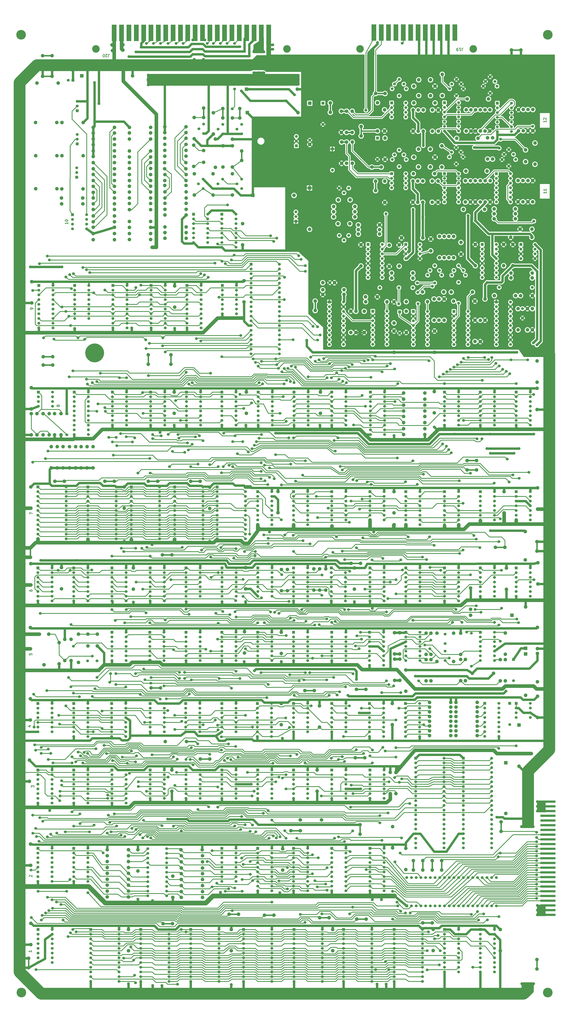
<source format=gbr>
%TF.GenerationSoftware,KiCad,Pcbnew,(6.0.1)*%
%TF.CreationDate,2022-02-09T00:16:26-07:00*%
%TF.ProjectId,atari_gravitar_black_widow,61746172-695f-4677-9261-76697461725f,rev?*%
%TF.SameCoordinates,Original*%
%TF.FileFunction,Copper,L1,Top*%
%TF.FilePolarity,Positive*%
%FSLAX46Y46*%
G04 Gerber Fmt 4.6, Leading zero omitted, Abs format (unit mm)*
G04 Created by KiCad (PCBNEW (6.0.1)) date 2022-02-09 00:16:26*
%MOMM*%
%LPD*%
G01*
G04 APERTURE LIST*
%ADD10C,0.300000*%
%TA.AperFunction,NonConductor*%
%ADD11C,0.300000*%
%TD*%
%TA.AperFunction,ComponentPad*%
%ADD12C,10.160000*%
%TD*%
%TA.AperFunction,ConnectorPad*%
%ADD13R,8.128000X1.270000*%
%TD*%
%TA.AperFunction,ComponentPad*%
%ADD14C,1.905000*%
%TD*%
%TA.AperFunction,ComponentPad*%
%ADD15R,1.524000X1.524000*%
%TD*%
%TA.AperFunction,ComponentPad*%
%ADD16C,1.524000*%
%TD*%
%TA.AperFunction,ComponentPad*%
%ADD17R,1.905000X1.905000*%
%TD*%
%TA.AperFunction,ComponentPad*%
%ADD18C,4.064000*%
%TD*%
%TA.AperFunction,SMDPad,CuDef*%
%ADD19R,2.540000X8.890000*%
%TD*%
%TA.AperFunction,ComponentPad*%
%ADD20C,5.207000*%
%TD*%
%TA.AperFunction,ViaPad*%
%ADD21C,1.524000*%
%TD*%
%TA.AperFunction,Conductor*%
%ADD22C,0.381000*%
%TD*%
%TA.AperFunction,Conductor*%
%ADD23C,1.270000*%
%TD*%
%TA.AperFunction,Conductor*%
%ADD24C,1.905000*%
%TD*%
%TA.AperFunction,Conductor*%
%ADD25C,2.540000*%
%TD*%
%TA.AperFunction,Conductor*%
%ADD26C,0.762000*%
%TD*%
%TA.AperFunction,Conductor*%
%ADD27C,0.250000*%
%TD*%
%TA.AperFunction,Conductor*%
%ADD28C,1.524000*%
%TD*%
%TA.AperFunction,Conductor*%
%ADD29C,6.350000*%
%TD*%
%TA.AperFunction,Conductor*%
%ADD30C,3.810000*%
%TD*%
G04 APERTURE END LIST*
D10*
D11*
X84272285Y-41842428D02*
X84272285Y-40771000D01*
X84343714Y-40556714D01*
X84486571Y-40413857D01*
X84700857Y-40342428D01*
X84843714Y-40342428D01*
X83629428Y-41699571D02*
X83558000Y-41771000D01*
X83415142Y-41842428D01*
X83058000Y-41842428D01*
X82915142Y-41771000D01*
X82843714Y-41699571D01*
X82772285Y-41556714D01*
X82772285Y-41413857D01*
X82843714Y-41199571D01*
X83700857Y-40342428D01*
X82772285Y-40342428D01*
X81843714Y-41842428D02*
X81700857Y-41842428D01*
X81558000Y-41771000D01*
X81486571Y-41699571D01*
X81415142Y-41556714D01*
X81343714Y-41271000D01*
X81343714Y-40913857D01*
X81415142Y-40628142D01*
X81486571Y-40485285D01*
X81558000Y-40413857D01*
X81700857Y-40342428D01*
X81843714Y-40342428D01*
X81986571Y-40413857D01*
X82058000Y-40485285D01*
X82129428Y-40628142D01*
X82200857Y-40913857D01*
X82200857Y-41271000D01*
X82129428Y-41556714D01*
X82058000Y-41699571D01*
X81986571Y-41771000D01*
X81843714Y-41842428D01*
D10*
D11*
X274645285Y-38540428D02*
X274645285Y-37469000D01*
X274716714Y-37254714D01*
X274859571Y-37111857D01*
X275073857Y-37040428D01*
X275216714Y-37040428D01*
X273145285Y-37040428D02*
X274002428Y-37040428D01*
X273573857Y-37040428D02*
X273573857Y-38540428D01*
X273716714Y-38326142D01*
X273859571Y-38183285D01*
X274002428Y-38111857D01*
X272431000Y-37040428D02*
X272145285Y-37040428D01*
X272002428Y-37111857D01*
X271931000Y-37183285D01*
X271788142Y-37397571D01*
X271716714Y-37683285D01*
X271716714Y-38254714D01*
X271788142Y-38397571D01*
X271859571Y-38469000D01*
X272002428Y-38540428D01*
X272288142Y-38540428D01*
X272431000Y-38469000D01*
X272502428Y-38397571D01*
X272573857Y-38254714D01*
X272573857Y-37897571D01*
X272502428Y-37754714D01*
X272431000Y-37683285D01*
X272288142Y-37611857D01*
X272002428Y-37611857D01*
X271859571Y-37683285D01*
X271788142Y-37754714D01*
X271716714Y-37897571D01*
D10*
D11*
X62400571Y-130841714D02*
X62400571Y-131698857D01*
X62400571Y-131270285D02*
X60900571Y-131270285D01*
X61114857Y-131413142D01*
X61257714Y-131556000D01*
X61329142Y-131698857D01*
X60900571Y-129913142D02*
X60900571Y-129770285D01*
X60972000Y-129627428D01*
X61043428Y-129556000D01*
X61186285Y-129484571D01*
X61472000Y-129413142D01*
X61829142Y-129413142D01*
X62114857Y-129484571D01*
X62257714Y-129556000D01*
X62329142Y-129627428D01*
X62400571Y-129770285D01*
X62400571Y-129913142D01*
X62329142Y-130056000D01*
X62257714Y-130127428D01*
X62114857Y-130198857D01*
X61829142Y-130270285D01*
X61472000Y-130270285D01*
X61186285Y-130198857D01*
X61043428Y-130127428D01*
X60972000Y-130056000D01*
X60900571Y-129913142D01*
D10*
D11*
X43604571Y-177577714D02*
X43604571Y-177292000D01*
X43533142Y-177149142D01*
X43461714Y-177077714D01*
X43247428Y-176934857D01*
X42961714Y-176863428D01*
X42390285Y-176863428D01*
X42247428Y-176934857D01*
X42176000Y-177006285D01*
X42104571Y-177149142D01*
X42104571Y-177434857D01*
X42176000Y-177577714D01*
X42247428Y-177649142D01*
X42390285Y-177720571D01*
X42747428Y-177720571D01*
X42890285Y-177649142D01*
X42961714Y-177577714D01*
X43033142Y-177434857D01*
X43033142Y-177149142D01*
X42961714Y-177006285D01*
X42890285Y-176934857D01*
X42747428Y-176863428D01*
D10*
D11*
X57098428Y-229758857D02*
X57027000Y-229901714D01*
X56955571Y-229973142D01*
X56812714Y-230044571D01*
X56741285Y-230044571D01*
X56598428Y-229973142D01*
X56527000Y-229901714D01*
X56455571Y-229758857D01*
X56455571Y-229473142D01*
X56527000Y-229330285D01*
X56598428Y-229258857D01*
X56741285Y-229187428D01*
X56812714Y-229187428D01*
X56955571Y-229258857D01*
X57027000Y-229330285D01*
X57098428Y-229473142D01*
X57098428Y-229758857D01*
X57169857Y-229901714D01*
X57241285Y-229973142D01*
X57384142Y-230044571D01*
X57669857Y-230044571D01*
X57812714Y-229973142D01*
X57884142Y-229901714D01*
X57955571Y-229758857D01*
X57955571Y-229473142D01*
X57884142Y-229330285D01*
X57812714Y-229258857D01*
X57669857Y-229187428D01*
X57384142Y-229187428D01*
X57241285Y-229258857D01*
X57169857Y-229330285D01*
X57098428Y-229473142D01*
D10*
D11*
X41850571Y-288028000D02*
X41850571Y-287028000D01*
X43350571Y-287670857D01*
D10*
D11*
X41723571Y-328771285D02*
X41723571Y-329057000D01*
X41795000Y-329199857D01*
X41866428Y-329271285D01*
X42080714Y-329414142D01*
X42366428Y-329485571D01*
X42937857Y-329485571D01*
X43080714Y-329414142D01*
X43152142Y-329342714D01*
X43223571Y-329199857D01*
X43223571Y-328914142D01*
X43152142Y-328771285D01*
X43080714Y-328699857D01*
X42937857Y-328628428D01*
X42580714Y-328628428D01*
X42437857Y-328699857D01*
X42366428Y-328771285D01*
X42295000Y-328914142D01*
X42295000Y-329199857D01*
X42366428Y-329342714D01*
X42437857Y-329414142D01*
X42580714Y-329485571D01*
D10*
D11*
X41596571Y-362989857D02*
X41596571Y-363704142D01*
X42310857Y-363775571D01*
X42239428Y-363704142D01*
X42168000Y-363561285D01*
X42168000Y-363204142D01*
X42239428Y-363061285D01*
X42310857Y-362989857D01*
X42453714Y-362918428D01*
X42810857Y-362918428D01*
X42953714Y-362989857D01*
X43025142Y-363061285D01*
X43096571Y-363204142D01*
X43096571Y-363561285D01*
X43025142Y-363704142D01*
X42953714Y-363775571D01*
D10*
D11*
X41461571Y-401796285D02*
X42461571Y-401796285D01*
X40890142Y-402153428D02*
X41961571Y-402510571D01*
X41961571Y-401582000D01*
D10*
D11*
X42739571Y-434967000D02*
X42739571Y-434038428D01*
X43311000Y-434538428D01*
X43311000Y-434324142D01*
X43382428Y-434181285D01*
X43453857Y-434109857D01*
X43596714Y-434038428D01*
X43953857Y-434038428D01*
X44096714Y-434109857D01*
X44168142Y-434181285D01*
X44239571Y-434324142D01*
X44239571Y-434752714D01*
X44168142Y-434895571D01*
X44096714Y-434967000D01*
D10*
D11*
X41739428Y-483155571D02*
X41668000Y-483084142D01*
X41596571Y-482941285D01*
X41596571Y-482584142D01*
X41668000Y-482441285D01*
X41739428Y-482369857D01*
X41882285Y-482298428D01*
X42025142Y-482298428D01*
X42239428Y-482369857D01*
X43096571Y-483227000D01*
X43096571Y-482298428D01*
D10*
D11*
X42842571Y-522811428D02*
X42842571Y-523668571D01*
X42842571Y-523240000D02*
X41342571Y-523240000D01*
X41556857Y-523382857D01*
X41699714Y-523525714D01*
X41771142Y-523668571D01*
D10*
D11*
X320083571Y-114331714D02*
X320083571Y-115188857D01*
X320083571Y-114760285D02*
X318583571Y-114760285D01*
X318797857Y-114903142D01*
X318940714Y-115046000D01*
X319012142Y-115188857D01*
X320083571Y-112903142D02*
X320083571Y-113760285D01*
X320083571Y-113331714D02*
X318583571Y-113331714D01*
X318797857Y-113474571D01*
X318940714Y-113617428D01*
X319012142Y-113760285D01*
D10*
D11*
X319956571Y-76104714D02*
X319956571Y-76961857D01*
X319956571Y-76533285D02*
X318456571Y-76533285D01*
X318670857Y-76676142D01*
X318813714Y-76819000D01*
X318885142Y-76961857D01*
X318599428Y-75533285D02*
X318528000Y-75461857D01*
X318456571Y-75319000D01*
X318456571Y-74961857D01*
X318528000Y-74819000D01*
X318599428Y-74747571D01*
X318742285Y-74676142D01*
X318885142Y-74676142D01*
X319099428Y-74747571D01*
X319956571Y-75604714D01*
X319956571Y-74676142D01*
D12*
X76835000Y-201168000D03*
D13*
X320929000Y-503682000D03*
X320929000Y-501142000D03*
X320929000Y-498602000D03*
X320929000Y-496062000D03*
X320929000Y-493522000D03*
X320929000Y-490982000D03*
X320929000Y-488442000D03*
X320929000Y-485902000D03*
X320929000Y-483362000D03*
X320929000Y-480822000D03*
X320929000Y-478282000D03*
X320929000Y-475742000D03*
X320929000Y-473202000D03*
X320929000Y-470662000D03*
X320929000Y-468122000D03*
X320929000Y-465582000D03*
X320929000Y-463042000D03*
X320929000Y-460502000D03*
X320929000Y-457962000D03*
X320929000Y-455422000D03*
X320929000Y-452882000D03*
X320929000Y-450342000D03*
X320929000Y-447802000D03*
X320929000Y-445262000D03*
X320929000Y-442722000D03*
D14*
X134874000Y-487934000D03*
X123444000Y-487934000D03*
X263652000Y-479552000D03*
X263652000Y-474472000D03*
X241046000Y-351790000D03*
X241046000Y-363220000D03*
X282829000Y-402082000D03*
X271399000Y-402082000D03*
D15*
X204470000Y-425704000D03*
D16*
X204470000Y-428244000D03*
X204470000Y-430784000D03*
X204470000Y-433324000D03*
X204470000Y-435864000D03*
X204470000Y-438404000D03*
X204470000Y-440944000D03*
X212090000Y-440944000D03*
X212090000Y-438404000D03*
X212090000Y-435864000D03*
X212090000Y-433324000D03*
X212090000Y-430784000D03*
X212090000Y-428244000D03*
X212090000Y-425704000D03*
D14*
X134874000Y-491109000D03*
X123444000Y-491109000D03*
X257175000Y-407162000D03*
X268605000Y-407162000D03*
X134874000Y-471805000D03*
X123444000Y-471805000D03*
X196596000Y-425704000D03*
X196596000Y-437134000D03*
X282829000Y-391795000D03*
X271399000Y-391795000D03*
D15*
X244348000Y-351536000D03*
D16*
X244348000Y-354076000D03*
X244348000Y-356616000D03*
X244348000Y-359156000D03*
X244348000Y-361696000D03*
X244348000Y-364236000D03*
X244348000Y-366776000D03*
X251968000Y-366776000D03*
X251968000Y-364236000D03*
X251968000Y-361696000D03*
X251968000Y-359156000D03*
X251968000Y-356616000D03*
X251968000Y-354076000D03*
X251968000Y-351536000D03*
D14*
X244348000Y-479298000D03*
X244348000Y-467868000D03*
X238252000Y-363220000D03*
X238252000Y-351790000D03*
D15*
X145288000Y-467868000D03*
D16*
X145288000Y-470408000D03*
X145288000Y-472948000D03*
X145288000Y-475488000D03*
X145288000Y-478028000D03*
X145288000Y-480568000D03*
X145288000Y-483108000D03*
X145288000Y-485648000D03*
X152908000Y-485648000D03*
X152908000Y-483108000D03*
X152908000Y-480568000D03*
X152908000Y-478028000D03*
X152908000Y-475488000D03*
X152908000Y-472948000D03*
X152908000Y-470408000D03*
X152908000Y-467868000D03*
D15*
X86106000Y-425704000D03*
D16*
X86106000Y-428244000D03*
X86106000Y-430784000D03*
X86106000Y-433324000D03*
X86106000Y-435864000D03*
X86106000Y-438404000D03*
X86106000Y-440944000D03*
X86106000Y-443484000D03*
X93726000Y-443484000D03*
X93726000Y-440944000D03*
X93726000Y-438404000D03*
X93726000Y-435864000D03*
X93726000Y-433324000D03*
X93726000Y-430784000D03*
X93726000Y-428244000D03*
X93726000Y-425704000D03*
D15*
X164592000Y-351536000D03*
D16*
X164592000Y-354076000D03*
X164592000Y-356616000D03*
X164592000Y-359156000D03*
X164592000Y-361696000D03*
X164592000Y-364236000D03*
X164592000Y-366776000D03*
X172212000Y-366776000D03*
X172212000Y-364236000D03*
X172212000Y-361696000D03*
X172212000Y-359156000D03*
X172212000Y-356616000D03*
X172212000Y-354076000D03*
X172212000Y-351536000D03*
D15*
X85979000Y-389890000D03*
D16*
X85979000Y-392430000D03*
X85979000Y-394970000D03*
X85979000Y-397510000D03*
X85979000Y-400050000D03*
X85979000Y-402590000D03*
X85979000Y-405130000D03*
X85979000Y-407670000D03*
X93599000Y-407670000D03*
X93599000Y-405130000D03*
X93599000Y-402590000D03*
X93599000Y-400050000D03*
X93599000Y-397510000D03*
X93599000Y-394970000D03*
X93599000Y-392430000D03*
X93599000Y-389890000D03*
D14*
X83566000Y-490855000D03*
X94996000Y-490855000D03*
X237109000Y-389890000D03*
X237109000Y-401320000D03*
X187579000Y-458343000D03*
X182499000Y-458343000D03*
D15*
X106680000Y-389890000D03*
D16*
X106680000Y-392430000D03*
X106680000Y-394970000D03*
X106680000Y-397510000D03*
X106680000Y-400050000D03*
X106680000Y-402590000D03*
X106680000Y-405130000D03*
X114300000Y-405130000D03*
X114300000Y-402590000D03*
X114300000Y-400050000D03*
X114300000Y-397510000D03*
X114300000Y-394970000D03*
X114300000Y-392430000D03*
X114300000Y-389890000D03*
D15*
X183896000Y-389890000D03*
D16*
X183896000Y-392430000D03*
X183896000Y-394970000D03*
X183896000Y-397510000D03*
X183896000Y-400050000D03*
X183896000Y-402590000D03*
X183896000Y-405130000D03*
X191516000Y-405130000D03*
X191516000Y-402590000D03*
X191516000Y-400050000D03*
X191516000Y-397510000D03*
X191516000Y-394970000D03*
X191516000Y-392430000D03*
X191516000Y-389890000D03*
X279654000Y-352044000D03*
X279654000Y-369824000D03*
D14*
X83566000Y-478155000D03*
X94996000Y-478155000D03*
D15*
X244221000Y-389890000D03*
D16*
X244221000Y-392430000D03*
X244221000Y-394970000D03*
X244221000Y-397510000D03*
X244221000Y-400050000D03*
X244221000Y-402590000D03*
X244221000Y-405130000D03*
X244221000Y-407670000D03*
X251841000Y-407670000D03*
X251841000Y-405130000D03*
X251841000Y-402590000D03*
X251841000Y-400050000D03*
X251841000Y-397510000D03*
X251841000Y-394970000D03*
X251841000Y-392430000D03*
X251841000Y-389890000D03*
D14*
X257175000Y-401955000D03*
X268605000Y-401955000D03*
X261112000Y-367284000D03*
X261112000Y-352044000D03*
X258572000Y-479552000D03*
X258572000Y-474472000D03*
X270129000Y-367284000D03*
X270129000Y-352044000D03*
X257937000Y-377698000D03*
X257937000Y-366268000D03*
X222250000Y-419100000D03*
X217170000Y-419100000D03*
X118872000Y-482854000D03*
X118872000Y-494284000D03*
X83566000Y-468630000D03*
X94996000Y-468630000D03*
D15*
X249682000Y-419354000D03*
D16*
X249682000Y-421894000D03*
X249682000Y-424434000D03*
X249682000Y-426974000D03*
X249682000Y-429514000D03*
X249682000Y-432054000D03*
X249682000Y-434594000D03*
X249682000Y-437134000D03*
X249682000Y-439674000D03*
X249682000Y-442214000D03*
X249682000Y-444754000D03*
X249682000Y-447294000D03*
X249682000Y-449834000D03*
X249682000Y-452374000D03*
X249682000Y-454914000D03*
X249682000Y-457454000D03*
X249682000Y-459994000D03*
X249682000Y-462534000D03*
X249682000Y-465074000D03*
X249682000Y-467614000D03*
X264922000Y-467614000D03*
X264922000Y-465074000D03*
X264922000Y-462534000D03*
X264922000Y-459994000D03*
X264922000Y-457454000D03*
X264922000Y-454914000D03*
X264922000Y-452374000D03*
X264922000Y-449834000D03*
X264922000Y-447294000D03*
X264922000Y-444754000D03*
X264922000Y-442214000D03*
X264922000Y-439674000D03*
X264922000Y-437134000D03*
X264922000Y-434594000D03*
X264922000Y-432054000D03*
X264922000Y-429514000D03*
X264922000Y-426974000D03*
X264922000Y-424434000D03*
X264922000Y-421894000D03*
X264922000Y-419354000D03*
D14*
X83566000Y-494030000D03*
X94996000Y-494030000D03*
D15*
X224790000Y-389890000D03*
D16*
X224790000Y-392430000D03*
X224790000Y-394970000D03*
X224790000Y-397510000D03*
X224790000Y-400050000D03*
X224790000Y-402590000D03*
X224790000Y-405130000D03*
X224790000Y-407670000D03*
X232410000Y-407670000D03*
X232410000Y-405130000D03*
X232410000Y-402590000D03*
X232410000Y-400050000D03*
X232410000Y-397510000D03*
X232410000Y-394970000D03*
X232410000Y-392430000D03*
X232410000Y-389890000D03*
D15*
X224790000Y-351536000D03*
D16*
X224790000Y-354076000D03*
X224790000Y-356616000D03*
X224790000Y-359156000D03*
X224790000Y-361696000D03*
X224790000Y-364236000D03*
X224790000Y-366776000D03*
X224790000Y-369316000D03*
X232410000Y-369316000D03*
X232410000Y-366776000D03*
X232410000Y-364236000D03*
X232410000Y-361696000D03*
X232410000Y-359156000D03*
X232410000Y-356616000D03*
X232410000Y-354076000D03*
X232410000Y-351536000D03*
D14*
X253492000Y-508000000D03*
X258572000Y-508000000D03*
X177292000Y-351536000D03*
X177292000Y-362966000D03*
X282829000Y-394335000D03*
X271399000Y-394335000D03*
X78232000Y-352552000D03*
X78232000Y-358902000D03*
X241173000Y-377444000D03*
X241173000Y-366014000D03*
X83566000Y-487680000D03*
X94996000Y-487680000D03*
X238379000Y-366014000D03*
X238379000Y-377444000D03*
X282829000Y-389255000D03*
X271399000Y-389255000D03*
X134874000Y-481457000D03*
X123444000Y-481457000D03*
X157480000Y-351282000D03*
X157480000Y-362712000D03*
X134874000Y-494284000D03*
X123444000Y-494284000D03*
X255270000Y-352044000D03*
X255270000Y-363474000D03*
X199009000Y-452501000D03*
X187579000Y-452501000D03*
X177292000Y-389890000D03*
X177292000Y-401320000D03*
D15*
X145288000Y-351536000D03*
D16*
X145288000Y-354076000D03*
X145288000Y-356616000D03*
X145288000Y-359156000D03*
X145288000Y-361696000D03*
X145288000Y-364236000D03*
X145288000Y-366776000D03*
X152908000Y-366776000D03*
X152908000Y-364236000D03*
X152908000Y-361696000D03*
X152908000Y-359156000D03*
X152908000Y-356616000D03*
X152908000Y-354076000D03*
X152908000Y-351536000D03*
D15*
X265176000Y-511556000D03*
D16*
X265176000Y-514096000D03*
X265176000Y-516636000D03*
X265176000Y-519176000D03*
X265176000Y-521716000D03*
X265176000Y-524256000D03*
X265176000Y-526796000D03*
X265176000Y-529336000D03*
X265176000Y-531876000D03*
X265176000Y-534416000D03*
X272796000Y-534416000D03*
X272796000Y-531876000D03*
X272796000Y-529336000D03*
X272796000Y-526796000D03*
X272796000Y-524256000D03*
X272796000Y-521716000D03*
X272796000Y-519176000D03*
X272796000Y-516636000D03*
X272796000Y-514096000D03*
X272796000Y-511556000D03*
D14*
X94996000Y-511556000D03*
X94996000Y-522986000D03*
X259080000Y-511429000D03*
X259080000Y-522859000D03*
D15*
X125984000Y-351536000D03*
D16*
X125984000Y-354076000D03*
X125984000Y-356616000D03*
X125984000Y-359156000D03*
X125984000Y-361696000D03*
X125984000Y-364236000D03*
X125984000Y-366776000D03*
X133604000Y-366776000D03*
X133604000Y-364236000D03*
X133604000Y-361696000D03*
X133604000Y-359156000D03*
X133604000Y-356616000D03*
X133604000Y-354076000D03*
X133604000Y-351536000D03*
D15*
X164465000Y-389890000D03*
D16*
X164465000Y-392430000D03*
X164465000Y-394970000D03*
X164465000Y-397510000D03*
X164465000Y-400050000D03*
X164465000Y-402590000D03*
X164465000Y-405130000D03*
X164465000Y-407670000D03*
X172085000Y-407670000D03*
X172085000Y-405130000D03*
X172085000Y-402590000D03*
X172085000Y-400050000D03*
X172085000Y-397510000D03*
X172085000Y-394970000D03*
X172085000Y-392430000D03*
X172085000Y-389890000D03*
D14*
X83566000Y-484505000D03*
X94996000Y-484505000D03*
X100076000Y-468630000D03*
X100076000Y-480060000D03*
X197866000Y-402590000D03*
X197866000Y-391160000D03*
D15*
X225044000Y-467868000D03*
D16*
X225044000Y-470408000D03*
X225044000Y-472948000D03*
X225044000Y-475488000D03*
X225044000Y-478028000D03*
X225044000Y-480568000D03*
X225044000Y-483108000D03*
X225044000Y-485648000D03*
X225044000Y-488188000D03*
X225044000Y-490728000D03*
X232664000Y-490728000D03*
X232664000Y-488188000D03*
X232664000Y-485648000D03*
X232664000Y-483108000D03*
X232664000Y-480568000D03*
X232664000Y-478028000D03*
X232664000Y-475488000D03*
X232664000Y-472948000D03*
X232664000Y-470408000D03*
X232664000Y-467868000D03*
D14*
X282829000Y-396875000D03*
X271399000Y-396875000D03*
D16*
X105410000Y-467995000D03*
X105410000Y-470535000D03*
X105410000Y-473075000D03*
X105410000Y-475615000D03*
X105410000Y-478155000D03*
X105410000Y-480695000D03*
X105410000Y-483235000D03*
X105410000Y-485775000D03*
X105410000Y-488315000D03*
X105410000Y-490855000D03*
X105410000Y-493395000D03*
X115570000Y-493395000D03*
X115570000Y-490855000D03*
X115570000Y-488315000D03*
X115570000Y-485775000D03*
X115570000Y-483235000D03*
X115570000Y-480695000D03*
X115570000Y-478155000D03*
X115570000Y-475615000D03*
X115570000Y-473075000D03*
X115570000Y-470535000D03*
X115570000Y-467995000D03*
D14*
X83566000Y-481330000D03*
X94996000Y-481330000D03*
D15*
X204470000Y-467868000D03*
D16*
X204470000Y-470408000D03*
X204470000Y-472948000D03*
X204470000Y-475488000D03*
X204470000Y-478028000D03*
X204470000Y-480568000D03*
X204470000Y-483108000D03*
X204470000Y-485648000D03*
X204470000Y-488188000D03*
X204470000Y-490728000D03*
X212090000Y-490728000D03*
X212090000Y-488188000D03*
X212090000Y-485648000D03*
X212090000Y-483108000D03*
X212090000Y-480568000D03*
X212090000Y-478028000D03*
X212090000Y-475488000D03*
X212090000Y-472948000D03*
X212090000Y-470408000D03*
X212090000Y-467868000D03*
D15*
X183896000Y-467868000D03*
D16*
X183896000Y-470408000D03*
X183896000Y-472948000D03*
X183896000Y-475488000D03*
X183896000Y-478028000D03*
X183896000Y-480568000D03*
X183896000Y-483108000D03*
X183896000Y-485648000D03*
X183896000Y-488188000D03*
X183896000Y-490728000D03*
X191516000Y-490728000D03*
X191516000Y-488188000D03*
X191516000Y-485648000D03*
X191516000Y-483108000D03*
X191516000Y-480568000D03*
X191516000Y-478028000D03*
X191516000Y-475488000D03*
X191516000Y-472948000D03*
X191516000Y-470408000D03*
X191516000Y-467868000D03*
D14*
X83566000Y-471805000D03*
X94996000Y-471805000D03*
D15*
X164592000Y-425704000D03*
D16*
X164592000Y-428244000D03*
X164592000Y-430784000D03*
X164592000Y-433324000D03*
X164592000Y-435864000D03*
X164592000Y-438404000D03*
X164592000Y-440944000D03*
X172212000Y-440944000D03*
X172212000Y-438404000D03*
X172212000Y-435864000D03*
X172212000Y-433324000D03*
X172212000Y-430784000D03*
X172212000Y-428244000D03*
X172212000Y-425704000D03*
D15*
X106680000Y-425704000D03*
D16*
X106680000Y-428244000D03*
X106680000Y-430784000D03*
X106680000Y-433324000D03*
X106680000Y-435864000D03*
X106680000Y-438404000D03*
X106680000Y-440944000D03*
X114300000Y-440944000D03*
X114300000Y-438404000D03*
X114300000Y-435864000D03*
X114300000Y-433324000D03*
X114300000Y-430784000D03*
X114300000Y-428244000D03*
X114300000Y-425704000D03*
D14*
X150368000Y-511556000D03*
X150368000Y-522986000D03*
X257175000Y-389255000D03*
X268605000Y-389255000D03*
D15*
X125857000Y-389890000D03*
D16*
X125857000Y-392430000D03*
X125857000Y-394970000D03*
X125857000Y-397510000D03*
X125857000Y-400050000D03*
X125857000Y-402590000D03*
X125857000Y-405130000D03*
X133477000Y-405130000D03*
X133477000Y-402590000D03*
X133477000Y-400050000D03*
X133477000Y-397510000D03*
X133477000Y-394970000D03*
X133477000Y-392430000D03*
X133477000Y-389890000D03*
D14*
X248412000Y-479552000D03*
X248412000Y-474472000D03*
X223012000Y-505968000D03*
X217932000Y-505968000D03*
X282829000Y-407162000D03*
X271399000Y-407162000D03*
X178054000Y-468122000D03*
X178054000Y-479552000D03*
X154305000Y-503301000D03*
X149225000Y-503301000D03*
X255270000Y-366268000D03*
X255270000Y-377698000D03*
X276479000Y-377571000D03*
X276479000Y-366141000D03*
D15*
X145288000Y-389890000D03*
D16*
X145288000Y-392430000D03*
X145288000Y-394970000D03*
X145288000Y-397510000D03*
X145288000Y-400050000D03*
X145288000Y-402590000D03*
X145288000Y-405130000D03*
X152908000Y-405130000D03*
X152908000Y-402590000D03*
X152908000Y-400050000D03*
X152908000Y-397510000D03*
X152908000Y-394970000D03*
X152908000Y-392430000D03*
X152908000Y-389890000D03*
D14*
X118364000Y-425704000D03*
X118364000Y-437134000D03*
D15*
X225044000Y-425704000D03*
D16*
X225044000Y-428244000D03*
X225044000Y-430784000D03*
X225044000Y-433324000D03*
X225044000Y-435864000D03*
X225044000Y-438404000D03*
X225044000Y-440944000D03*
X232664000Y-440944000D03*
X232664000Y-438404000D03*
X232664000Y-435864000D03*
X232664000Y-433324000D03*
X232664000Y-430784000D03*
X232664000Y-428244000D03*
X232664000Y-425704000D03*
X265557000Y-361696000D03*
X265557000Y-366776000D03*
D14*
X118745000Y-508381000D03*
X113665000Y-508381000D03*
X203073000Y-505206000D03*
X197993000Y-505206000D03*
X257937000Y-352044000D03*
X257937000Y-363474000D03*
X244348000Y-383286000D03*
X244348000Y-371856000D03*
X222885000Y-382270000D03*
X217805000Y-382270000D03*
X134874000Y-475107000D03*
X123444000Y-475107000D03*
X195072000Y-382905000D03*
X189992000Y-382905000D03*
X237236000Y-467614000D03*
X237236000Y-456184000D03*
X173355000Y-503809000D03*
X168275000Y-503809000D03*
X239014000Y-426974000D03*
X239014000Y-438404000D03*
D16*
X265557000Y-357632000D03*
X265557000Y-352552000D03*
D14*
X112268000Y-381508000D03*
X107188000Y-381508000D03*
D15*
X145288000Y-425704000D03*
D16*
X145288000Y-428244000D03*
X145288000Y-430784000D03*
X145288000Y-433324000D03*
X145288000Y-435864000D03*
X145288000Y-438404000D03*
X145288000Y-440944000D03*
X152908000Y-440944000D03*
X152908000Y-438404000D03*
X152908000Y-435864000D03*
X152908000Y-433324000D03*
X152908000Y-430784000D03*
X152908000Y-428244000D03*
X152908000Y-425704000D03*
D14*
X257175000Y-394335000D03*
X268605000Y-394335000D03*
X204978000Y-511556000D03*
X204978000Y-522986000D03*
X253492000Y-479552000D03*
X253492000Y-474472000D03*
X282829000Y-404622000D03*
X271399000Y-404622000D03*
D15*
X164592000Y-467868000D03*
D16*
X164592000Y-470408000D03*
X164592000Y-472948000D03*
X164592000Y-475488000D03*
X164592000Y-478028000D03*
X164592000Y-480568000D03*
X164592000Y-483108000D03*
X164592000Y-485648000D03*
X164592000Y-488188000D03*
X164592000Y-490728000D03*
X172212000Y-490728000D03*
X172212000Y-488188000D03*
X172212000Y-485648000D03*
X172212000Y-483108000D03*
X172212000Y-480568000D03*
X172212000Y-478028000D03*
X172212000Y-475488000D03*
X172212000Y-472948000D03*
X172212000Y-470408000D03*
X172212000Y-467868000D03*
D14*
X257175000Y-391795000D03*
X268605000Y-391795000D03*
X134874000Y-478409000D03*
X123444000Y-478409000D03*
X114808000Y-410337000D03*
X126238000Y-410337000D03*
X257175000Y-399415000D03*
X268605000Y-399415000D03*
X257175000Y-404622000D03*
X268605000Y-404622000D03*
X83566000Y-474980000D03*
X94996000Y-474980000D03*
X219710000Y-460248000D03*
X219710000Y-455168000D03*
X273939000Y-363474000D03*
X273939000Y-352044000D03*
X138811000Y-419735000D03*
X133731000Y-419735000D03*
X282829000Y-399542000D03*
X271399000Y-399542000D03*
X235966000Y-426974000D03*
X235966000Y-438404000D03*
X134874000Y-484632000D03*
X123444000Y-484632000D03*
D15*
X125984000Y-425704000D03*
D16*
X125984000Y-428244000D03*
X125984000Y-430784000D03*
X125984000Y-433324000D03*
X125984000Y-435864000D03*
X125984000Y-438404000D03*
X125984000Y-440944000D03*
X133604000Y-440944000D03*
X133604000Y-438404000D03*
X133604000Y-435864000D03*
X133604000Y-433324000D03*
X133604000Y-430784000D03*
X133604000Y-428244000D03*
X133604000Y-425704000D03*
D14*
X134747000Y-468630000D03*
X123317000Y-468630000D03*
X257175000Y-396875000D03*
X268605000Y-396875000D03*
D15*
X183896000Y-425704000D03*
D16*
X183896000Y-428244000D03*
X183896000Y-430784000D03*
X183896000Y-433324000D03*
X183896000Y-435864000D03*
X183896000Y-438404000D03*
X183896000Y-440944000D03*
X191516000Y-440944000D03*
X191516000Y-438404000D03*
X191516000Y-435864000D03*
X191516000Y-433324000D03*
X191516000Y-430784000D03*
X191516000Y-428244000D03*
X191516000Y-425704000D03*
D15*
X204470000Y-389890000D03*
D16*
X204470000Y-392430000D03*
X204470000Y-394970000D03*
X204470000Y-397510000D03*
X204470000Y-400050000D03*
X204470000Y-402590000D03*
X204470000Y-405130000D03*
X212090000Y-405130000D03*
X212090000Y-402590000D03*
X212090000Y-400050000D03*
X212090000Y-397510000D03*
X212090000Y-394970000D03*
X212090000Y-392430000D03*
X212090000Y-389890000D03*
D14*
X273939000Y-377571000D03*
X273939000Y-366141000D03*
D16*
X183896000Y-359156000D03*
X183896000Y-356616000D03*
D15*
X183896000Y-351536000D03*
D16*
X183896000Y-354076000D03*
X183896000Y-361696000D03*
X183896000Y-364236000D03*
X183896000Y-366776000D03*
X191516000Y-366776000D03*
X191516000Y-364236000D03*
X191516000Y-361696000D03*
X191516000Y-359156000D03*
X191516000Y-356616000D03*
X191516000Y-354076000D03*
X191516000Y-351536000D03*
X106553000Y-359156000D03*
X106553000Y-356616000D03*
D15*
X106553000Y-351536000D03*
D16*
X106553000Y-354076000D03*
X106553000Y-361696000D03*
X106553000Y-364236000D03*
X106553000Y-366776000D03*
X114173000Y-366776000D03*
X114173000Y-364236000D03*
X114173000Y-361696000D03*
X114173000Y-359156000D03*
X114173000Y-356616000D03*
X114173000Y-354076000D03*
X114173000Y-351536000D03*
X86106000Y-359156000D03*
X86106000Y-356616000D03*
D15*
X86106000Y-351536000D03*
D16*
X86106000Y-354076000D03*
X86106000Y-361696000D03*
X86106000Y-364236000D03*
X86106000Y-366776000D03*
X93726000Y-366776000D03*
X93726000Y-364236000D03*
X93726000Y-361696000D03*
X93726000Y-359156000D03*
X93726000Y-356616000D03*
X93726000Y-354076000D03*
X93726000Y-351536000D03*
X204470000Y-359156000D03*
X204470000Y-356616000D03*
D15*
X204470000Y-351536000D03*
D16*
X204470000Y-354076000D03*
X204470000Y-361696000D03*
X204470000Y-364236000D03*
X204470000Y-366776000D03*
X212090000Y-366776000D03*
X212090000Y-364236000D03*
X212090000Y-361696000D03*
X212090000Y-359156000D03*
X212090000Y-356616000D03*
X212090000Y-354076000D03*
X212090000Y-351536000D03*
D15*
X86106000Y-316865000D03*
D16*
X86106000Y-319405000D03*
X86106000Y-321945000D03*
X86106000Y-324485000D03*
X86106000Y-327025000D03*
X86106000Y-329565000D03*
X86106000Y-332105000D03*
X86106000Y-334645000D03*
X93726000Y-334645000D03*
X93726000Y-332105000D03*
X93726000Y-329565000D03*
X93726000Y-327025000D03*
X93726000Y-324485000D03*
X93726000Y-321945000D03*
X93726000Y-319405000D03*
X93726000Y-316865000D03*
D14*
X197993000Y-328803000D03*
X197993000Y-317373000D03*
X194818000Y-328803000D03*
X194818000Y-317373000D03*
D15*
X244348000Y-316865000D03*
D16*
X244348000Y-319405000D03*
X244348000Y-321945000D03*
X244348000Y-324485000D03*
X244348000Y-327025000D03*
X244348000Y-329565000D03*
X244348000Y-332105000D03*
X244348000Y-334645000D03*
X251968000Y-334645000D03*
X251968000Y-332105000D03*
X251968000Y-329565000D03*
X251968000Y-327025000D03*
X251968000Y-324485000D03*
X251968000Y-321945000D03*
X251968000Y-319405000D03*
X251968000Y-316865000D03*
D14*
X158115000Y-316738000D03*
X158115000Y-328168000D03*
D15*
X204216000Y-316865000D03*
D16*
X204216000Y-319405000D03*
X204216000Y-321945000D03*
X204216000Y-324485000D03*
X204216000Y-327025000D03*
X204216000Y-329565000D03*
X204216000Y-332105000D03*
X204216000Y-334645000D03*
X211836000Y-334645000D03*
X211836000Y-332105000D03*
X211836000Y-329565000D03*
X211836000Y-327025000D03*
X211836000Y-324485000D03*
X211836000Y-321945000D03*
X211836000Y-319405000D03*
X211836000Y-316865000D03*
D15*
X265176000Y-316865000D03*
D16*
X265176000Y-319405000D03*
X265176000Y-321945000D03*
X265176000Y-324485000D03*
X265176000Y-327025000D03*
X265176000Y-329565000D03*
X265176000Y-332105000D03*
X265176000Y-334645000D03*
X272796000Y-334645000D03*
X272796000Y-332105000D03*
X272796000Y-329565000D03*
X272796000Y-327025000D03*
X272796000Y-324485000D03*
X272796000Y-321945000D03*
X272796000Y-319405000D03*
X272796000Y-316865000D03*
D15*
X225044000Y-316865000D03*
D16*
X225044000Y-319405000D03*
X225044000Y-321945000D03*
X225044000Y-324485000D03*
X225044000Y-327025000D03*
X225044000Y-329565000D03*
X225044000Y-332105000D03*
X225044000Y-334645000D03*
X232664000Y-334645000D03*
X232664000Y-332105000D03*
X232664000Y-329565000D03*
X232664000Y-327025000D03*
X232664000Y-324485000D03*
X232664000Y-321945000D03*
X232664000Y-319405000D03*
X232664000Y-316865000D03*
D14*
X177419000Y-329184000D03*
X177419000Y-317754000D03*
X180594000Y-329184000D03*
X180594000Y-317754000D03*
X219964000Y-314452000D03*
X214884000Y-314452000D03*
D15*
X125984000Y-316865000D03*
D16*
X125984000Y-319405000D03*
X125984000Y-321945000D03*
X125984000Y-324485000D03*
X125984000Y-327025000D03*
X125984000Y-329565000D03*
X125984000Y-332105000D03*
X133604000Y-332105000D03*
X133604000Y-329565000D03*
X133604000Y-327025000D03*
X133604000Y-324485000D03*
X133604000Y-321945000D03*
X133604000Y-319405000D03*
X133604000Y-316865000D03*
D15*
X183896000Y-316865000D03*
D16*
X183896000Y-319405000D03*
X183896000Y-321945000D03*
X183896000Y-324485000D03*
X183896000Y-327025000D03*
X183896000Y-329565000D03*
X183896000Y-332105000D03*
X183896000Y-334645000D03*
X191516000Y-334645000D03*
X191516000Y-332105000D03*
X191516000Y-329565000D03*
X191516000Y-327025000D03*
X191516000Y-324485000D03*
X191516000Y-321945000D03*
X191516000Y-319405000D03*
X191516000Y-316865000D03*
D15*
X145415000Y-316865000D03*
D16*
X145415000Y-319405000D03*
X145415000Y-321945000D03*
X145415000Y-324485000D03*
X145415000Y-327025000D03*
X145415000Y-329565000D03*
X145415000Y-332105000D03*
X153035000Y-332105000D03*
X153035000Y-329565000D03*
X153035000Y-327025000D03*
X153035000Y-324485000D03*
X153035000Y-321945000D03*
X153035000Y-319405000D03*
X153035000Y-316865000D03*
D15*
X164719000Y-316865000D03*
D16*
X164719000Y-319405000D03*
X164719000Y-321945000D03*
X164719000Y-324485000D03*
X164719000Y-327025000D03*
X164719000Y-329565000D03*
X164719000Y-332105000D03*
X172339000Y-332105000D03*
X172339000Y-329565000D03*
X172339000Y-327025000D03*
X172339000Y-324485000D03*
X172339000Y-321945000D03*
X172339000Y-319405000D03*
X172339000Y-316865000D03*
D14*
X201295000Y-317373000D03*
X201295000Y-328803000D03*
X216662000Y-316865000D03*
X216662000Y-328295000D03*
X97663000Y-316865000D03*
X97663000Y-328295000D03*
D16*
X78105000Y-366873000D03*
X75565000Y-364333000D03*
X73025000Y-366873000D03*
D14*
X73152000Y-358902000D03*
X73152000Y-352552000D03*
X118364000Y-309880000D03*
X113284000Y-309880000D03*
D15*
X106680000Y-316865000D03*
D16*
X106680000Y-319405000D03*
X106680000Y-321945000D03*
X106680000Y-324485000D03*
X106680000Y-327025000D03*
X106680000Y-329565000D03*
X106680000Y-332105000D03*
X106680000Y-334645000D03*
X114300000Y-334645000D03*
X114300000Y-332105000D03*
X114300000Y-329565000D03*
X114300000Y-327025000D03*
X114300000Y-324485000D03*
X114300000Y-321945000D03*
X114300000Y-319405000D03*
X114300000Y-316865000D03*
X145542000Y-172466000D03*
X145542000Y-169926000D03*
D15*
X145542000Y-164846000D03*
D16*
X145542000Y-167386000D03*
X145542000Y-175006000D03*
X145542000Y-177546000D03*
X145542000Y-180086000D03*
X153162000Y-180086000D03*
X153162000Y-177546000D03*
X153162000Y-175006000D03*
X153162000Y-172466000D03*
X153162000Y-169926000D03*
X153162000Y-167386000D03*
X153162000Y-164846000D03*
D14*
X59156600Y-112826800D03*
X70586600Y-112826800D03*
X212471000Y-87630000D03*
X212471000Y-99060000D03*
X297942000Y-351917000D03*
X297942000Y-363347000D03*
D15*
X303784000Y-389763000D03*
D16*
X303784000Y-392303000D03*
X303784000Y-394843000D03*
X303784000Y-397383000D03*
X311404000Y-397383000D03*
X311404000Y-394843000D03*
X311404000Y-392303000D03*
X311404000Y-389763000D03*
D14*
X214376000Y-118745000D03*
X208026000Y-118745000D03*
X42418000Y-273304000D03*
X42418000Y-284734000D03*
X209677000Y-70993000D03*
X209677000Y-82423000D03*
D15*
X145288000Y-126492000D03*
D16*
X145288000Y-129032000D03*
X145288000Y-131572000D03*
X145288000Y-134112000D03*
X145288000Y-136652000D03*
X145288000Y-139192000D03*
X145288000Y-141732000D03*
X145288000Y-144272000D03*
X152908000Y-144272000D03*
X152908000Y-141732000D03*
X152908000Y-139192000D03*
X152908000Y-136652000D03*
X152908000Y-134112000D03*
X152908000Y-131572000D03*
X152908000Y-129032000D03*
X152908000Y-126492000D03*
X238252000Y-94488000D03*
X240792000Y-91948000D03*
X243332000Y-94488000D03*
D15*
X142748000Y-273304000D03*
D16*
X142748000Y-275844000D03*
X142748000Y-278384000D03*
X142748000Y-280924000D03*
X142748000Y-283464000D03*
X142748000Y-286004000D03*
X142748000Y-288544000D03*
X142748000Y-291084000D03*
X142748000Y-293624000D03*
X142748000Y-296164000D03*
X142748000Y-298704000D03*
X142748000Y-301244000D03*
X157988000Y-301244000D03*
X157988000Y-298704000D03*
X157988000Y-296164000D03*
X157988000Y-293624000D03*
X157988000Y-291084000D03*
X157988000Y-288544000D03*
X157988000Y-286004000D03*
X157988000Y-283464000D03*
X157988000Y-280924000D03*
X157988000Y-278384000D03*
X157988000Y-275844000D03*
X157988000Y-273304000D03*
D14*
X315341000Y-385953000D03*
X315341000Y-397383000D03*
X42926000Y-162814000D03*
X42926000Y-174244000D03*
X287020000Y-183515000D03*
X287020000Y-172085000D03*
D16*
X238252000Y-56388000D03*
X240792000Y-53848000D03*
X243332000Y-56388000D03*
X267970000Y-58928000D03*
X203454000Y-163322000D03*
D17*
X298196000Y-421767000D03*
D14*
X298196000Y-449072000D03*
D18*
X219710000Y-37465000D03*
D14*
X145923000Y-89662000D03*
X145923000Y-101092000D03*
X140716000Y-83312000D03*
X140716000Y-71882000D03*
X130505200Y-116128800D03*
X130505200Y-104698800D03*
D15*
X210820000Y-511556000D03*
D16*
X210820000Y-514096000D03*
X210820000Y-516636000D03*
X210820000Y-519176000D03*
X210820000Y-521716000D03*
X210820000Y-524256000D03*
X210820000Y-526796000D03*
X210820000Y-529336000D03*
X210820000Y-531876000D03*
X210820000Y-534416000D03*
X210820000Y-536956000D03*
X210820000Y-539496000D03*
X226060000Y-539496000D03*
X226060000Y-536956000D03*
X226060000Y-534416000D03*
X226060000Y-531876000D03*
X226060000Y-529336000D03*
X226060000Y-526796000D03*
X226060000Y-524256000D03*
X226060000Y-521716000D03*
X226060000Y-519176000D03*
X226060000Y-516636000D03*
X226060000Y-514096000D03*
X226060000Y-511556000D03*
D14*
X114554000Y-82550000D03*
X125984000Y-82550000D03*
D16*
X185420000Y-84582000D03*
X185420000Y-87122000D03*
D15*
X185420000Y-89662000D03*
D14*
X49123600Y-203149200D03*
X54203600Y-203149200D03*
X248666000Y-57531000D03*
X260096000Y-57531000D03*
X279400000Y-81661000D03*
X279400000Y-70231000D03*
X309880000Y-177292000D03*
X309880000Y-188722000D03*
X230251000Y-134747000D03*
X218821000Y-134747000D03*
X56515000Y-94996000D03*
X45085000Y-94996000D03*
X76073000Y-120904000D03*
X87503000Y-120904000D03*
X243205000Y-226060000D03*
X254635000Y-226060000D03*
X237998000Y-173583600D03*
X237998000Y-185013600D03*
D17*
X305308000Y-401447000D03*
D14*
X305308000Y-423672000D03*
X248285000Y-81788000D03*
X248285000Y-70358000D03*
X87376000Y-270256000D03*
X82296000Y-270256000D03*
X76073000Y-82804000D03*
X87503000Y-82804000D03*
D15*
X96520000Y-273304000D03*
D16*
X96520000Y-275844000D03*
X96520000Y-278384000D03*
X96520000Y-280924000D03*
X96520000Y-283464000D03*
X96520000Y-286004000D03*
X96520000Y-288544000D03*
X96520000Y-291084000D03*
X96520000Y-293624000D03*
X96520000Y-296164000D03*
X96520000Y-298704000D03*
X96520000Y-301244000D03*
X111760000Y-301244000D03*
X111760000Y-298704000D03*
X111760000Y-296164000D03*
X111760000Y-293624000D03*
X111760000Y-291084000D03*
X111760000Y-288544000D03*
X111760000Y-286004000D03*
X111760000Y-283464000D03*
X111760000Y-280924000D03*
X111760000Y-278384000D03*
X111760000Y-275844000D03*
X111760000Y-273304000D03*
D14*
X232918000Y-81661000D03*
X232918000Y-70231000D03*
X114706400Y-117703600D03*
X126136400Y-117703600D03*
X295656000Y-453644000D03*
X295656000Y-458724000D03*
D15*
X74676000Y-511556000D03*
D16*
X74676000Y-514096000D03*
X74676000Y-516636000D03*
X74676000Y-519176000D03*
X74676000Y-521716000D03*
X74676000Y-524256000D03*
X74676000Y-526796000D03*
X74676000Y-529336000D03*
X74676000Y-531876000D03*
X74676000Y-534416000D03*
X74676000Y-536956000D03*
X74676000Y-539496000D03*
X89916000Y-539496000D03*
X89916000Y-536956000D03*
X89916000Y-534416000D03*
X89916000Y-531876000D03*
X89916000Y-529336000D03*
X89916000Y-526796000D03*
X89916000Y-524256000D03*
X89916000Y-521716000D03*
X89916000Y-519176000D03*
X89916000Y-516636000D03*
X89916000Y-514096000D03*
X89916000Y-511556000D03*
D14*
X76073000Y-92329000D03*
X87503000Y-92329000D03*
X55245000Y-245237000D03*
X55245000Y-233807000D03*
X70358000Y-117729000D03*
X58928000Y-117729000D03*
X229108000Y-66421000D03*
X229108000Y-81661000D03*
D15*
X244348000Y-275844000D03*
D16*
X244348000Y-278384000D03*
X244348000Y-280924000D03*
X244348000Y-283464000D03*
X244348000Y-286004000D03*
X244348000Y-288544000D03*
X244348000Y-291084000D03*
X244348000Y-293624000D03*
X251968000Y-293624000D03*
X251968000Y-291084000D03*
X251968000Y-288544000D03*
X251968000Y-286004000D03*
X251968000Y-283464000D03*
X251968000Y-280924000D03*
X251968000Y-278384000D03*
X251968000Y-275844000D03*
D14*
X114655600Y-126847600D03*
X126085600Y-126847600D03*
D15*
X65151000Y-54356000D03*
D16*
X62611000Y-54356000D03*
X275209000Y-95631000D03*
D14*
X68072000Y-352552000D03*
X68072000Y-367792000D03*
X59182000Y-77089000D03*
X70612000Y-77089000D03*
X312674000Y-108331000D03*
X312674000Y-119761000D03*
X45720000Y-233807000D03*
X45720000Y-245237000D03*
D16*
X67437000Y-83566000D03*
X67437000Y-86106000D03*
D15*
X67437000Y-88646000D03*
D14*
X114706400Y-120650000D03*
X126136400Y-120650000D03*
X237998000Y-275844000D03*
X237998000Y-287274000D03*
D16*
X307213000Y-182372000D03*
X307213000Y-177292000D03*
D14*
X59817000Y-263017000D03*
X59817000Y-251587000D03*
X288417000Y-96774000D03*
X288417000Y-85344000D03*
D15*
X164592000Y-275844000D03*
D16*
X164592000Y-278384000D03*
X164592000Y-280924000D03*
X164592000Y-283464000D03*
X164592000Y-286004000D03*
X164592000Y-288544000D03*
X164592000Y-291084000D03*
X164592000Y-293624000D03*
X172212000Y-293624000D03*
X172212000Y-291084000D03*
X172212000Y-288544000D03*
X172212000Y-286004000D03*
X172212000Y-283464000D03*
X172212000Y-280924000D03*
X172212000Y-278384000D03*
X172212000Y-275844000D03*
D17*
X308864000Y-363220000D03*
D14*
X308864000Y-385445000D03*
X205486000Y-127889000D03*
X216916000Y-127889000D03*
X76073000Y-111506000D03*
X87503000Y-111506000D03*
D15*
X204851000Y-91313000D03*
D16*
X204851000Y-102743000D03*
D15*
X145288000Y-222250000D03*
D16*
X145288000Y-224790000D03*
X145288000Y-227330000D03*
X145288000Y-229870000D03*
X145288000Y-232410000D03*
X145288000Y-234950000D03*
X145288000Y-237490000D03*
X145288000Y-240030000D03*
X152908000Y-240030000D03*
X152908000Y-237490000D03*
X152908000Y-234950000D03*
X152908000Y-232410000D03*
X152908000Y-229870000D03*
X152908000Y-227330000D03*
X152908000Y-224790000D03*
X152908000Y-222250000D03*
D14*
X52324000Y-233807000D03*
X52324000Y-245237000D03*
X95504000Y-130352800D03*
X106934000Y-130352800D03*
D15*
X46355000Y-511556000D03*
D16*
X46355000Y-514096000D03*
X46355000Y-516636000D03*
X46355000Y-519176000D03*
X46355000Y-521716000D03*
X46355000Y-524256000D03*
X46355000Y-526796000D03*
X46355000Y-529336000D03*
X53975000Y-529336000D03*
X53975000Y-526796000D03*
X53975000Y-524256000D03*
X53975000Y-521716000D03*
X53975000Y-519176000D03*
X53975000Y-516636000D03*
X53975000Y-514096000D03*
X53975000Y-511556000D03*
X135509000Y-77978000D03*
X132969000Y-80518000D03*
X135509000Y-83058000D03*
D14*
X63246000Y-263017000D03*
X63246000Y-251587000D03*
X235458000Y-143129000D03*
X235458000Y-154559000D03*
X42418000Y-508254000D03*
X42418000Y-519684000D03*
X207899000Y-131572000D03*
X214249000Y-131572000D03*
D15*
X46228000Y-425704000D03*
D16*
X46228000Y-428244000D03*
X46228000Y-430784000D03*
X46228000Y-433324000D03*
X46228000Y-435864000D03*
X46228000Y-438404000D03*
X46228000Y-440944000D03*
X46228000Y-443484000D03*
X53848000Y-443484000D03*
X53848000Y-440944000D03*
X53848000Y-438404000D03*
X53848000Y-435864000D03*
X53848000Y-433324000D03*
X53848000Y-430784000D03*
X53848000Y-428244000D03*
X53848000Y-425704000D03*
D15*
X265176000Y-104648000D03*
D16*
X265176000Y-107188000D03*
X265176000Y-109728000D03*
X265176000Y-112268000D03*
X265176000Y-114808000D03*
X265176000Y-117348000D03*
X265176000Y-119888000D03*
X272796000Y-119888000D03*
X272796000Y-117348000D03*
X272796000Y-114808000D03*
X272796000Y-112268000D03*
X272796000Y-109728000D03*
X272796000Y-107188000D03*
X272796000Y-104648000D03*
D14*
X307594000Y-70104000D03*
X307594000Y-81534000D03*
X259715000Y-221996000D03*
X259715000Y-233426000D03*
X216916000Y-122301000D03*
X205486000Y-122301000D03*
X288163000Y-103251000D03*
X276733000Y-103251000D03*
D15*
X284480000Y-222250000D03*
D16*
X284480000Y-224790000D03*
X284480000Y-227330000D03*
X284480000Y-229870000D03*
X284480000Y-232410000D03*
X284480000Y-234950000D03*
X284480000Y-237490000D03*
X284480000Y-240030000D03*
X292100000Y-240030000D03*
X292100000Y-237490000D03*
X292100000Y-234950000D03*
X292100000Y-232410000D03*
X292100000Y-229870000D03*
X292100000Y-227330000D03*
X292100000Y-224790000D03*
X292100000Y-222250000D03*
D14*
X233172000Y-61468000D03*
X228092000Y-61468000D03*
X236728000Y-160909000D03*
X248158000Y-160909000D03*
X76073000Y-85979000D03*
X87503000Y-85979000D03*
D17*
X158623000Y-59182000D03*
D14*
X185928000Y-59182000D03*
X42164000Y-348996000D03*
X42164000Y-360426000D03*
X157226000Y-173736000D03*
X157226000Y-162306000D03*
D15*
X225044000Y-275844000D03*
D16*
X225044000Y-278384000D03*
X225044000Y-280924000D03*
X225044000Y-283464000D03*
X225044000Y-286004000D03*
X225044000Y-288544000D03*
X225044000Y-291084000D03*
X232664000Y-291084000D03*
X232664000Y-288544000D03*
X232664000Y-286004000D03*
X232664000Y-283464000D03*
X232664000Y-280924000D03*
X232664000Y-278384000D03*
X232664000Y-275844000D03*
D15*
X226568000Y-178689000D03*
D16*
X226568000Y-181229000D03*
X226568000Y-183769000D03*
X226568000Y-186309000D03*
X226568000Y-188849000D03*
X226568000Y-191389000D03*
X226568000Y-193929000D03*
X226568000Y-196469000D03*
X234188000Y-196469000D03*
X234188000Y-193929000D03*
X234188000Y-191389000D03*
X234188000Y-188849000D03*
X234188000Y-186309000D03*
X234188000Y-183769000D03*
X234188000Y-181229000D03*
X234188000Y-178689000D03*
D14*
X114554000Y-88900000D03*
X125984000Y-88900000D03*
D19*
X227177600Y-28702000D03*
X231140000Y-28702000D03*
X235102400Y-28702000D03*
X239064800Y-28702000D03*
X243027200Y-28702000D03*
X246989600Y-28702000D03*
X250952000Y-28702000D03*
X254914400Y-28702000D03*
X258876800Y-28702000D03*
X262839200Y-28702000D03*
X266801600Y-28702000D03*
X270764000Y-28702000D03*
D16*
X244602000Y-97028000D03*
D14*
X271780000Y-85598000D03*
X283210000Y-85598000D03*
X53848000Y-41148000D03*
X48768000Y-41148000D03*
X49123600Y-207670400D03*
X54203600Y-207670400D03*
X297053000Y-154178000D03*
X297053000Y-142748000D03*
X95504000Y-82677000D03*
X106934000Y-82677000D03*
D16*
X155956000Y-78105000D03*
X153416000Y-80645000D03*
X155956000Y-83185000D03*
D14*
X110744000Y-270256000D03*
X105664000Y-270256000D03*
D16*
X155956000Y-107569000D03*
X153416000Y-110109000D03*
X155956000Y-112649000D03*
D14*
X150977600Y-86106000D03*
X150977600Y-74676000D03*
X312547000Y-177292000D03*
X312547000Y-188722000D03*
D15*
X46736000Y-164846000D03*
D16*
X46736000Y-167386000D03*
X46736000Y-169926000D03*
X46736000Y-172466000D03*
X46736000Y-175006000D03*
X46736000Y-177546000D03*
X46736000Y-180086000D03*
X46736000Y-182626000D03*
X46736000Y-185166000D03*
X46736000Y-187706000D03*
X54356000Y-187706000D03*
X54356000Y-185166000D03*
X54356000Y-182626000D03*
X54356000Y-180086000D03*
X54356000Y-177546000D03*
X54356000Y-175006000D03*
X54356000Y-172466000D03*
X54356000Y-169926000D03*
X54356000Y-167386000D03*
X54356000Y-164846000D03*
D14*
X209804000Y-87630000D03*
X209804000Y-99060000D03*
X119888000Y-165100000D03*
X119888000Y-176530000D03*
X141859000Y-85979000D03*
X141859000Y-101219000D03*
D15*
X65532000Y-425704000D03*
D16*
X65532000Y-428244000D03*
X65532000Y-430784000D03*
X65532000Y-433324000D03*
X65532000Y-435864000D03*
X65532000Y-438404000D03*
X65532000Y-440944000D03*
X65532000Y-443484000D03*
X73152000Y-443484000D03*
X73152000Y-440944000D03*
X73152000Y-438404000D03*
X73152000Y-435864000D03*
X73152000Y-433324000D03*
X73152000Y-430784000D03*
X73152000Y-428244000D03*
X73152000Y-425704000D03*
X145796000Y-78105000D03*
X143256000Y-80645000D03*
X145796000Y-83185000D03*
D15*
X293674800Y-66700400D03*
D16*
X293674800Y-69240400D03*
X293674800Y-71780400D03*
X293674800Y-74320400D03*
X293674800Y-76860400D03*
X293674800Y-79400400D03*
X293674800Y-81940400D03*
X301294800Y-81940400D03*
X301294800Y-79400400D03*
X301294800Y-76860400D03*
X301294800Y-74320400D03*
X301294800Y-71780400D03*
X301294800Y-69240400D03*
X301294800Y-66700400D03*
D14*
X312801000Y-81534000D03*
X312801000Y-70104000D03*
X41656000Y-420370000D03*
X41656000Y-431800000D03*
X114655600Y-105105200D03*
X126085600Y-105105200D03*
X217525600Y-190144400D03*
X217525600Y-178714400D03*
X262509000Y-149860000D03*
X262509000Y-138430000D03*
X300990000Y-160782000D03*
X312420000Y-160782000D03*
D15*
X126238000Y-222250000D03*
D16*
X126238000Y-224790000D03*
X126238000Y-227330000D03*
X126238000Y-229870000D03*
X126238000Y-232410000D03*
X126238000Y-234950000D03*
X126238000Y-237490000D03*
X126238000Y-240030000D03*
X133858000Y-240030000D03*
X133858000Y-237490000D03*
X133858000Y-234950000D03*
X133858000Y-232410000D03*
X133858000Y-229870000D03*
X133858000Y-227330000D03*
X133858000Y-224790000D03*
X133858000Y-222250000D03*
D17*
X69913500Y-51943000D03*
D14*
X97218500Y-51943000D03*
X308864000Y-98171000D03*
X308864000Y-91821000D03*
D15*
X46228000Y-316865000D03*
D16*
X46228000Y-319405000D03*
X46228000Y-321945000D03*
X46228000Y-324485000D03*
X46228000Y-327025000D03*
X46228000Y-329565000D03*
X46228000Y-332105000D03*
X46228000Y-334645000D03*
X53848000Y-334645000D03*
X53848000Y-332105000D03*
X53848000Y-329565000D03*
X53848000Y-327025000D03*
X53848000Y-324485000D03*
X53848000Y-321945000D03*
X53848000Y-319405000D03*
X53848000Y-316865000D03*
D15*
X284480000Y-511556000D03*
D16*
X284480000Y-514096000D03*
X284480000Y-516636000D03*
X284480000Y-519176000D03*
X284480000Y-521716000D03*
X284480000Y-524256000D03*
X284480000Y-526796000D03*
X284480000Y-529336000D03*
X284480000Y-531876000D03*
X284480000Y-534416000D03*
X292100000Y-534416000D03*
X292100000Y-531876000D03*
X292100000Y-529336000D03*
X292100000Y-526796000D03*
X292100000Y-524256000D03*
X292100000Y-521716000D03*
X292100000Y-519176000D03*
X292100000Y-516636000D03*
X292100000Y-514096000D03*
X292100000Y-511556000D03*
D14*
X155956000Y-97536000D03*
X155956000Y-92456000D03*
X279146000Y-119888000D03*
X279146000Y-108458000D03*
X315214000Y-348869000D03*
X315214000Y-360299000D03*
D17*
X192659000Y-66675000D03*
D14*
X192659000Y-88900000D03*
X114706400Y-114427000D03*
X126136400Y-114427000D03*
D15*
X203200000Y-173736000D03*
D16*
X203200000Y-176276000D03*
X203200000Y-178816000D03*
X203200000Y-181356000D03*
X203200000Y-183896000D03*
X203200000Y-186436000D03*
X203200000Y-188976000D03*
X203200000Y-191516000D03*
X203200000Y-194056000D03*
X203200000Y-196596000D03*
X210820000Y-196596000D03*
X210820000Y-194056000D03*
X210820000Y-191516000D03*
X210820000Y-188976000D03*
X210820000Y-186436000D03*
X210820000Y-183896000D03*
X210820000Y-181356000D03*
X210820000Y-178816000D03*
X210820000Y-176276000D03*
X210820000Y-173736000D03*
D15*
X106934000Y-222250000D03*
D16*
X106934000Y-224790000D03*
X106934000Y-227330000D03*
X106934000Y-229870000D03*
X106934000Y-232410000D03*
X106934000Y-234950000D03*
X106934000Y-237490000D03*
X106934000Y-240030000D03*
X114554000Y-240030000D03*
X114554000Y-237490000D03*
X114554000Y-234950000D03*
X114554000Y-232410000D03*
X114554000Y-229870000D03*
X114554000Y-227330000D03*
X114554000Y-224790000D03*
X114554000Y-222250000D03*
D14*
X312496200Y-170281600D03*
X306146200Y-170281600D03*
X275336000Y-123825000D03*
X286766000Y-123825000D03*
X280289000Y-168402000D03*
X268859000Y-168402000D03*
D15*
X285496000Y-142748000D03*
D16*
X285496000Y-145288000D03*
X285496000Y-147828000D03*
X285496000Y-150368000D03*
X285496000Y-152908000D03*
X285496000Y-155448000D03*
X285496000Y-157988000D03*
X285496000Y-160528000D03*
X293116000Y-160528000D03*
X293116000Y-157988000D03*
X293116000Y-155448000D03*
X293116000Y-152908000D03*
X293116000Y-150368000D03*
X293116000Y-147828000D03*
X293116000Y-145288000D03*
X293116000Y-142748000D03*
D14*
X117856000Y-207264000D03*
X117856000Y-202184000D03*
X211074000Y-169672000D03*
X199644000Y-169672000D03*
X248158000Y-158115000D03*
X236728000Y-158115000D03*
D16*
X297307000Y-94234000D03*
X299847000Y-91694000D03*
X302387000Y-94234000D03*
X67183000Y-101473000D03*
X67183000Y-104013000D03*
D15*
X67183000Y-106553000D03*
D14*
X69545200Y-262991600D03*
X69545200Y-251561600D03*
X95504000Y-108331000D03*
X106934000Y-108331000D03*
D17*
X301498000Y-342392000D03*
D14*
X279273000Y-342392000D03*
X300863000Y-138938000D03*
X312293000Y-138938000D03*
D16*
X257429000Y-156718000D03*
X259969000Y-154178000D03*
X262509000Y-156718000D03*
D14*
X303403000Y-128905000D03*
X291973000Y-128905000D03*
D16*
X269113000Y-159258000D03*
D15*
X204470000Y-275844000D03*
D16*
X204470000Y-278384000D03*
X204470000Y-280924000D03*
X204470000Y-283464000D03*
X204470000Y-286004000D03*
X204470000Y-288544000D03*
X204470000Y-291084000D03*
X212090000Y-291084000D03*
X212090000Y-288544000D03*
X212090000Y-286004000D03*
X212090000Y-283464000D03*
X212090000Y-280924000D03*
X212090000Y-278384000D03*
X212090000Y-275844000D03*
D15*
X303784000Y-222250000D03*
D16*
X303784000Y-224790000D03*
X303784000Y-227330000D03*
X303784000Y-229870000D03*
X303784000Y-232410000D03*
X303784000Y-234950000D03*
X303784000Y-237490000D03*
X303784000Y-240030000D03*
X311404000Y-240030000D03*
X311404000Y-237490000D03*
X311404000Y-234950000D03*
X311404000Y-232410000D03*
X311404000Y-229870000D03*
X311404000Y-227330000D03*
X311404000Y-224790000D03*
X311404000Y-222250000D03*
D14*
X42164000Y-387350000D03*
X42164000Y-398780000D03*
X95504000Y-85979000D03*
X106934000Y-85979000D03*
X308737000Y-312547000D03*
X308737000Y-297307000D03*
X203708000Y-71628000D03*
X203708000Y-66548000D03*
X305943000Y-134493000D03*
X312293000Y-134493000D03*
X251206000Y-91440000D03*
X257556000Y-91440000D03*
D15*
X236728000Y-66548000D03*
D16*
X236728000Y-69088000D03*
X236728000Y-71628000D03*
X236728000Y-74168000D03*
X244348000Y-74168000D03*
X244348000Y-71628000D03*
X244348000Y-69088000D03*
X244348000Y-66548000D03*
X208534000Y-112425000D03*
X211074000Y-114965000D03*
X213614000Y-112425000D03*
D20*
X320802000Y-29845000D03*
D14*
X238023400Y-189357000D03*
X238023400Y-200787000D03*
X76073000Y-133477000D03*
X87503000Y-133477000D03*
X52070000Y-352552000D03*
X46990000Y-352552000D03*
X49530000Y-369062000D03*
D16*
X271526000Y-99441000D03*
D19*
X87350600Y-28829000D03*
X91313000Y-28829000D03*
X95275400Y-28829000D03*
X99237800Y-28829000D03*
X103200200Y-28829000D03*
X107162600Y-28829000D03*
X111125000Y-28829000D03*
X115087400Y-28829000D03*
X119049800Y-28829000D03*
X123012200Y-28829000D03*
X126974600Y-28829000D03*
X130937000Y-28829000D03*
X134899400Y-28829000D03*
X138861800Y-28829000D03*
X142824200Y-28829000D03*
X146786600Y-28829000D03*
X150749000Y-28829000D03*
X154711400Y-28829000D03*
X158673800Y-28829000D03*
X162636200Y-28829000D03*
X166598600Y-28829000D03*
X170561000Y-28829000D03*
D15*
X275336000Y-419354000D03*
D16*
X275336000Y-421894000D03*
X275336000Y-424434000D03*
X275336000Y-426974000D03*
X275336000Y-429514000D03*
X275336000Y-432054000D03*
X275336000Y-434594000D03*
X275336000Y-437134000D03*
X275336000Y-439674000D03*
X275336000Y-442214000D03*
X275336000Y-444754000D03*
X275336000Y-447294000D03*
X275336000Y-449834000D03*
X275336000Y-452374000D03*
X275336000Y-454914000D03*
X275336000Y-457454000D03*
X275336000Y-459994000D03*
X275336000Y-462534000D03*
X275336000Y-465074000D03*
X275336000Y-467614000D03*
X290576000Y-467614000D03*
X290576000Y-465074000D03*
X290576000Y-462534000D03*
X290576000Y-459994000D03*
X290576000Y-457454000D03*
X290576000Y-454914000D03*
X290576000Y-452374000D03*
X290576000Y-449834000D03*
X290576000Y-447294000D03*
X290576000Y-444754000D03*
X290576000Y-442214000D03*
X290576000Y-439674000D03*
X290576000Y-437134000D03*
X290576000Y-434594000D03*
X290576000Y-432054000D03*
X290576000Y-429514000D03*
X290576000Y-426974000D03*
X290576000Y-424434000D03*
X290576000Y-421894000D03*
X290576000Y-419354000D03*
X267843000Y-95631000D03*
D15*
X284480000Y-316865000D03*
D16*
X284480000Y-319405000D03*
X284480000Y-321945000D03*
X284480000Y-324485000D03*
X284480000Y-327025000D03*
X284480000Y-329565000D03*
X284480000Y-332105000D03*
X292100000Y-332105000D03*
X292100000Y-329565000D03*
X292100000Y-327025000D03*
X292100000Y-324485000D03*
X292100000Y-321945000D03*
X292100000Y-319405000D03*
X292100000Y-316865000D03*
D14*
X251333000Y-54102000D03*
X257683000Y-54102000D03*
X42672000Y-219837000D03*
X42672000Y-231267000D03*
X222758000Y-173583600D03*
X234188000Y-173583600D03*
X250825000Y-108585000D03*
X250825000Y-120015000D03*
D15*
X86614000Y-164846000D03*
D16*
X86614000Y-167386000D03*
X86614000Y-169926000D03*
X86614000Y-172466000D03*
X86614000Y-175006000D03*
X86614000Y-177546000D03*
X86614000Y-180086000D03*
X86614000Y-182626000D03*
X86614000Y-185166000D03*
X86614000Y-187706000D03*
X94234000Y-187706000D03*
X94234000Y-185166000D03*
X94234000Y-182626000D03*
X94234000Y-180086000D03*
X94234000Y-177546000D03*
X94234000Y-175006000D03*
X94234000Y-172466000D03*
X94234000Y-169926000D03*
X94234000Y-167386000D03*
X94234000Y-164846000D03*
D14*
X281660600Y-183540400D03*
X281660600Y-194970400D03*
X95504000Y-98679000D03*
X106934000Y-98679000D03*
X95504000Y-111379000D03*
X106934000Y-111379000D03*
D15*
X225298000Y-222250000D03*
D16*
X225298000Y-224790000D03*
X225298000Y-227330000D03*
X225298000Y-229870000D03*
X225298000Y-232410000D03*
X225298000Y-234950000D03*
X225298000Y-237490000D03*
X225298000Y-240030000D03*
X225298000Y-242570000D03*
X225298000Y-245110000D03*
X232918000Y-245110000D03*
X232918000Y-242570000D03*
X232918000Y-240030000D03*
X232918000Y-237490000D03*
X232918000Y-234950000D03*
X232918000Y-232410000D03*
X232918000Y-229870000D03*
X232918000Y-227330000D03*
X232918000Y-224790000D03*
X232918000Y-222250000D03*
D15*
X236728000Y-104648000D03*
D16*
X236728000Y-107188000D03*
X236728000Y-109728000D03*
X236728000Y-112268000D03*
X244348000Y-112268000D03*
X244348000Y-109728000D03*
X244348000Y-107188000D03*
X244348000Y-104648000D03*
D15*
X300355000Y-389763000D03*
D16*
X300355000Y-401193000D03*
D14*
X214757000Y-178689000D03*
X214757000Y-190119000D03*
X133604000Y-270256000D03*
X128524000Y-270256000D03*
X306324000Y-38100000D03*
X301244000Y-38100000D03*
D15*
X101600000Y-511556000D03*
D16*
X101600000Y-514096000D03*
X101600000Y-516636000D03*
X101600000Y-519176000D03*
X101600000Y-521716000D03*
X101600000Y-524256000D03*
X101600000Y-526796000D03*
X101600000Y-529336000D03*
X101600000Y-531876000D03*
X101600000Y-534416000D03*
X101600000Y-536956000D03*
X101600000Y-539496000D03*
X116840000Y-539496000D03*
X116840000Y-536956000D03*
X116840000Y-534416000D03*
X116840000Y-531876000D03*
X116840000Y-529336000D03*
X116840000Y-526796000D03*
X116840000Y-524256000D03*
X116840000Y-521716000D03*
X116840000Y-519176000D03*
X116840000Y-516636000D03*
X116840000Y-514096000D03*
X116840000Y-511556000D03*
D14*
X76073000Y-101981000D03*
X87503000Y-101981000D03*
X297942000Y-366268000D03*
X297942000Y-377698000D03*
D15*
X293116000Y-104648000D03*
D16*
X293116000Y-107188000D03*
X293116000Y-109728000D03*
X293116000Y-112268000D03*
X293116000Y-114808000D03*
X293116000Y-117348000D03*
X293116000Y-119888000D03*
X300736000Y-119888000D03*
X300736000Y-117348000D03*
X300736000Y-114808000D03*
X300736000Y-112268000D03*
X300736000Y-109728000D03*
X300736000Y-107188000D03*
X300736000Y-104648000D03*
D14*
X114554000Y-95250000D03*
X125984000Y-95250000D03*
X304800000Y-119761000D03*
X304800000Y-108331000D03*
X242062000Y-139192000D03*
X253492000Y-139192000D03*
D15*
X65532000Y-467868000D03*
D16*
X65532000Y-470408000D03*
X65532000Y-472948000D03*
X65532000Y-475488000D03*
X65532000Y-478028000D03*
X65532000Y-480568000D03*
X65532000Y-483108000D03*
X65532000Y-485648000D03*
X73152000Y-485648000D03*
X73152000Y-483108000D03*
X73152000Y-480568000D03*
X73152000Y-478028000D03*
X73152000Y-475488000D03*
X73152000Y-472948000D03*
X73152000Y-470408000D03*
X73152000Y-467868000D03*
X269113000Y-56388000D03*
X271653000Y-53848000D03*
X274193000Y-56388000D03*
D14*
X60706000Y-355346000D03*
X60706000Y-366776000D03*
D15*
X284480000Y-351536000D03*
D16*
X284480000Y-354076000D03*
X284480000Y-356616000D03*
X284480000Y-359156000D03*
X284480000Y-361696000D03*
X284480000Y-364236000D03*
X284480000Y-366776000D03*
X292100000Y-366776000D03*
X292100000Y-364236000D03*
X292100000Y-361696000D03*
X292100000Y-359156000D03*
X292100000Y-356616000D03*
X292100000Y-354076000D03*
X292100000Y-351536000D03*
D18*
X180340000Y-37465000D03*
D16*
X236982000Y-58928000D03*
X240792000Y-100838000D03*
D14*
X135509000Y-92202000D03*
X135509000Y-98552000D03*
X70485000Y-120904000D03*
X59055000Y-120904000D03*
X114579400Y-108305600D03*
X126009400Y-108305600D03*
X312420000Y-158115000D03*
X300990000Y-158115000D03*
X87503000Y-140208000D03*
X76073000Y-140208000D03*
X114503200Y-98704400D03*
X125933200Y-98704400D03*
X175514000Y-275717000D03*
X175514000Y-287147000D03*
X220345000Y-84328000D03*
X220345000Y-79248000D03*
D16*
X271653000Y-62738000D03*
D14*
X56642000Y-263017000D03*
X56642000Y-251587000D03*
X76098400Y-127355600D03*
X87528400Y-127355600D03*
D15*
X238125000Y-511556000D03*
D16*
X238125000Y-514096000D03*
X238125000Y-516636000D03*
X238125000Y-519176000D03*
X238125000Y-521716000D03*
X238125000Y-524256000D03*
X238125000Y-526796000D03*
X238125000Y-529336000D03*
X238125000Y-531876000D03*
X238125000Y-534416000D03*
X238125000Y-536956000D03*
X238125000Y-539496000D03*
X253365000Y-539496000D03*
X253365000Y-536956000D03*
X253365000Y-534416000D03*
X253365000Y-531876000D03*
X253365000Y-529336000D03*
X253365000Y-526796000D03*
X253365000Y-524256000D03*
X253365000Y-521716000D03*
X253365000Y-519176000D03*
X253365000Y-516636000D03*
X253365000Y-514096000D03*
X253365000Y-511556000D03*
D14*
X243205000Y-222758000D03*
X254635000Y-222758000D03*
D16*
X244602000Y-58928000D03*
X293497000Y-57531000D03*
D15*
X64897000Y-126746000D03*
D16*
X64897000Y-129286000D03*
X64897000Y-131826000D03*
X64897000Y-134366000D03*
X72517000Y-134366000D03*
X72517000Y-131826000D03*
X72517000Y-129286000D03*
X72517000Y-126746000D03*
D14*
X41275000Y-532130000D03*
X41275000Y-527050000D03*
X156464000Y-131572000D03*
X156464000Y-143002000D03*
X261747000Y-120015000D03*
X261747000Y-108585000D03*
X42164000Y-311150000D03*
X42164000Y-306070000D03*
X76073000Y-114681000D03*
X87503000Y-114681000D03*
X114706400Y-139395200D03*
X126136400Y-139395200D03*
X248412000Y-104648000D03*
X259842000Y-104648000D03*
X76073000Y-108331000D03*
X87503000Y-108331000D03*
D15*
X303784000Y-316865000D03*
D16*
X303784000Y-319405000D03*
X303784000Y-321945000D03*
X303784000Y-324485000D03*
X303784000Y-327025000D03*
X303784000Y-329565000D03*
X303784000Y-332105000D03*
X311404000Y-332105000D03*
X311404000Y-329565000D03*
X311404000Y-327025000D03*
X311404000Y-324485000D03*
X311404000Y-321945000D03*
X311404000Y-319405000D03*
X311404000Y-316865000D03*
D14*
X304800000Y-188722000D03*
X304800000Y-177292000D03*
X314960000Y-307848000D03*
X314960000Y-302768000D03*
X281940000Y-81661000D03*
X281940000Y-70231000D03*
D15*
X229108000Y-85471000D03*
D16*
X229108000Y-96901000D03*
D15*
X302387000Y-366141000D03*
D16*
X302387000Y-377571000D03*
D15*
X184150000Y-222250000D03*
D16*
X184150000Y-224790000D03*
X184150000Y-227330000D03*
X184150000Y-229870000D03*
X184150000Y-232410000D03*
X184150000Y-234950000D03*
X184150000Y-237490000D03*
X184150000Y-240030000D03*
X191770000Y-240030000D03*
X191770000Y-237490000D03*
X191770000Y-234950000D03*
X191770000Y-232410000D03*
X191770000Y-229870000D03*
X191770000Y-227330000D03*
X191770000Y-224790000D03*
X191770000Y-222250000D03*
D14*
X253796800Y-70358000D03*
X253796800Y-81788000D03*
D18*
X280670000Y-37465000D03*
D14*
X287020000Y-81661000D03*
X287020000Y-70231000D03*
D15*
X161036000Y-153416000D03*
D16*
X161036000Y-155956000D03*
X161036000Y-158496000D03*
X161036000Y-161036000D03*
X161036000Y-163576000D03*
X161036000Y-166116000D03*
X161036000Y-168656000D03*
X161036000Y-171196000D03*
X161036000Y-173736000D03*
X161036000Y-176276000D03*
X161036000Y-178816000D03*
X161036000Y-181356000D03*
X161036000Y-183896000D03*
X161036000Y-186436000D03*
X161036000Y-188976000D03*
X161036000Y-191516000D03*
X161036000Y-194056000D03*
X161036000Y-196596000D03*
X161036000Y-199136000D03*
X161036000Y-201676000D03*
X176276000Y-201676000D03*
X176276000Y-199136000D03*
X176276000Y-196596000D03*
X176276000Y-194056000D03*
X176276000Y-191516000D03*
X176276000Y-188976000D03*
X176276000Y-186436000D03*
X176276000Y-183896000D03*
X176276000Y-181356000D03*
X176276000Y-178816000D03*
X176276000Y-176276000D03*
X176276000Y-173736000D03*
X176276000Y-171196000D03*
X176276000Y-168656000D03*
X176276000Y-166116000D03*
X176276000Y-163576000D03*
X176276000Y-161036000D03*
X176276000Y-158496000D03*
X176276000Y-155956000D03*
X176276000Y-153416000D03*
D14*
X75996800Y-263042400D03*
X75996800Y-251612400D03*
X138811000Y-273431000D03*
X138811000Y-284861000D03*
X243205000Y-232410000D03*
X254635000Y-232410000D03*
X195580000Y-178308000D03*
X195580000Y-173228000D03*
X95504000Y-136906000D03*
X106934000Y-136906000D03*
X205994000Y-163322000D03*
X199644000Y-163322000D03*
X114528600Y-101955600D03*
X125958600Y-101955600D03*
D15*
X199771000Y-66675000D03*
D16*
X199771000Y-78105000D03*
D15*
X46228000Y-273304000D03*
D16*
X46228000Y-275844000D03*
X46228000Y-278384000D03*
X46228000Y-280924000D03*
X46228000Y-283464000D03*
X46228000Y-286004000D03*
X46228000Y-288544000D03*
X46228000Y-291084000D03*
X46228000Y-293624000D03*
X46228000Y-296164000D03*
X46228000Y-298704000D03*
X46228000Y-301244000D03*
X61468000Y-301244000D03*
X61468000Y-298704000D03*
X61468000Y-296164000D03*
X61468000Y-293624000D03*
X61468000Y-291084000D03*
X61468000Y-288544000D03*
X61468000Y-286004000D03*
X61468000Y-283464000D03*
X61468000Y-280924000D03*
X61468000Y-278384000D03*
X61468000Y-275844000D03*
X61468000Y-273304000D03*
D14*
X114706400Y-123799600D03*
X126136400Y-123799600D03*
X254635000Y-235331000D03*
X243205000Y-235331000D03*
D17*
X308864000Y-360108500D03*
D14*
X308864000Y-337883500D03*
D15*
X265176000Y-222250000D03*
D16*
X265176000Y-224790000D03*
X265176000Y-227330000D03*
X265176000Y-229870000D03*
X265176000Y-232410000D03*
X265176000Y-234950000D03*
X265176000Y-237490000D03*
X265176000Y-240030000D03*
X272796000Y-240030000D03*
X272796000Y-237490000D03*
X272796000Y-234950000D03*
X272796000Y-232410000D03*
X272796000Y-229870000D03*
X272796000Y-227330000D03*
X272796000Y-224790000D03*
X272796000Y-222250000D03*
D14*
X254635000Y-245110000D03*
X243205000Y-245110000D03*
X64135000Y-355346000D03*
X64135000Y-366776000D03*
D15*
X303784000Y-275844000D03*
D16*
X303784000Y-278384000D03*
X303784000Y-280924000D03*
X303784000Y-283464000D03*
X303784000Y-286004000D03*
X303784000Y-288544000D03*
X303784000Y-291084000D03*
X311404000Y-291084000D03*
X311404000Y-288544000D03*
X311404000Y-286004000D03*
X311404000Y-283464000D03*
X311404000Y-280924000D03*
X311404000Y-278384000D03*
X311404000Y-275844000D03*
D14*
X282448000Y-259080000D03*
X277368000Y-259080000D03*
X315087000Y-220218000D03*
X315087000Y-231648000D03*
X291592000Y-373634000D03*
X280162000Y-373634000D03*
X114655600Y-133299200D03*
X126085600Y-133299200D03*
X284480000Y-108458000D03*
X284480000Y-119888000D03*
X310134000Y-81534000D03*
X310134000Y-70104000D03*
X291973000Y-126238000D03*
X303403000Y-126238000D03*
D15*
X130048000Y-126492000D03*
D16*
X130048000Y-129032000D03*
X130048000Y-131572000D03*
X130048000Y-134112000D03*
X130048000Y-136652000D03*
X130048000Y-139192000D03*
X130048000Y-141732000D03*
X137668000Y-141732000D03*
X137668000Y-139192000D03*
X137668000Y-136652000D03*
X137668000Y-134112000D03*
X137668000Y-131572000D03*
X137668000Y-129032000D03*
X137668000Y-126492000D03*
X145766000Y-107569000D03*
X143226000Y-110109000D03*
X145766000Y-112649000D03*
D18*
X77470000Y-37465000D03*
D14*
X267589000Y-149860000D03*
X267589000Y-138430000D03*
X279273000Y-327710800D03*
X279273000Y-339140800D03*
D15*
X46228000Y-467868000D03*
D16*
X46228000Y-470408000D03*
X46228000Y-472948000D03*
X46228000Y-475488000D03*
X46228000Y-478028000D03*
X46228000Y-480568000D03*
X46228000Y-483108000D03*
X46228000Y-485648000D03*
X53848000Y-485648000D03*
X53848000Y-483108000D03*
X53848000Y-480568000D03*
X53848000Y-478028000D03*
X53848000Y-475488000D03*
X53848000Y-472948000D03*
X53848000Y-470408000D03*
X53848000Y-467868000D03*
D15*
X66040000Y-164846000D03*
D16*
X66040000Y-167386000D03*
X66040000Y-169926000D03*
X66040000Y-172466000D03*
X66040000Y-175006000D03*
X66040000Y-177546000D03*
X66040000Y-180086000D03*
X66040000Y-182626000D03*
X73660000Y-182626000D03*
X73660000Y-180086000D03*
X73660000Y-177546000D03*
X73660000Y-175006000D03*
X73660000Y-172466000D03*
X73660000Y-169926000D03*
X73660000Y-167386000D03*
X73660000Y-164846000D03*
X185166000Y-125222000D03*
X185166000Y-127762000D03*
D15*
X185166000Y-130302000D03*
D14*
X303504600Y-170281600D03*
X292074600Y-170281600D03*
X251333000Y-62611000D03*
X257683000Y-62611000D03*
X313944000Y-88138000D03*
X313944000Y-99568000D03*
D15*
X265176000Y-66421000D03*
D16*
X265176000Y-68961000D03*
X265176000Y-71501000D03*
X265176000Y-74041000D03*
X265176000Y-76581000D03*
X265176000Y-79121000D03*
X265176000Y-81661000D03*
X272796000Y-81661000D03*
X272796000Y-79121000D03*
X272796000Y-76581000D03*
X272796000Y-74041000D03*
X272796000Y-71501000D03*
X272796000Y-68961000D03*
X272796000Y-66421000D03*
D14*
X53848000Y-52197000D03*
X48768000Y-52197000D03*
X284480000Y-194995800D03*
X284480000Y-183565800D03*
D16*
X240792000Y-62738000D03*
D14*
X251053600Y-70358000D03*
X251053600Y-81788000D03*
X66548000Y-263017000D03*
X66548000Y-251587000D03*
X215519000Y-82423000D03*
X215519000Y-70993000D03*
D16*
X270256000Y-156718000D03*
X272796000Y-154178000D03*
X275336000Y-156718000D03*
D15*
X244348000Y-142748000D03*
D16*
X244348000Y-145288000D03*
X244348000Y-147828000D03*
X244348000Y-150368000D03*
X251968000Y-150368000D03*
X251968000Y-147828000D03*
X251968000Y-145288000D03*
X251968000Y-142748000D03*
X268986000Y-93091000D03*
X271526000Y-90551000D03*
X274066000Y-93091000D03*
D14*
X314960000Y-532765000D03*
X314960000Y-527685000D03*
X244602000Y-178689000D03*
X244602000Y-190119000D03*
X270129000Y-149860000D03*
X270129000Y-138430000D03*
X281584400Y-173278800D03*
X270154400Y-173278800D03*
X59207400Y-94996000D03*
X70637400Y-94996000D03*
X315468000Y-314071000D03*
X315468000Y-325501000D03*
D16*
X289814000Y-61341000D03*
X208534000Y-137922000D03*
X211074000Y-140462000D03*
X213614000Y-137922000D03*
D14*
X287147000Y-119888000D03*
X287147000Y-108458000D03*
X42291000Y-465582000D03*
X42291000Y-477012000D03*
X220218000Y-154305000D03*
X220218000Y-142875000D03*
D16*
X272796000Y-163068000D03*
D14*
X305054000Y-70154800D03*
X305054000Y-81584800D03*
D15*
X286913000Y-389763000D03*
D16*
X286913000Y-392303000D03*
X286913000Y-394843000D03*
X286913000Y-397383000D03*
X286913000Y-399923000D03*
X286913000Y-402463000D03*
X286913000Y-405003000D03*
X286913000Y-407543000D03*
X294533000Y-407543000D03*
X294533000Y-405003000D03*
X294533000Y-402463000D03*
X294533000Y-399923000D03*
X294533000Y-397383000D03*
X294533000Y-394843000D03*
X294533000Y-392303000D03*
X294533000Y-389763000D03*
D14*
X76073000Y-98679000D03*
X87503000Y-98679000D03*
X119634000Y-222250000D03*
X119634000Y-233680000D03*
X258699000Y-81788000D03*
X258699000Y-70358000D03*
X244602000Y-173532800D03*
X256032000Y-173532800D03*
D17*
X192532000Y-112331500D03*
D14*
X192532000Y-134556500D03*
X295275000Y-511556000D03*
X295275000Y-522986000D03*
D15*
X284480000Y-275844000D03*
D16*
X284480000Y-278384000D03*
X284480000Y-280924000D03*
X284480000Y-283464000D03*
X284480000Y-286004000D03*
X284480000Y-288544000D03*
X284480000Y-291084000D03*
X292100000Y-291084000D03*
X292100000Y-288544000D03*
X292100000Y-286004000D03*
X292100000Y-283464000D03*
X292100000Y-280924000D03*
X292100000Y-278384000D03*
X292100000Y-275844000D03*
D14*
X95504000Y-140081000D03*
X106934000Y-140081000D03*
D15*
X61849000Y-233807000D03*
D16*
X61849000Y-245237000D03*
D15*
X65786000Y-222250000D03*
D16*
X65786000Y-224790000D03*
X65786000Y-227330000D03*
X65786000Y-229870000D03*
X65786000Y-232410000D03*
X65786000Y-234950000D03*
X65786000Y-237490000D03*
X65786000Y-240030000D03*
X65786000Y-242570000D03*
X65786000Y-245110000D03*
X73406000Y-245110000D03*
X73406000Y-242570000D03*
X73406000Y-240030000D03*
X73406000Y-237490000D03*
X73406000Y-234950000D03*
X73406000Y-232410000D03*
X73406000Y-229870000D03*
X73406000Y-227330000D03*
X73406000Y-224790000D03*
X73406000Y-222250000D03*
D14*
X45720000Y-55880000D03*
X57150000Y-55880000D03*
D16*
X248158000Y-165989000D03*
X230378000Y-165989000D03*
D14*
X95504000Y-105156000D03*
X106934000Y-105156000D03*
D15*
X244856000Y-498856000D03*
D16*
X247396000Y-498856000D03*
X249936000Y-498856000D03*
X252476000Y-498856000D03*
X255016000Y-498856000D03*
X257556000Y-498856000D03*
X260096000Y-498856000D03*
X262636000Y-498856000D03*
X265176000Y-498856000D03*
X267716000Y-498856000D03*
X270256000Y-498856000D03*
X272796000Y-498856000D03*
X275336000Y-498856000D03*
X277876000Y-498856000D03*
X280416000Y-498856000D03*
X282956000Y-498856000D03*
X285496000Y-498856000D03*
X288036000Y-498856000D03*
X290576000Y-498856000D03*
X293116000Y-498856000D03*
X293116000Y-483616000D03*
X290576000Y-483616000D03*
X288036000Y-483616000D03*
X285496000Y-483616000D03*
X282956000Y-483616000D03*
X280416000Y-483616000D03*
X277876000Y-483616000D03*
X275336000Y-483616000D03*
X272796000Y-483616000D03*
X270256000Y-483616000D03*
X267716000Y-483616000D03*
X265176000Y-483616000D03*
X262636000Y-483616000D03*
X260096000Y-483616000D03*
X257556000Y-483616000D03*
X255016000Y-483616000D03*
X252476000Y-483616000D03*
X249936000Y-483616000D03*
X247396000Y-483616000D03*
X244856000Y-483616000D03*
D14*
X145796000Y-74676000D03*
X145796000Y-69596000D03*
X291973000Y-123571000D03*
X303403000Y-123571000D03*
X248691400Y-66548000D03*
X260121400Y-66548000D03*
X106934000Y-124002800D03*
X95504000Y-124002800D03*
D20*
X37236400Y-29819600D03*
D16*
X286131000Y-57531000D03*
D15*
X73152000Y-273304000D03*
D16*
X73152000Y-275844000D03*
X73152000Y-278384000D03*
X73152000Y-280924000D03*
X73152000Y-283464000D03*
X73152000Y-286004000D03*
X73152000Y-288544000D03*
X73152000Y-291084000D03*
X73152000Y-293624000D03*
X73152000Y-296164000D03*
X73152000Y-298704000D03*
X73152000Y-301244000D03*
X88392000Y-301244000D03*
X88392000Y-298704000D03*
X88392000Y-296164000D03*
X88392000Y-293624000D03*
X88392000Y-291084000D03*
X88392000Y-288544000D03*
X88392000Y-286004000D03*
X88392000Y-283464000D03*
X88392000Y-280924000D03*
X88392000Y-278384000D03*
X88392000Y-275844000D03*
X88392000Y-273304000D03*
X276479000Y-159258000D03*
D14*
X248666000Y-95758000D03*
X260096000Y-95758000D03*
X233045000Y-120142000D03*
X233045000Y-108712000D03*
D15*
X126492000Y-164846000D03*
D16*
X126492000Y-167386000D03*
X126492000Y-169926000D03*
X126492000Y-172466000D03*
X126492000Y-175006000D03*
X126492000Y-177546000D03*
X126492000Y-180086000D03*
X126492000Y-182626000D03*
X126492000Y-185166000D03*
X126492000Y-187706000D03*
X134112000Y-187706000D03*
X134112000Y-185166000D03*
X134112000Y-182626000D03*
X134112000Y-180086000D03*
X134112000Y-177546000D03*
X134112000Y-175006000D03*
X134112000Y-172466000D03*
X134112000Y-169926000D03*
X134112000Y-167386000D03*
X134112000Y-164846000D03*
D14*
X95504000Y-79756000D03*
X106934000Y-79756000D03*
X307467000Y-108331000D03*
X307467000Y-119761000D03*
X95504000Y-117754400D03*
X106934000Y-117754400D03*
X282448000Y-264160000D03*
X277368000Y-264160000D03*
X105664000Y-207264000D03*
X105664000Y-202184000D03*
X151028400Y-116128800D03*
X151028400Y-104698800D03*
X114554000Y-92075000D03*
X125984000Y-92075000D03*
X248158000Y-120015000D03*
X248158000Y-108585000D03*
D16*
X237109000Y-97028000D03*
D14*
X254635000Y-238633000D03*
X243205000Y-238633000D03*
X114554000Y-85598000D03*
X125984000Y-85598000D03*
X253390400Y-168300400D03*
X264820400Y-168300400D03*
X274066000Y-147955000D03*
X274066000Y-141605000D03*
X276860000Y-70231000D03*
X276860000Y-81661000D03*
X154940000Y-74676000D03*
X154940000Y-69596000D03*
X289814000Y-119888000D03*
X289814000Y-108458000D03*
X158496000Y-222250000D03*
X158496000Y-233680000D03*
D15*
X46482000Y-222250000D03*
D16*
X46482000Y-224790000D03*
X46482000Y-227330000D03*
X46482000Y-229870000D03*
X54102000Y-229870000D03*
X54102000Y-227330000D03*
X54102000Y-224790000D03*
X54102000Y-222250000D03*
D15*
X46228000Y-389890000D03*
D16*
X46228000Y-392430000D03*
X46228000Y-394970000D03*
X46228000Y-397510000D03*
X46228000Y-400050000D03*
X46228000Y-402590000D03*
X46228000Y-405130000D03*
X53848000Y-405130000D03*
X53848000Y-402590000D03*
X53848000Y-400050000D03*
X53848000Y-397510000D03*
X53848000Y-394970000D03*
X53848000Y-392430000D03*
X53848000Y-389890000D03*
D15*
X270256000Y-178816000D03*
D16*
X270256000Y-181356000D03*
X270256000Y-183896000D03*
X270256000Y-186436000D03*
X270256000Y-188976000D03*
X270256000Y-191516000D03*
X270256000Y-194056000D03*
X270256000Y-196596000D03*
X277876000Y-196596000D03*
X277876000Y-194056000D03*
X277876000Y-191516000D03*
X277876000Y-188976000D03*
X277876000Y-186436000D03*
X277876000Y-183896000D03*
X277876000Y-181356000D03*
X277876000Y-178816000D03*
X192659000Y-86614000D03*
D14*
X130149600Y-100736400D03*
X130149600Y-89306400D03*
X240792000Y-143002000D03*
X240792000Y-154432000D03*
X297688000Y-305816000D03*
X292608000Y-305816000D03*
X228092000Y-113792000D03*
X228092000Y-108712000D03*
D16*
X135225000Y-107569000D03*
X132685000Y-110109000D03*
X135225000Y-112649000D03*
D14*
X92710000Y-273304000D03*
X92710000Y-284734000D03*
X95504000Y-133604000D03*
X106934000Y-133604000D03*
D20*
X37338000Y-545465000D03*
D17*
X159004000Y-71755000D03*
D14*
X186309000Y-71755000D03*
X230251000Y-132207000D03*
X218821000Y-132207000D03*
X254635000Y-241935000D03*
X243205000Y-241935000D03*
X76073000Y-89027000D03*
X87503000Y-89027000D03*
X229057200Y-170942000D03*
X222707200Y-170942000D03*
D16*
X256159000Y-159258000D03*
D14*
X95504000Y-95631000D03*
X106934000Y-95631000D03*
X42672000Y-233807000D03*
X42672000Y-245237000D03*
X56515000Y-112776000D03*
X45085000Y-112776000D03*
X262255000Y-172085000D03*
X262255000Y-183515000D03*
X288925000Y-64389000D03*
X277495000Y-64389000D03*
X315087000Y-216916000D03*
X315087000Y-205486000D03*
X258572000Y-120015000D03*
X258572000Y-108585000D03*
X95504000Y-120700800D03*
X106934000Y-120700800D03*
X263779000Y-89611200D03*
X263779000Y-101041200D03*
D16*
X259969000Y-163449000D03*
D15*
X119888000Y-273304000D03*
D16*
X119888000Y-275844000D03*
X119888000Y-278384000D03*
X119888000Y-280924000D03*
X119888000Y-283464000D03*
X119888000Y-286004000D03*
X119888000Y-288544000D03*
X119888000Y-291084000D03*
X119888000Y-293624000D03*
X119888000Y-296164000D03*
X119888000Y-298704000D03*
X119888000Y-301244000D03*
X135128000Y-301244000D03*
X135128000Y-298704000D03*
X135128000Y-296164000D03*
X135128000Y-293624000D03*
X135128000Y-291084000D03*
X135128000Y-288544000D03*
X135128000Y-286004000D03*
X135128000Y-283464000D03*
X135128000Y-280924000D03*
X135128000Y-278384000D03*
X135128000Y-275844000D03*
X135128000Y-273304000D03*
X275336000Y-58928000D03*
D14*
X276479000Y-108458000D03*
X276479000Y-119888000D03*
X76073000Y-79756000D03*
X87503000Y-79756000D03*
X315341000Y-273812000D03*
X315341000Y-285242000D03*
D16*
X312420000Y-165862000D03*
X294640000Y-165862000D03*
D14*
X291084000Y-96774000D03*
X291084000Y-85344000D03*
X57658000Y-357124000D03*
X57658000Y-368554000D03*
D16*
X296164000Y-97028000D03*
D14*
X265049000Y-149860000D03*
X265049000Y-138430000D03*
X87503000Y-136906000D03*
X76073000Y-136906000D03*
D15*
X156972000Y-511556000D03*
D16*
X156972000Y-514096000D03*
X156972000Y-516636000D03*
X156972000Y-519176000D03*
X156972000Y-521716000D03*
X156972000Y-524256000D03*
X156972000Y-526796000D03*
X156972000Y-529336000D03*
X156972000Y-531876000D03*
X156972000Y-534416000D03*
X156972000Y-536956000D03*
X156972000Y-539496000D03*
X172212000Y-539496000D03*
X172212000Y-536956000D03*
X172212000Y-534416000D03*
X172212000Y-531876000D03*
X172212000Y-529336000D03*
X172212000Y-526796000D03*
X172212000Y-524256000D03*
X172212000Y-521716000D03*
X172212000Y-519176000D03*
X172212000Y-516636000D03*
X172212000Y-514096000D03*
X172212000Y-511556000D03*
X299847000Y-100584000D03*
D14*
X72771000Y-263017000D03*
X72771000Y-251587000D03*
X259588000Y-172085000D03*
X259588000Y-183515000D03*
X265049000Y-172085000D03*
X265049000Y-183515000D03*
X216916000Y-125095000D03*
X205486000Y-125095000D03*
D15*
X293116000Y-173736000D03*
D16*
X293116000Y-176276000D03*
X293116000Y-178816000D03*
X293116000Y-181356000D03*
X293116000Y-183896000D03*
X293116000Y-186436000D03*
X293116000Y-188976000D03*
X293116000Y-191516000D03*
X293116000Y-194056000D03*
X293116000Y-196596000D03*
X300736000Y-196596000D03*
X300736000Y-194056000D03*
X300736000Y-191516000D03*
X300736000Y-188976000D03*
X300736000Y-186436000D03*
X300736000Y-183896000D03*
X300736000Y-181356000D03*
X300736000Y-178816000D03*
X300736000Y-176276000D03*
X300736000Y-173736000D03*
D15*
X128524000Y-511556000D03*
D16*
X128524000Y-514096000D03*
X128524000Y-516636000D03*
X128524000Y-519176000D03*
X128524000Y-521716000D03*
X128524000Y-524256000D03*
X128524000Y-526796000D03*
X128524000Y-529336000D03*
X128524000Y-531876000D03*
X128524000Y-534416000D03*
X128524000Y-536956000D03*
X128524000Y-539496000D03*
X143764000Y-539496000D03*
X143764000Y-536956000D03*
X143764000Y-534416000D03*
X143764000Y-531876000D03*
X143764000Y-529336000D03*
X143764000Y-526796000D03*
X143764000Y-524256000D03*
X143764000Y-521716000D03*
X143764000Y-519176000D03*
X143764000Y-516636000D03*
X143764000Y-514096000D03*
X143764000Y-511556000D03*
D14*
X297307000Y-275844000D03*
X297307000Y-287274000D03*
D15*
X224028000Y-142748000D03*
D16*
X224028000Y-145288000D03*
X224028000Y-147828000D03*
X224028000Y-150368000D03*
X224028000Y-152908000D03*
X224028000Y-155448000D03*
X224028000Y-157988000D03*
X224028000Y-160528000D03*
X231648000Y-160528000D03*
X231648000Y-157988000D03*
X231648000Y-155448000D03*
X231648000Y-152908000D03*
X231648000Y-150368000D03*
X231648000Y-147828000D03*
X231648000Y-145288000D03*
X231648000Y-142748000D03*
D15*
X241046000Y-179070000D03*
D16*
X241046000Y-190500000D03*
D14*
X95504000Y-101854000D03*
X106934000Y-101854000D03*
D16*
X67437000Y-65659000D03*
X67437000Y-68199000D03*
D15*
X67437000Y-70739000D03*
X164846000Y-222250000D03*
D16*
X164846000Y-224790000D03*
X164846000Y-227330000D03*
X164846000Y-229870000D03*
X164846000Y-232410000D03*
X164846000Y-234950000D03*
X164846000Y-237490000D03*
X164846000Y-240030000D03*
X172466000Y-240030000D03*
X172466000Y-237490000D03*
X172466000Y-234950000D03*
X172466000Y-232410000D03*
X172466000Y-229870000D03*
X172466000Y-227330000D03*
X172466000Y-224790000D03*
X172466000Y-222250000D03*
D14*
X302006000Y-142748000D03*
X302006000Y-154178000D03*
D16*
X303530000Y-97028000D03*
D14*
X310134000Y-119761000D03*
X310134000Y-108331000D03*
X198374000Y-222250000D03*
X198374000Y-233680000D03*
D15*
X86360000Y-222250000D03*
D16*
X86360000Y-224790000D03*
X86360000Y-227330000D03*
X86360000Y-229870000D03*
X86360000Y-232410000D03*
X86360000Y-234950000D03*
X86360000Y-237490000D03*
X86360000Y-240030000D03*
X93980000Y-240030000D03*
X93980000Y-237490000D03*
X93980000Y-234950000D03*
X93980000Y-232410000D03*
X93980000Y-229870000D03*
X93980000Y-227330000D03*
X93980000Y-224790000D03*
X93980000Y-222250000D03*
D14*
X212471000Y-70993000D03*
X212471000Y-82423000D03*
D20*
X320802000Y-545465000D03*
D14*
X221996000Y-190119000D03*
X221996000Y-178689000D03*
X56388000Y-77089000D03*
X44958000Y-77089000D03*
D16*
X263652000Y-159258000D03*
D14*
X53467000Y-263017000D03*
X53467000Y-251587000D03*
X253492000Y-108585000D03*
X253492000Y-120015000D03*
X95504000Y-92456000D03*
X106934000Y-92456000D03*
X60452000Y-270256000D03*
X55372000Y-270256000D03*
X315214000Y-378206000D03*
X315214000Y-362966000D03*
D15*
X265176000Y-275844000D03*
D16*
X265176000Y-278384000D03*
X265176000Y-280924000D03*
X265176000Y-283464000D03*
X265176000Y-286004000D03*
X265176000Y-288544000D03*
X265176000Y-291084000D03*
X265176000Y-293624000D03*
X272796000Y-293624000D03*
X272796000Y-291084000D03*
X272796000Y-288544000D03*
X272796000Y-286004000D03*
X272796000Y-283464000D03*
X272796000Y-280924000D03*
X272796000Y-278384000D03*
X272796000Y-275844000D03*
D14*
X114554000Y-79375000D03*
X125984000Y-79375000D03*
X231140000Y-101092000D03*
X226060000Y-101092000D03*
X281813000Y-154178000D03*
X281813000Y-142748000D03*
X215582500Y-99060000D03*
X215582500Y-87630000D03*
X243205000Y-229235000D03*
X254635000Y-229235000D03*
X281813000Y-119888000D03*
X281813000Y-108458000D03*
X130429000Y-85852000D03*
X130429000Y-74422000D03*
X230251000Y-137160000D03*
X218821000Y-137160000D03*
X95504000Y-114554000D03*
X106934000Y-114554000D03*
X257810000Y-139827000D03*
X257810000Y-146177000D03*
X151003000Y-89662000D03*
X151003000Y-101092000D03*
X298602400Y-316915800D03*
X298602400Y-328345800D03*
D16*
X287274000Y-54991000D03*
X289814000Y-52451000D03*
X292354000Y-54991000D03*
D15*
X248412000Y-178816000D03*
D16*
X248412000Y-181356000D03*
X248412000Y-183896000D03*
X248412000Y-186436000D03*
X248412000Y-188976000D03*
X248412000Y-191516000D03*
X248412000Y-194056000D03*
X248412000Y-196596000D03*
X256032000Y-196596000D03*
X256032000Y-194056000D03*
X256032000Y-191516000D03*
X256032000Y-188976000D03*
X256032000Y-186436000D03*
X256032000Y-183896000D03*
X256032000Y-181356000D03*
X256032000Y-178816000D03*
D15*
X107188000Y-164846000D03*
D16*
X107188000Y-167386000D03*
X107188000Y-169926000D03*
X107188000Y-172466000D03*
X107188000Y-175006000D03*
X107188000Y-177546000D03*
X107188000Y-180086000D03*
X107188000Y-182626000D03*
X107188000Y-185166000D03*
X107188000Y-187706000D03*
X114808000Y-187706000D03*
X114808000Y-185166000D03*
X114808000Y-182626000D03*
X114808000Y-180086000D03*
X114808000Y-177546000D03*
X114808000Y-175006000D03*
X114808000Y-172466000D03*
X114808000Y-169926000D03*
X114808000Y-167386000D03*
X114808000Y-164846000D03*
D17*
X161988500Y-116332000D03*
D14*
X184213500Y-116332000D03*
X76073000Y-95377000D03*
X87503000Y-95377000D03*
X49022000Y-245237000D03*
X49022000Y-233807000D03*
X295275000Y-366268000D03*
X295275000Y-377698000D03*
X251206000Y-100965000D03*
X257556000Y-100965000D03*
D15*
X204470000Y-222250000D03*
D16*
X204470000Y-224790000D03*
X204470000Y-227330000D03*
X204470000Y-229870000D03*
X204470000Y-232410000D03*
X204470000Y-234950000D03*
X204470000Y-237490000D03*
X204470000Y-240030000D03*
X212090000Y-240030000D03*
X212090000Y-237490000D03*
X212090000Y-234950000D03*
X212090000Y-232410000D03*
X212090000Y-229870000D03*
X212090000Y-227330000D03*
X212090000Y-224790000D03*
X212090000Y-222250000D03*
D15*
X183896000Y-275844000D03*
D16*
X183896000Y-278384000D03*
X183896000Y-280924000D03*
X183896000Y-283464000D03*
X183896000Y-286004000D03*
X183896000Y-288544000D03*
X183896000Y-291084000D03*
X183896000Y-293624000D03*
X191516000Y-293624000D03*
X191516000Y-291084000D03*
X191516000Y-288544000D03*
X191516000Y-286004000D03*
X191516000Y-283464000D03*
X191516000Y-280924000D03*
X191516000Y-278384000D03*
X191516000Y-275844000D03*
D14*
X76098400Y-130505200D03*
X87528400Y-130505200D03*
X211074000Y-167132000D03*
X199644000Y-167132000D03*
X58674000Y-245237000D03*
X58674000Y-233807000D03*
X76073000Y-105029000D03*
X87503000Y-105029000D03*
X261874000Y-70358000D03*
X261874000Y-81788000D03*
X58928000Y-328168000D03*
X58928000Y-316738000D03*
X233172000Y-85471000D03*
X233172000Y-96901000D03*
D15*
X65532000Y-316865000D03*
D16*
X65532000Y-319405000D03*
X65532000Y-321945000D03*
X65532000Y-324485000D03*
X65532000Y-327025000D03*
X65532000Y-329565000D03*
X65532000Y-332105000D03*
X65532000Y-334645000D03*
X73152000Y-334645000D03*
X73152000Y-332105000D03*
X73152000Y-329565000D03*
X73152000Y-327025000D03*
X73152000Y-324485000D03*
X73152000Y-321945000D03*
X73152000Y-319405000D03*
X73152000Y-316865000D03*
D14*
X284480000Y-70231000D03*
X284480000Y-81661000D03*
D15*
X306324000Y-142748000D03*
D16*
X306324000Y-145288000D03*
X306324000Y-147828000D03*
X306324000Y-150368000D03*
X313944000Y-150368000D03*
X313944000Y-147828000D03*
X313944000Y-145288000D03*
X313944000Y-142748000D03*
D14*
X140563600Y-116128800D03*
X140563600Y-104698800D03*
X114604800Y-110998000D03*
X126034800Y-110998000D03*
X289687000Y-81661000D03*
X289687000Y-70231000D03*
X264007600Y-51155600D03*
X264007600Y-62585600D03*
D15*
X65532000Y-389890000D03*
D16*
X65532000Y-392430000D03*
X65532000Y-394970000D03*
X65532000Y-397510000D03*
X65532000Y-400050000D03*
X65532000Y-402590000D03*
X65532000Y-405130000D03*
X65532000Y-407670000D03*
X73152000Y-407670000D03*
X73152000Y-405130000D03*
X73152000Y-402590000D03*
X73152000Y-400050000D03*
X73152000Y-397510000D03*
X73152000Y-394970000D03*
X73152000Y-392430000D03*
X73152000Y-389890000D03*
D14*
X76098400Y-123901200D03*
X87528400Y-123901200D03*
D15*
X184150000Y-511556000D03*
D16*
X184150000Y-514096000D03*
X184150000Y-516636000D03*
X184150000Y-519176000D03*
X184150000Y-521716000D03*
X184150000Y-524256000D03*
X184150000Y-526796000D03*
X184150000Y-529336000D03*
X184150000Y-531876000D03*
X184150000Y-534416000D03*
X184150000Y-536956000D03*
X184150000Y-539496000D03*
X199390000Y-539496000D03*
X199390000Y-536956000D03*
X199390000Y-534416000D03*
X199390000Y-531876000D03*
X199390000Y-529336000D03*
X199390000Y-526796000D03*
X199390000Y-524256000D03*
X199390000Y-521716000D03*
X199390000Y-519176000D03*
X199390000Y-516636000D03*
X199390000Y-514096000D03*
X199390000Y-511556000D03*
D14*
X114706400Y-136398000D03*
X126136400Y-136398000D03*
X76073000Y-117729000D03*
X87503000Y-117729000D03*
X259842000Y-200787000D03*
X259842000Y-189357000D03*
X135509000Y-74422000D03*
X135509000Y-69342000D03*
X42418000Y-314579000D03*
X42418000Y-326009000D03*
D21*
X214376000Y-469646000D03*
X237236000Y-505968000D03*
X238506000Y-475107000D03*
X246507000Y-443738000D03*
X246761000Y-502666000D03*
X279654000Y-503428000D03*
X234823000Y-448818000D03*
X239014000Y-418719000D03*
X170180000Y-447548000D03*
X240665000Y-392430000D03*
X143129000Y-445643000D03*
X145034000Y-407797000D03*
X211328000Y-421132000D03*
X240919000Y-432308000D03*
X146685000Y-420497000D03*
X283591000Y-506476000D03*
X141732000Y-398780000D03*
X225044000Y-418084000D03*
X280416000Y-531876000D03*
X237236000Y-490982000D03*
X254000000Y-401320000D03*
X145034000Y-414909000D03*
X132461000Y-446913000D03*
X233299000Y-415417000D03*
X214122000Y-503174000D03*
X97790000Y-528066000D03*
X215900000Y-438404000D03*
X215011000Y-433832000D03*
X262382000Y-530606000D03*
X267716000Y-365379000D03*
X242189000Y-430403000D03*
X249555000Y-375158000D03*
X214630000Y-445643000D03*
X282956000Y-501904000D03*
X255905000Y-522986000D03*
X242062000Y-462280000D03*
X255905000Y-533273000D03*
X150876000Y-501396000D03*
X238379000Y-429768000D03*
X179959000Y-353314000D03*
X259842000Y-516509000D03*
X106553000Y-346456000D03*
X92456000Y-526923000D03*
X187579000Y-503428000D03*
X239014000Y-398780000D03*
X286258000Y-503174000D03*
X208153000Y-461645000D03*
X257302000Y-360426000D03*
X96266000Y-520954000D03*
X239014000Y-413639000D03*
X125984000Y-512826000D03*
X164592000Y-346456000D03*
X98806000Y-421259000D03*
X220091000Y-435864000D03*
X254635000Y-358394000D03*
X143383000Y-346710000D03*
X251333000Y-377698000D03*
X277114000Y-351409000D03*
X161798000Y-402590000D03*
X282321000Y-337312000D03*
X76962000Y-381889000D03*
X173736000Y-340741000D03*
X262890000Y-522986000D03*
X176022000Y-341376000D03*
X284861000Y-340741000D03*
X230378000Y-450215000D03*
X231394000Y-384048000D03*
X237871000Y-380365000D03*
X207391000Y-385318000D03*
X168148000Y-346329000D03*
X87376000Y-449326000D03*
X107061000Y-378968000D03*
X208733520Y-383594480D03*
X157988000Y-360426000D03*
X153035000Y-343281000D03*
X241681000Y-384048000D03*
X166624000Y-332994000D03*
X85344000Y-373761000D03*
X248158000Y-345059000D03*
X84963000Y-378460000D03*
X281686000Y-339217000D03*
X204216000Y-419354000D03*
X269494000Y-346202000D03*
X123444000Y-511556000D03*
X83185000Y-416814000D03*
X234746800Y-333400400D03*
X83820000Y-439166000D03*
X271399000Y-339217000D03*
X138811000Y-417195000D03*
X128905000Y-377190000D03*
X261747000Y-514731000D03*
X206375000Y-345694000D03*
X107188000Y-375920000D03*
X213487000Y-339344000D03*
X239166400Y-330809600D03*
X204470000Y-346202000D03*
X95504000Y-427482000D03*
X235204000Y-379730000D03*
X274574000Y-346202000D03*
X152781000Y-413004000D03*
X256540000Y-512826000D03*
X210185000Y-418465000D03*
X80772000Y-393954000D03*
X139319000Y-361696000D03*
X167640000Y-448945000D03*
X127762000Y-384810000D03*
X228092000Y-533146000D03*
X84963000Y-453898000D03*
X152273000Y-455803000D03*
X119253000Y-455930000D03*
X103124000Y-452755000D03*
X185674000Y-462407000D03*
X101346000Y-384937000D03*
X235204000Y-533146000D03*
X84201000Y-449961000D03*
X156845000Y-476504000D03*
X156210000Y-490982000D03*
X223012000Y-479298000D03*
X205994000Y-462407000D03*
X155956000Y-450723000D03*
X233426000Y-528828000D03*
X147193000Y-490982000D03*
X201930000Y-478282000D03*
X104775000Y-437134000D03*
X156210000Y-484632000D03*
X96901000Y-457073000D03*
X160528000Y-474980000D03*
X142621000Y-486664000D03*
X174625000Y-462280000D03*
X83566000Y-459613000D03*
X180594000Y-478155000D03*
X195453000Y-485267000D03*
X101219000Y-460502000D03*
X170688000Y-462407000D03*
X176022000Y-485394000D03*
X99060000Y-457708000D03*
X160528000Y-458724000D03*
X161798000Y-455295000D03*
X201930000Y-490347000D03*
X197231000Y-472948000D03*
X180594000Y-489712000D03*
X163576000Y-458978000D03*
X176657000Y-461645000D03*
X161925000Y-485203500D03*
X155448000Y-457708000D03*
X179832000Y-462407000D03*
X201168000Y-487045000D03*
X137414000Y-474980000D03*
X102743000Y-462280000D03*
X211328000Y-464185000D03*
X107061000Y-462280000D03*
X190119000Y-507746000D03*
X155956000Y-473075000D03*
X123444000Y-458470000D03*
X196723000Y-488569000D03*
X194056000Y-471297000D03*
X160645989Y-481838000D03*
X85598000Y-458978000D03*
X239649000Y-496824000D03*
X100076000Y-495173000D03*
X199136000Y-503174000D03*
X107950000Y-495935000D03*
X216662000Y-335026000D03*
X177927000Y-408559000D03*
X158115000Y-335026000D03*
X231267000Y-495554000D03*
X144526000Y-491490000D03*
X97663000Y-335280000D03*
X157353000Y-367284000D03*
X197739000Y-347472000D03*
X288290000Y-506349000D03*
X226314000Y-495554000D03*
X176530000Y-491744000D03*
X145415000Y-335026000D03*
X126111000Y-335026000D03*
X226314000Y-338709000D03*
X177292000Y-367284000D03*
X215773000Y-458470000D03*
X179197000Y-458343000D03*
X240030000Y-498856000D03*
X244221000Y-502666000D03*
X241554000Y-501650000D03*
X215773000Y-499491000D03*
X194183000Y-365506000D03*
X88265000Y-379603000D03*
X190627000Y-345567000D03*
X233934000Y-340614000D03*
X92964000Y-346456000D03*
X161163000Y-433324000D03*
X143002000Y-355219000D03*
X220472000Y-355219000D03*
X162814000Y-372237000D03*
X128905000Y-413639000D03*
X219964000Y-351536000D03*
X192659000Y-373253000D03*
X107696000Y-417449000D03*
X103886000Y-377063000D03*
X215900000Y-373888000D03*
X219202000Y-360299000D03*
X125984000Y-339090000D03*
X211963000Y-380873000D03*
X96647000Y-415417000D03*
X120015000Y-433959000D03*
X217297000Y-358902000D03*
X211455000Y-339344000D03*
X220472000Y-392430000D03*
X219329000Y-394970000D03*
X210820000Y-407670000D03*
X217805000Y-376936000D03*
X143129000Y-434848000D03*
X218059000Y-353441000D03*
X80772000Y-403352000D03*
X81915000Y-412369000D03*
X217678000Y-414782000D03*
X170307000Y-379603000D03*
X159131000Y-426974000D03*
X179705000Y-397637000D03*
X182245000Y-418084000D03*
X157988000Y-396240000D03*
X235331000Y-432054000D03*
X179832000Y-435864000D03*
X119938800Y-396189200D03*
X205486000Y-375793000D03*
X208153000Y-419989000D03*
X78105000Y-375793000D03*
X177927000Y-430022000D03*
X98806000Y-373761000D03*
X87884000Y-345186000D03*
X96266000Y-343154000D03*
X213995000Y-391160000D03*
X184150000Y-345186000D03*
X114808000Y-344932000D03*
X156718000Y-332232000D03*
X181483000Y-334899000D03*
X184277000Y-385445000D03*
X203073000Y-385445000D03*
X189484000Y-377190000D03*
X150114000Y-420116000D03*
X199136000Y-331597000D03*
X185674000Y-417322000D03*
X188341000Y-339344000D03*
X186944000Y-377698000D03*
X179832000Y-428244000D03*
X182245000Y-343916000D03*
X257810000Y-355727000D03*
X201803000Y-344297000D03*
X199263000Y-364236000D03*
X125222000Y-373126000D03*
X201803000Y-377190000D03*
X128270000Y-419989000D03*
X140081000Y-469138000D03*
X140081000Y-488569000D03*
X190119000Y-421894000D03*
X198882000Y-439674000D03*
X172212000Y-496824000D03*
X157861000Y-455168000D03*
X125984000Y-419989000D03*
X241300000Y-470408000D03*
X120015000Y-403860000D03*
X226441000Y-414909000D03*
X169545000Y-386715000D03*
X143002000Y-401574000D03*
X148336000Y-419354000D03*
X232029000Y-413512000D03*
X121285000Y-419862000D03*
X233934000Y-377698000D03*
X221615000Y-416814000D03*
X181864000Y-374396000D03*
X83820000Y-440944000D03*
X122555000Y-373126000D03*
X226314000Y-421894000D03*
X190246000Y-373253000D03*
X195326000Y-347599000D03*
X148971000Y-489585000D03*
X181737000Y-402717000D03*
X94361000Y-422021000D03*
X154051000Y-418719000D03*
X152273000Y-489204000D03*
X115443000Y-387350000D03*
X166370000Y-373253000D03*
X193421000Y-391160000D03*
X231521000Y-463550000D03*
X125222000Y-376428000D03*
X93853000Y-339344000D03*
X162687000Y-437134000D03*
X103759000Y-400050000D03*
X172847000Y-422021000D03*
X122428000Y-376428000D03*
X143256000Y-404114000D03*
X114173000Y-380365000D03*
X230378000Y-454152000D03*
X155067000Y-376428000D03*
X152908000Y-372491000D03*
X171577000Y-340614000D03*
X143891000Y-376428000D03*
X123698000Y-399415000D03*
X135255000Y-401320000D03*
X142113000Y-341249000D03*
X145796000Y-340360000D03*
X148844000Y-411607000D03*
X86487000Y-420624000D03*
X103251000Y-371348000D03*
X129794000Y-422910000D03*
X152400000Y-340487000D03*
X149606000Y-342011000D03*
X120904000Y-426974000D03*
X172212000Y-452628000D03*
X174371000Y-432054000D03*
X152781000Y-334518000D03*
X176022000Y-429514000D03*
X88265000Y-373761000D03*
X150495000Y-381635000D03*
X88646000Y-455803000D03*
X91694000Y-418719000D03*
X138176000Y-445516000D03*
X119253000Y-418592000D03*
X99314000Y-418084000D03*
X127635000Y-341884000D03*
X81407000Y-470281000D03*
X93599000Y-381000000D03*
X86106000Y-339344000D03*
X93091000Y-461518000D03*
X116205000Y-393700000D03*
X77470000Y-414274000D03*
X119316500Y-360870500D03*
X116332000Y-429514000D03*
X91059000Y-460756000D03*
X136652000Y-360629200D03*
X132334000Y-411607000D03*
X100330000Y-432054000D03*
X194056000Y-481584000D03*
X104521000Y-341122000D03*
X105283000Y-461518000D03*
X161544000Y-439674000D03*
X172974000Y-461137000D03*
X112141000Y-387477000D03*
X100330000Y-434594000D03*
X213233000Y-385445000D03*
X113030000Y-455676000D03*
X116078000Y-452120000D03*
X143383000Y-319405000D03*
X73025000Y-416687000D03*
X76454000Y-455295000D03*
X263144000Y-318135000D03*
X257454400Y-316585600D03*
X104267000Y-312801000D03*
X87820500Y-312801000D03*
X199286348Y-312824348D03*
X74041000Y-458978000D03*
X157480000Y-308102000D03*
X210185000Y-307848000D03*
X201231500Y-311086500D03*
X139319000Y-311023000D03*
X205105000Y-308483000D03*
X239141000Y-323215000D03*
X86106000Y-310515000D03*
X253365000Y-311023000D03*
X106680000Y-310515000D03*
X273304000Y-309118000D03*
X255524000Y-312420000D03*
X241681000Y-312547000D03*
X242570000Y-318008000D03*
X226187000Y-312547000D03*
X102743000Y-328295000D03*
X222377000Y-328295000D03*
X235966000Y-324485000D03*
X92456000Y-308102000D03*
X232029000Y-311785000D03*
X211455000Y-312420000D03*
X214122000Y-318643000D03*
X99187000Y-324485000D03*
X183896000Y-307975000D03*
X199263000Y-320675000D03*
X156718000Y-323088000D03*
X177546000Y-320548000D03*
X151765000Y-311658000D03*
X71120000Y-416179000D03*
X73152000Y-491744000D03*
X163322000Y-308083989D03*
X163195000Y-310388000D03*
X70485000Y-421894000D03*
X139573000Y-321945000D03*
X117856000Y-323215000D03*
X75311000Y-318008000D03*
X75565000Y-386080000D03*
X76073000Y-405130000D03*
X314833000Y-464312000D03*
X315214000Y-445262000D03*
X314833000Y-469392000D03*
X314833000Y-471932000D03*
X314833000Y-466852000D03*
X315214000Y-442722000D03*
X314833000Y-482092000D03*
X315214000Y-447802000D03*
X314833000Y-484632000D03*
X314833000Y-487172000D03*
X314833000Y-492252000D03*
X314833000Y-489712000D03*
X314833000Y-494792000D03*
X315214000Y-501142000D03*
X315214000Y-498602000D03*
X312928000Y-456184000D03*
X314833000Y-462026000D03*
X315214000Y-503682000D03*
X314833000Y-477012000D03*
X314833000Y-479552000D03*
X310007000Y-456184000D03*
X314833000Y-474472000D03*
X314833000Y-459232000D03*
X306705000Y-456184000D03*
X51435000Y-494157000D03*
X53848000Y-495554000D03*
X56261000Y-496706000D03*
X107696000Y-304419000D03*
X108077000Y-541655000D03*
X172745400Y-35229800D03*
X237998000Y-245618000D03*
X313182000Y-540766000D03*
X86385400Y-38328600D03*
X279400000Y-94945200D03*
X52578000Y-447548000D03*
X233807000Y-540893000D03*
X259715000Y-241046000D03*
X229108000Y-34036000D03*
X135382000Y-43053000D03*
X107696000Y-144272000D03*
X227076000Y-297561000D03*
X112014000Y-243967000D03*
X129667000Y-32639000D03*
X150368000Y-541147000D03*
X306832000Y-540766000D03*
X96774000Y-187706000D03*
X130429000Y-43053000D03*
X94996000Y-540766000D03*
X138811000Y-302514000D03*
X109982000Y-144272000D03*
X293370000Y-451104000D03*
X113030000Y-541655000D03*
X172720000Y-37642800D03*
X204597000Y-294259000D03*
X79121000Y-66929000D03*
X244551200Y-131368800D03*
X237998000Y-293624000D03*
X92710000Y-302396000D03*
X119634000Y-240030000D03*
X228854000Y-540893000D03*
X310007000Y-540766000D03*
X158242000Y-240030000D03*
X170942000Y-297561000D03*
X66040000Y-187960000D03*
X136144000Y-32639000D03*
X198120000Y-240030000D03*
X119888000Y-187833000D03*
X86131400Y-35280600D03*
X294513000Y-347599000D03*
X105664000Y-56896000D03*
X304165000Y-200787000D03*
X311912000Y-416814000D03*
X165100000Y-39116000D03*
X167894000Y-39116000D03*
X186436000Y-54102000D03*
X105664000Y-51562000D03*
X167894000Y-50292000D03*
X91948000Y-38100000D03*
X281762200Y-200787000D03*
X186436000Y-51689000D03*
X186436000Y-56515000D03*
X105664000Y-54356000D03*
X165100000Y-50292000D03*
X191008000Y-194310000D03*
X91948000Y-35179000D03*
X162560000Y-50292000D03*
X162560000Y-39116000D03*
X76708000Y-55626000D03*
X294132000Y-472440000D03*
X295148000Y-470408000D03*
X47117000Y-153162000D03*
X141605000Y-152781000D03*
X150876000Y-69723000D03*
X152146000Y-59055000D03*
X152146000Y-34544000D03*
X47244000Y-451358000D03*
X294386000Y-414020000D03*
X65532000Y-455930000D03*
X93853000Y-246253000D03*
X98425000Y-246888000D03*
X86360000Y-249047000D03*
X97155000Y-249047000D03*
X48895000Y-453263000D03*
X281813000Y-129921000D03*
X305308000Y-252603000D03*
X253492000Y-128143000D03*
X253746000Y-89535000D03*
X314960000Y-196850000D03*
X288036000Y-252603000D03*
X303784000Y-412623000D03*
X288163000Y-163195000D03*
X302641000Y-255143000D03*
X289941000Y-296799000D03*
X289941000Y-255143000D03*
X248285000Y-123825000D03*
X277876000Y-127254000D03*
X313055000Y-195707000D03*
X272796000Y-174371000D03*
X58674000Y-498094000D03*
X151130000Y-248920000D03*
X156591000Y-248920000D03*
X78613000Y-228600000D03*
X64643000Y-418592000D03*
X62484000Y-515366000D03*
X50292000Y-258064000D03*
X102870000Y-233680000D03*
X106553000Y-257937000D03*
X135128000Y-248412000D03*
X66802000Y-512826000D03*
X108077000Y-247269000D03*
X294513000Y-504571000D03*
X179197000Y-299212000D03*
X182245000Y-216535000D03*
X77978000Y-216535000D03*
X77978000Y-232537000D03*
X72390000Y-215265000D03*
X184150000Y-217170000D03*
X207772000Y-246888000D03*
X313182000Y-223520000D03*
X155067000Y-223393000D03*
X282702000Y-247396000D03*
X183896000Y-246888000D03*
X313376189Y-323189600D03*
X303784000Y-217678000D03*
X204343000Y-214503000D03*
X257175000Y-300101000D03*
X221234000Y-300736000D03*
X265176000Y-217678000D03*
X202565000Y-284734000D03*
X75565000Y-217170000D03*
X180213000Y-215900000D03*
X205740000Y-248285000D03*
X72898000Y-217932000D03*
X285369000Y-247396000D03*
X178816000Y-217805000D03*
X273177000Y-270002000D03*
X215900000Y-269367000D03*
X275209000Y-282067000D03*
X289560000Y-244856000D03*
X67183000Y-312801000D03*
X195326000Y-244348000D03*
X47752000Y-312801000D03*
X313309000Y-244856000D03*
X174244000Y-244348000D03*
X210185000Y-244348000D03*
X270637000Y-244856000D03*
X310007000Y-204851000D03*
X300990000Y-204851000D03*
X272161000Y-207518000D03*
X275463000Y-237490000D03*
X291973000Y-271272000D03*
X217932000Y-269875000D03*
X295275000Y-290449000D03*
X292862000Y-206756000D03*
X270256000Y-208788000D03*
X268351000Y-210058000D03*
X294640000Y-208153000D03*
X296545000Y-209931000D03*
X266446000Y-211328000D03*
X264541000Y-212598000D03*
X298450000Y-211074000D03*
X295884600Y-318109600D03*
X168275000Y-261620000D03*
X295275000Y-356362000D03*
X279146000Y-265938000D03*
X170942000Y-263017000D03*
X295910000Y-338582000D03*
X227965000Y-202946000D03*
X194437000Y-186817000D03*
X193167000Y-203454000D03*
X285496000Y-215900000D03*
X292100000Y-346202000D03*
X43434000Y-167513000D03*
X298958000Y-258318000D03*
X43434000Y-259969000D03*
X210185000Y-264160000D03*
X302006000Y-266827000D03*
X188849000Y-266954000D03*
X305435000Y-268605000D03*
X310642000Y-265430000D03*
X209042000Y-262255000D03*
X51054000Y-382905000D03*
X282321000Y-301371000D03*
X170307000Y-300990000D03*
X281051000Y-299466000D03*
X183769000Y-299339000D03*
X284226000Y-305943000D03*
X217805000Y-306070000D03*
X279196800Y-320598800D03*
X294513000Y-302768000D03*
X185039000Y-270129000D03*
X183642000Y-194056000D03*
X299974000Y-270637000D03*
X305054000Y-346329000D03*
X174244000Y-255905000D03*
X248158000Y-259207000D03*
X304165000Y-344424000D03*
X240538000Y-174752000D03*
X250571000Y-163449000D03*
X240665000Y-165989000D03*
X79883000Y-212090000D03*
X126111000Y-211582000D03*
X82296000Y-230632000D03*
X82550000Y-232537000D03*
X63754000Y-513334000D03*
X60960000Y-458978000D03*
X65024000Y-511556000D03*
X165354000Y-247015000D03*
X264160000Y-250190000D03*
X262382000Y-213995000D03*
X300355000Y-212344000D03*
X266192000Y-251333000D03*
X163957000Y-248920000D03*
X267462000Y-253238000D03*
X162814000Y-250825000D03*
X161544000Y-252730000D03*
X268859000Y-254889000D03*
X274193000Y-206121000D03*
X290703000Y-203581000D03*
X275463000Y-204089000D03*
X288925000Y-204724000D03*
X278003000Y-203581000D03*
X286766000Y-203581000D03*
X245618000Y-300228000D03*
X191770000Y-213995000D03*
X167894000Y-299085000D03*
X225552000Y-214249000D03*
X207010000Y-300101000D03*
X207137000Y-211836000D03*
X201930000Y-214503000D03*
X184912000Y-208788000D03*
X48006000Y-413512000D03*
X149225000Y-261620000D03*
X253873000Y-266446000D03*
X275209000Y-307213000D03*
X256794000Y-205359000D03*
X226568000Y-204851000D03*
X198247000Y-191516000D03*
X200152000Y-204216000D03*
X223647000Y-270637000D03*
X244221000Y-270510000D03*
X152908000Y-306578000D03*
X65405000Y-384302000D03*
X151130000Y-262382000D03*
X134366000Y-307340000D03*
X219456000Y-285242000D03*
X221996000Y-205486000D03*
X196850000Y-187071000D03*
X195580000Y-205613000D03*
X177419000Y-272161000D03*
X225679000Y-271907000D03*
X250571000Y-271907000D03*
X224028000Y-204978000D03*
X197612000Y-204851000D03*
X196850000Y-194183000D03*
X220843989Y-279771989D03*
X250952000Y-174625000D03*
X294640000Y-90932000D03*
X281279600Y-90576400D03*
X48514000Y-503936000D03*
X50419000Y-502666000D03*
X139192000Y-212090000D03*
X63881000Y-186436000D03*
X65151000Y-210820000D03*
X49276000Y-193040000D03*
X155448000Y-191770000D03*
X67818000Y-193040000D03*
X113538000Y-193040000D03*
X126746000Y-249555000D03*
X90170000Y-214503000D03*
X93980000Y-214503000D03*
X90805000Y-244602000D03*
X64262000Y-166497000D03*
X121412000Y-541020000D03*
X63119000Y-213995000D03*
X98806000Y-540258000D03*
X62928500Y-181419500D03*
X100965000Y-169926000D03*
X98298000Y-536194000D03*
X76327000Y-168808400D03*
X59182000Y-176403000D03*
X43561000Y-459740000D03*
X45212000Y-533146000D03*
X118745000Y-254127000D03*
X125349000Y-254635000D03*
X61341000Y-178816000D03*
X54864000Y-193675000D03*
X104330500Y-194119500D03*
X71501000Y-193802000D03*
X46863000Y-464058000D03*
X42545000Y-479552000D03*
X42672000Y-505079000D03*
X213741000Y-208661011D03*
X174879000Y-207518000D03*
X234315000Y-208153000D03*
X163449000Y-206248000D03*
X182753000Y-208280000D03*
X209804000Y-210575000D03*
X231573074Y-211253074D03*
X178943000Y-172466000D03*
X173228000Y-141097000D03*
X222631000Y-229870000D03*
X178943000Y-209550000D03*
X210439000Y-216408000D03*
X220853000Y-224028000D03*
X166624000Y-205613000D03*
X215519000Y-207391000D03*
X177673000Y-211328000D03*
X171577000Y-138049000D03*
X216281000Y-239903000D03*
X212344000Y-217170000D03*
X208407000Y-215265000D03*
X180848000Y-209423000D03*
X174879000Y-139319000D03*
X162179000Y-204343000D03*
X174371000Y-204343000D03*
X178308000Y-224663000D03*
X203327000Y-206883000D03*
X236093000Y-206883000D03*
X164846000Y-208280000D03*
X238379000Y-209804000D03*
X175768000Y-209423000D03*
X238506000Y-227330000D03*
X211836000Y-209423000D03*
X214884000Y-280924000D03*
X179070000Y-160401000D03*
X213995000Y-292354000D03*
X188976000Y-302260000D03*
X102235000Y-306324000D03*
X190246000Y-259207000D03*
X86868000Y-256159000D03*
X67945000Y-416052000D03*
X192786000Y-303911000D03*
X196215000Y-278384000D03*
X196850000Y-289814000D03*
X143002000Y-142494000D03*
X144780000Y-305943000D03*
X170307000Y-303784000D03*
X259588000Y-304673000D03*
X176657000Y-233680000D03*
X120396000Y-226822000D03*
X313309000Y-130175000D03*
X150495000Y-151130000D03*
X187960000Y-150749000D03*
X258699000Y-165227000D03*
X250825000Y-168529000D03*
X151892000Y-148463000D03*
X51308000Y-148971000D03*
X186690000Y-148844000D03*
X233680000Y-126238000D03*
X312674000Y-79121000D03*
X190246000Y-157226000D03*
X147193000Y-153035000D03*
X145415000Y-151765000D03*
X190246000Y-154178000D03*
X52451000Y-151130000D03*
X63627000Y-318135000D03*
X157099000Y-231013000D03*
X146304000Y-244348000D03*
X181356000Y-246888000D03*
X206375000Y-254000000D03*
X51689000Y-254000000D03*
X64135000Y-347345000D03*
X45466000Y-461518000D03*
X52197000Y-501396000D03*
X68961000Y-454533000D03*
X173482000Y-268859000D03*
X145161000Y-265684000D03*
X145288000Y-203200000D03*
X102679500Y-222440500D03*
X61722000Y-490982000D03*
X46355000Y-490982000D03*
X123952000Y-305816000D03*
X62738000Y-375920000D03*
X61341000Y-391160000D03*
X104902000Y-305816000D03*
X153670000Y-255397000D03*
X239776000Y-257683000D03*
X66675000Y-421259000D03*
X116459000Y-244983000D03*
X166624000Y-245110000D03*
X152400000Y-245745000D03*
X161290000Y-228092000D03*
X160274000Y-298704000D03*
X166370000Y-268859000D03*
X168529000Y-270002000D03*
X170053000Y-272034000D03*
X106680000Y-265811000D03*
X170942000Y-268097000D03*
X177292000Y-290957000D03*
X240030000Y-217678000D03*
X105791000Y-213360000D03*
X104521000Y-198755000D03*
X114808000Y-200660000D03*
X113411000Y-197358000D03*
X106299000Y-195961000D03*
X133985000Y-194691000D03*
X131572000Y-193421000D03*
X72390000Y-156337000D03*
X167259000Y-217805000D03*
X127508000Y-217932000D03*
X165354000Y-217170000D03*
X129286000Y-217170000D03*
X44577000Y-412115000D03*
X146050000Y-262382000D03*
X166497000Y-260350000D03*
X159512000Y-254508000D03*
X127254000Y-253365000D03*
X143764000Y-171196000D03*
X128524000Y-262382000D03*
X143383000Y-262382000D03*
X82296000Y-167284400D03*
X74168000Y-157835600D03*
X70485000Y-155194000D03*
X54102000Y-500126000D03*
X59817000Y-506476000D03*
X121666000Y-245110000D03*
X59055000Y-433832000D03*
X133223000Y-245745000D03*
X59055000Y-431419000D03*
X122174000Y-247015000D03*
X131064000Y-246380000D03*
X58166000Y-437134000D03*
X123063000Y-237490000D03*
X58166000Y-439674000D03*
X88392000Y-246634000D03*
X84455000Y-246634000D03*
X48006000Y-416687000D03*
X53213000Y-416687000D03*
X51816000Y-414401000D03*
X45085000Y-415036000D03*
X112649000Y-245745000D03*
X108077000Y-245110000D03*
X42164000Y-154813000D03*
X101854000Y-36576000D03*
X59182000Y-154813000D03*
X154940000Y-36322000D03*
X129286000Y-250317000D03*
X53213000Y-460248000D03*
X88773000Y-251079000D03*
X137922000Y-160401000D03*
X61341000Y-160274000D03*
X63373000Y-159004000D03*
X135890000Y-159131000D03*
X65405000Y-158496000D03*
X133985000Y-158496000D03*
X98958400Y-306273200D03*
X91186000Y-306324000D03*
X101701600Y-164642800D03*
X51308000Y-461645000D03*
X65405000Y-359029000D03*
X43992800Y-384860800D03*
X68580000Y-386207000D03*
X57531000Y-396240000D03*
X44196000Y-402590000D03*
X45085000Y-457073000D03*
X57912000Y-400939000D03*
X57150000Y-318135000D03*
X64643000Y-448183000D03*
X63500000Y-484632000D03*
X69215000Y-418084000D03*
X48133000Y-506476000D03*
X64008000Y-380873000D03*
X43434000Y-449961000D03*
X68834000Y-449326000D03*
X64643000Y-421894000D03*
X54356000Y-421894000D03*
X51816000Y-419989000D03*
X58039000Y-442214000D03*
X56388000Y-459613000D03*
X47498000Y-341376000D03*
X148386800Y-121462800D03*
X117094000Y-262382000D03*
X132461000Y-260985000D03*
X295402000Y-86106000D03*
X298323000Y-383159000D03*
X222885000Y-70485000D03*
X104648000Y-34544000D03*
X108458000Y-34544000D03*
X179959000Y-65405000D03*
X155829000Y-60071000D03*
X99060000Y-39116000D03*
X157480000Y-38862000D03*
X95250000Y-41656000D03*
X160020000Y-41275000D03*
X184404000Y-62230000D03*
X182372000Y-260985000D03*
X138811000Y-261239000D03*
X112268000Y-34544000D03*
X124460000Y-34544000D03*
X120650000Y-34544000D03*
X116332000Y-34544000D03*
X144526000Y-34544000D03*
X148082000Y-34544000D03*
X140716000Y-34544000D03*
X137414000Y-34544000D03*
X242443000Y-34417000D03*
X99009200Y-165912800D03*
X100076000Y-265811000D03*
X166497000Y-264922000D03*
X179959000Y-237998000D03*
D22*
X295529000Y-75565000D02*
X291973000Y-75565000D01*
X291973000Y-78105000D02*
X295529000Y-78105000D01*
X263525000Y-105918000D02*
X267208000Y-105918000D01*
X263525000Y-108458000D02*
X267208000Y-108458000D01*
X266827000Y-77851000D02*
X263652000Y-77851000D01*
X266827000Y-75311000D02*
X263652000Y-75311000D01*
X273685000Y-108458000D02*
X271399000Y-108458000D01*
X273685000Y-105918000D02*
X271272000Y-105918000D01*
X302387000Y-75692000D02*
X299974000Y-75692000D01*
X302387000Y-73025000D02*
X299974000Y-73025000D01*
X302387000Y-70485000D02*
X299974000Y-70485000D01*
X274066000Y-77851000D02*
X271145000Y-77851000D01*
X274066000Y-75311000D02*
X271145000Y-75311000D01*
X274066000Y-67691000D02*
X271272000Y-67691000D01*
X274066000Y-70231000D02*
X271272000Y-70231000D01*
X236220000Y-484378000D02*
X226441000Y-484378000D01*
X256540000Y-432054000D02*
X249682000Y-432054000D01*
X270383000Y-429514000D02*
X268605000Y-428244000D01*
X232664000Y-488188000D02*
X238760000Y-488188000D01*
X238760000Y-488188000D02*
X244094000Y-493014000D01*
X275336000Y-426974000D02*
X270383000Y-426974000D01*
X251333000Y-425704000D02*
X249682000Y-426974000D01*
X213741000Y-486918000D02*
X231140000Y-486918000D01*
X231140000Y-486918000D02*
X232664000Y-488188000D01*
X225044000Y-483108000D02*
X214630000Y-483108000D01*
X225044000Y-488188000D02*
X226441000Y-489458000D01*
X214630000Y-488188000D02*
X212090000Y-490728000D01*
X244348000Y-491998000D02*
X236220000Y-484378000D01*
X212090000Y-488188000D02*
X213741000Y-486918000D01*
X266446000Y-491998000D02*
X244348000Y-491998000D01*
X267589000Y-493014000D02*
X277876000Y-483616000D01*
X275336000Y-429514000D02*
X270383000Y-429514000D01*
X268605000Y-425704000D02*
X251333000Y-425704000D01*
X268605000Y-428244000D02*
X251333000Y-428244000D01*
X238506000Y-489458000D02*
X243840000Y-494030000D01*
X243840000Y-494030000D02*
X268732000Y-494030000D01*
X270383000Y-432054000D02*
X268605000Y-430784000D01*
X275336000Y-432054000D02*
X270383000Y-432054000D01*
X251333000Y-428244000D02*
X249682000Y-429514000D01*
X228727000Y-498856000D02*
X240030000Y-498856000D01*
X244094000Y-493014000D02*
X267589000Y-493014000D01*
X275336000Y-483616000D02*
X279781000Y-479171000D01*
X275336000Y-483616000D02*
X266446000Y-491998000D01*
X270383000Y-426974000D02*
X268605000Y-425704000D01*
X225044000Y-488188000D02*
X214630000Y-488188000D01*
X259080000Y-430784000D02*
X256540000Y-432054000D01*
X281432000Y-480060000D02*
X277876000Y-483616000D01*
X268732000Y-494030000D02*
X280416000Y-483616000D01*
X226441000Y-489458000D02*
X238506000Y-489458000D01*
X280416000Y-483616000D02*
X283083000Y-480949000D01*
X226441000Y-484378000D02*
X225044000Y-483108000D01*
X214630000Y-483108000D02*
X212090000Y-485648000D01*
X268605000Y-430784000D02*
X259080000Y-430784000D01*
X244084989Y-502802011D02*
X244221000Y-502666000D01*
X226187000Y-497967000D02*
X197739000Y-497967000D01*
X196977000Y-500126000D02*
X197612000Y-499491000D01*
X179197000Y-458343000D02*
X180848000Y-459994000D01*
X144526000Y-502666000D02*
X147066000Y-500126000D01*
X228219000Y-501650000D02*
X239268000Y-501650000D01*
X146113500Y-498348000D02*
X195834000Y-498348000D01*
X196469000Y-499237000D02*
X146558000Y-499237000D01*
X226949000Y-497078000D02*
X228727000Y-498856000D01*
X123761500Y-500126000D02*
X124523500Y-500888000D01*
X143573500Y-500888000D02*
X146113500Y-498348000D01*
X197104000Y-497078000D02*
X226949000Y-497078000D01*
X288544000Y-486664000D02*
X285496000Y-483616000D01*
X144018000Y-501777000D02*
X124079000Y-501777000D01*
X240665000Y-500761000D02*
X228981000Y-500761000D01*
X228981000Y-500761000D02*
X226187000Y-497967000D01*
X195834000Y-498348000D02*
X197104000Y-497078000D01*
X124079000Y-501777000D02*
X123317000Y-501015000D01*
X147066000Y-500126000D02*
X196977000Y-500126000D01*
X197739000Y-497967000D02*
X196469000Y-499237000D01*
X146558000Y-499237000D02*
X144018000Y-501777000D01*
X124523500Y-500888000D02*
X143573500Y-500888000D01*
X282956000Y-483616000D02*
X286893000Y-487553000D01*
X241554000Y-501650000D02*
X240665000Y-500761000D01*
X123698000Y-502666000D02*
X144526000Y-502666000D01*
X122936000Y-501904000D02*
X123698000Y-502666000D01*
X215773000Y-499491000D02*
X226060000Y-499491000D01*
X239268000Y-501650000D02*
X240420011Y-502802011D01*
X290195000Y-485775000D02*
X288036000Y-483616000D01*
X180848000Y-459994000D02*
X214249000Y-459994000D01*
D23*
X106680000Y-407162000D02*
X106680000Y-405130000D01*
X204470000Y-409956000D02*
X204470000Y-405130000D01*
D22*
X214249000Y-459994000D02*
X215773000Y-458470000D01*
X197612000Y-499491000D02*
X215773000Y-499491000D01*
X226060000Y-499491000D02*
X228219000Y-501650000D01*
D24*
X217297000Y-337058000D02*
X224536000Y-337058000D01*
D23*
X236093000Y-360426000D02*
X236093000Y-371602000D01*
D22*
X240420011Y-502802011D02*
X244084989Y-502802011D01*
D24*
X96901000Y-367665000D02*
X95504000Y-369062000D01*
D23*
X184150000Y-369062000D02*
X183896000Y-368808000D01*
X284480000Y-332232000D02*
X284480000Y-333502000D01*
X106680000Y-440944000D02*
X106680000Y-442722000D01*
X97663000Y-335280000D02*
X97663000Y-337058000D01*
D24*
X218186000Y-369062000D02*
X204851000Y-369062000D01*
D23*
X86106000Y-368681000D02*
X86106000Y-366776000D01*
X284480000Y-511556000D02*
X279400000Y-511556000D01*
X145288000Y-368681000D02*
X145288000Y-366776000D01*
X226314000Y-493522000D02*
X226314000Y-495554000D01*
D24*
X86995000Y-337058000D02*
X97663000Y-337058000D01*
D23*
X93599000Y-397510000D02*
X95885000Y-399034000D01*
D25*
X140462000Y-493522000D02*
X136652000Y-497332000D01*
D23*
X86360000Y-336423000D02*
X86995000Y-337058000D01*
D24*
X225044000Y-443230000D02*
X233934000Y-443230000D01*
X164719000Y-369062000D02*
X157353000Y-369062000D01*
X85598000Y-445770000D02*
X95504000Y-445770000D01*
X235966000Y-441452000D02*
X235966000Y-438404000D01*
D23*
X237109000Y-401320000D02*
X237109000Y-409956000D01*
X118872000Y-494284000D02*
X118872000Y-497332000D01*
X268224000Y-511556000D02*
X265176000Y-511556000D01*
X143764000Y-409956000D02*
X146939000Y-409956000D01*
D24*
X226441000Y-337058000D02*
X243586000Y-337058000D01*
D25*
X144526000Y-493522000D02*
X164592000Y-493522000D01*
D23*
X86487000Y-369062000D02*
X86106000Y-368681000D01*
X100076000Y-496824000D02*
X100584000Y-497332000D01*
X216662000Y-336550000D02*
X216662000Y-335026000D01*
X86360000Y-334772000D02*
X86360000Y-336423000D01*
X278841200Y-334264000D02*
X279349200Y-333756000D01*
X145415000Y-335407000D02*
X145415000Y-337058000D01*
D25*
X144526000Y-493522000D02*
X140462000Y-493522000D01*
D23*
X183896000Y-409956000D02*
X183896000Y-405130000D01*
X106680000Y-336677000D02*
X107061000Y-337058000D01*
D24*
X106553000Y-367665000D02*
X96901000Y-367665000D01*
D23*
X204470000Y-368681000D02*
X204470000Y-366776000D01*
X224790000Y-409956000D02*
X224790000Y-407670000D01*
X94615000Y-409702000D02*
X91440000Y-409702000D01*
X204470000Y-490728000D02*
X204470000Y-493522000D01*
D24*
X86487000Y-369062000D02*
X81915000Y-369062000D01*
D23*
X91440000Y-409702000D02*
X90297000Y-408559000D01*
X183896000Y-442722000D02*
X184404000Y-443230000D01*
X86106000Y-443484000D02*
X86106000Y-445262000D01*
D24*
X204851000Y-369062000D02*
X184150000Y-369062000D01*
X184404000Y-443230000D02*
X196596000Y-443230000D01*
X225044000Y-371602000D02*
X220726000Y-371602000D01*
D23*
X270764000Y-514096000D02*
X268224000Y-511556000D01*
X177927000Y-409956000D02*
X224790000Y-409956000D01*
X145288000Y-440944000D02*
X145288000Y-443230000D01*
X132461000Y-407289000D02*
X130556000Y-405130000D01*
X225044000Y-440944000D02*
X225044000Y-443230000D01*
D24*
X113284000Y-369062000D02*
X111887000Y-367665000D01*
D23*
X162433000Y-409956000D02*
X164719000Y-409956000D01*
X176530000Y-491744000D02*
X176530000Y-493522000D01*
X183896000Y-440944000D02*
X183896000Y-442722000D01*
X279400000Y-511556000D02*
X276860000Y-514096000D01*
X86106000Y-445262000D02*
X85598000Y-445770000D01*
D24*
X97663000Y-337058000D02*
X107061000Y-337058000D01*
X145288000Y-443230000D02*
X165354000Y-443230000D01*
X203454000Y-337058000D02*
X217297000Y-337058000D01*
X157353000Y-369062000D02*
X145669000Y-369062000D01*
D23*
X289306000Y-514096000D02*
X286766000Y-511556000D01*
X183896000Y-334772000D02*
X183896000Y-336296000D01*
X244348000Y-356616000D02*
X236093000Y-360426000D01*
D25*
X82550000Y-497332000D02*
X100584000Y-497332000D01*
D23*
X78232000Y-358902000D02*
X81915000Y-362585000D01*
D22*
X274066000Y-337058000D02*
X274320000Y-336804000D01*
D23*
X95885000Y-407162000D02*
X106680000Y-407162000D01*
D25*
X176530000Y-493522000D02*
X183896000Y-493522000D01*
D23*
X265176000Y-334772000D02*
X265176000Y-336423000D01*
D24*
X106553000Y-367665000D02*
X106553000Y-366776000D01*
D23*
X125984000Y-368554000D02*
X126492000Y-369062000D01*
X164465000Y-409702000D02*
X164719000Y-409956000D01*
X183896000Y-368808000D02*
X183896000Y-366776000D01*
X286766000Y-511556000D02*
X284480000Y-511556000D01*
X125984000Y-366776000D02*
X125984000Y-368554000D01*
X100076000Y-495173000D02*
X100076000Y-496824000D01*
D24*
X165354000Y-443230000D02*
X184404000Y-443230000D01*
D25*
X107950000Y-497332000D02*
X118872000Y-497332000D01*
D23*
X90297000Y-408559000D02*
X85979000Y-408559000D01*
D24*
X107188000Y-443230000D02*
X118110000Y-443230000D01*
D23*
X85979000Y-407670000D02*
X85979000Y-408559000D01*
X177927000Y-409956000D02*
X177927000Y-408559000D01*
X251587000Y-417449000D02*
X273431000Y-417449000D01*
X106680000Y-442722000D02*
X107188000Y-443230000D01*
D24*
X184150000Y-369062000D02*
X177419000Y-369062000D01*
X107061000Y-337058000D02*
X125349000Y-337058000D01*
D23*
X146939000Y-409956000D02*
X147828000Y-409067000D01*
X183896000Y-336296000D02*
X184658000Y-337058000D01*
X141986000Y-407289000D02*
X143764000Y-409956000D01*
D24*
X265811000Y-337058000D02*
X274066000Y-337058000D01*
X233934000Y-443230000D02*
X235966000Y-441452000D01*
X249174000Y-382016000D02*
X239522000Y-371602000D01*
D23*
X95885000Y-407162000D02*
X95885000Y-408432000D01*
X238252000Y-493522000D02*
X244856000Y-498856000D01*
X217297000Y-337058000D02*
X216789000Y-336550000D01*
X95885000Y-408432000D02*
X94615000Y-409702000D01*
X118364000Y-442976000D02*
X118110000Y-443230000D01*
X251841000Y-409956000D02*
X251841000Y-407670000D01*
D24*
X184658000Y-337058000D02*
X203454000Y-337058000D01*
D23*
X106680000Y-334772000D02*
X106680000Y-336677000D01*
D22*
X93726000Y-428371000D02*
X92583000Y-429514000D01*
D24*
X278841200Y-334264000D02*
X285242000Y-334264000D01*
D23*
X161544000Y-409067000D02*
X162433000Y-409956000D01*
X273431000Y-417449000D02*
X275336000Y-419354000D01*
X204216000Y-334772000D02*
X204216000Y-336296000D01*
D24*
X274320000Y-336804000D02*
X277241000Y-334264000D01*
D23*
X177292000Y-368935000D02*
X177419000Y-369062000D01*
X164592000Y-490728000D02*
X164592000Y-493522000D01*
X284480000Y-333502000D02*
X285242000Y-334264000D01*
X158115000Y-335026000D02*
X158115000Y-336804000D01*
D24*
X157861000Y-337058000D02*
X184658000Y-337058000D01*
D23*
X123190000Y-407162000D02*
X125857000Y-405130000D01*
X123190000Y-407162000D02*
X106680000Y-407162000D01*
X272796000Y-514096000D02*
X270764000Y-514096000D01*
X141986000Y-407289000D02*
X132461000Y-407289000D01*
D24*
X79121000Y-371856000D02*
X79121000Y-371983000D01*
D23*
X130556000Y-405130000D02*
X125857000Y-405130000D01*
D24*
X95504000Y-369062000D02*
X86487000Y-369062000D01*
D23*
X141986000Y-407289000D02*
X145288000Y-405130000D01*
X147828000Y-409067000D02*
X161544000Y-409067000D01*
X249682000Y-419354000D02*
X251587000Y-417449000D01*
X164719000Y-409956000D02*
X177927000Y-409956000D01*
X224790000Y-371348000D02*
X225044000Y-371602000D01*
D24*
X196596000Y-443230000D02*
X204470000Y-443230000D01*
D23*
X107950000Y-495935000D02*
X107950000Y-497332000D01*
X81915000Y-362585000D02*
X81915000Y-369062000D01*
X177292000Y-367284000D02*
X177292000Y-368935000D01*
X164592000Y-368935000D02*
X164592000Y-366776000D01*
D24*
X126492000Y-369062000D02*
X113284000Y-369062000D01*
D23*
X226314000Y-338709000D02*
X226314000Y-337185000D01*
D25*
X164592000Y-493522000D02*
X176530000Y-493522000D01*
D24*
X125984000Y-443230000D02*
X145288000Y-443230000D01*
X243586000Y-337058000D02*
X265811000Y-337058000D01*
D25*
X136652000Y-497332000D02*
X118872000Y-497332000D01*
D24*
X236093000Y-371602000D02*
X225044000Y-371602000D01*
D23*
X164465000Y-407543000D02*
X164465000Y-409702000D01*
D24*
X81915000Y-369062000D02*
X79121000Y-371856000D01*
D23*
X276860000Y-514096000D02*
X272796000Y-514096000D01*
X225044000Y-336550000D02*
X224536000Y-337058000D01*
D24*
X220726000Y-371602000D02*
X218186000Y-369062000D01*
D23*
X244348000Y-336296000D02*
X243586000Y-337058000D01*
D24*
X177419000Y-369062000D02*
X164719000Y-369062000D01*
X204470000Y-443230000D02*
X225044000Y-443230000D01*
X145415000Y-337058000D02*
X157861000Y-337058000D01*
D25*
X100584000Y-497332000D02*
X107950000Y-497332000D01*
D24*
X224536000Y-337058000D02*
X226441000Y-337058000D01*
D23*
X244348000Y-334772000D02*
X244348000Y-336296000D01*
X95885000Y-399034000D02*
X95885000Y-407162000D01*
D24*
X95504000Y-445770000D02*
X98044000Y-443230000D01*
D23*
X196596000Y-437134000D02*
X196596000Y-443230000D01*
X237109000Y-409956000D02*
X251841000Y-409956000D01*
X125984000Y-440944000D02*
X125984000Y-443230000D01*
X204851000Y-369062000D02*
X204470000Y-368681000D01*
X157353000Y-367284000D02*
X157353000Y-369062000D01*
X204216000Y-336296000D02*
X203454000Y-337058000D01*
D24*
X125349000Y-337058000D02*
X145415000Y-337058000D01*
D23*
X164592000Y-442468000D02*
X165354000Y-443230000D01*
X164592000Y-440944000D02*
X164592000Y-442468000D01*
D24*
X118110000Y-443230000D02*
X125984000Y-443230000D01*
D25*
X204470000Y-493522000D02*
X225044000Y-493522000D01*
D23*
X164719000Y-369062000D02*
X164592000Y-368935000D01*
D24*
X277241000Y-334264000D02*
X278841200Y-334264000D01*
X145669000Y-369062000D02*
X126492000Y-369062000D01*
D25*
X231267000Y-493522000D02*
X238252000Y-493522000D01*
D23*
X204470000Y-440944000D02*
X204470000Y-443230000D01*
X225044000Y-490728000D02*
X225044000Y-493522000D01*
D25*
X225044000Y-493522000D02*
X231267000Y-493522000D01*
D23*
X126111000Y-336296000D02*
X126111000Y-335026000D01*
X118364000Y-437134000D02*
X118364000Y-442976000D01*
X224790000Y-369316000D02*
X224790000Y-371348000D01*
X226314000Y-337185000D02*
X226441000Y-337058000D01*
X231267000Y-493522000D02*
X231267000Y-495554000D01*
D24*
X98044000Y-443230000D02*
X107188000Y-443230000D01*
D23*
X237109000Y-409956000D02*
X224790000Y-409956000D01*
X125349000Y-337058000D02*
X126111000Y-336296000D01*
D22*
X158115000Y-336804000D02*
X157861000Y-337058000D01*
D25*
X183896000Y-493522000D02*
X204470000Y-493522000D01*
D24*
X239522000Y-371602000D02*
X236093000Y-371602000D01*
D23*
X145669000Y-369062000D02*
X145288000Y-368681000D01*
X183896000Y-490728000D02*
X183896000Y-493522000D01*
X265176000Y-336423000D02*
X265811000Y-337058000D01*
X144526000Y-493522000D02*
X144526000Y-491490000D01*
X225044000Y-334645000D02*
X225044000Y-336550000D01*
D24*
X111887000Y-367665000D02*
X106553000Y-367665000D01*
D22*
X288036000Y-498856000D02*
X290068000Y-496443000D01*
X215138000Y-506222000D02*
X217424000Y-503936000D01*
X251133489Y-507310511D02*
X252476000Y-505968000D01*
X199136000Y-503174000D02*
X203708000Y-503174000D01*
X197739000Y-347472000D02*
X198374000Y-348107000D01*
X203708000Y-503174000D02*
X206756000Y-506222000D01*
X206756000Y-506222000D02*
X215138000Y-506222000D01*
X259080000Y-505968000D02*
X261112000Y-508000000D01*
X286258000Y-508000000D02*
X287909000Y-506349000D01*
X224282000Y-503936000D02*
X227656511Y-507310511D01*
X287909000Y-506349000D02*
X288290000Y-506349000D01*
X217424000Y-503936000D02*
X224282000Y-503936000D01*
X261112000Y-508000000D02*
X286258000Y-508000000D01*
X252476000Y-505968000D02*
X259080000Y-505968000D01*
X227656511Y-507310511D02*
X251133489Y-507310511D01*
X285496000Y-498856000D02*
X288290000Y-495554000D01*
X277876000Y-498856000D02*
X283210000Y-492887000D01*
X239649000Y-496824000D02*
X243205000Y-500380000D01*
X252476000Y-498856000D02*
X250317000Y-496697000D01*
X280416000Y-498856000D02*
X284861000Y-493776000D01*
X170815000Y-448183000D02*
X170180000Y-447548000D01*
X245872000Y-500380000D02*
X247396000Y-498856000D01*
X243205000Y-500380000D02*
X245872000Y-500380000D01*
X275336000Y-498856000D02*
X281686000Y-491998000D01*
X250317000Y-496697000D02*
X245110000Y-496697000D01*
X211328000Y-448183000D02*
X170815000Y-448183000D01*
X159512000Y-446024000D02*
X160020000Y-446532000D01*
X160020000Y-446532000D02*
X169164000Y-446532000D01*
X132969000Y-447421000D02*
X146050000Y-447421000D01*
X245110000Y-496697000D02*
X238506000Y-490982000D01*
X234823000Y-448818000D02*
X211963000Y-448818000D01*
X146050000Y-447421000D02*
X147447000Y-446024000D01*
X169164000Y-446532000D02*
X170180000Y-447548000D01*
X211963000Y-448818000D02*
X211328000Y-448183000D01*
X132461000Y-446913000D02*
X132969000Y-447421000D01*
X282956000Y-498856000D02*
X286512000Y-494665000D01*
D23*
X93726000Y-349377000D02*
X93726000Y-351536000D01*
X178054000Y-465836000D02*
X172212000Y-465836000D01*
X153035000Y-349377000D02*
X157353000Y-349377000D01*
D22*
X147447000Y-446024000D02*
X159512000Y-446024000D01*
D23*
X204978000Y-509524000D02*
X199390000Y-509524000D01*
X124333000Y-387985000D02*
X133477000Y-387985000D01*
X204978000Y-511556000D02*
X204978000Y-509524000D01*
X87122000Y-423672000D02*
X89154000Y-425704000D01*
X94996000Y-509524000D02*
X94996000Y-511556000D01*
X191135000Y-349377000D02*
X212090000Y-349377000D01*
X114173000Y-351536000D02*
X114173000Y-349631000D01*
X152908000Y-351536000D02*
X152908000Y-349504000D01*
X166751000Y-387985000D02*
X168148000Y-389382000D01*
X89916000Y-509524000D02*
X89916000Y-511556000D01*
X172212000Y-465836000D02*
X152908000Y-465836000D01*
X268605000Y-386842000D02*
X268351000Y-386588000D01*
X232918000Y-423672000D02*
X235712000Y-423672000D01*
X172212000Y-349377000D02*
X177419000Y-349377000D01*
X258318000Y-510794000D02*
X254126999Y-510794001D01*
D22*
X238506000Y-490982000D02*
X237236000Y-490982000D01*
D23*
X93599000Y-387985000D02*
X108966000Y-387985000D01*
X177292000Y-389636000D02*
X177038000Y-389382000D01*
X244348000Y-466090000D02*
X244348000Y-468122000D01*
X239141000Y-427101000D02*
X239141000Y-423672000D01*
X143764000Y-423672000D02*
X152908000Y-423672000D01*
X114300000Y-423672000D02*
X118364000Y-423672000D01*
X259588000Y-469646000D02*
X252222000Y-459994000D01*
X191516000Y-387858000D02*
X197866000Y-387858000D01*
X191516000Y-423672000D02*
X191516000Y-425704000D01*
X237109000Y-387858000D02*
X249174000Y-387858000D01*
X248412000Y-459994000D02*
X244348000Y-464820000D01*
X182372000Y-387858000D02*
X191516000Y-387858000D01*
X259080000Y-511556000D02*
X258318000Y-510794000D01*
X108966000Y-387985000D02*
X110871000Y-389890000D01*
X177292000Y-349504000D02*
X177419000Y-349377000D01*
X172212000Y-509524000D02*
X150368000Y-509524000D01*
X118364000Y-423672000D02*
X118364000Y-425704000D01*
X118364000Y-423672000D02*
X127508000Y-423672000D01*
X244348000Y-464820000D02*
X244348000Y-466090000D01*
X94996000Y-509524000D02*
X89916000Y-509524000D01*
X232410000Y-387858000D02*
X237109000Y-387858000D01*
X250444000Y-386588000D02*
X268351000Y-386588000D01*
X83566000Y-468630000D02*
X83566000Y-465963000D01*
X114300000Y-389890000D02*
X122428000Y-389890000D01*
X172212000Y-351536000D02*
X172212000Y-349377000D01*
D24*
X239014000Y-426974000D02*
X249174000Y-415036000D01*
D23*
X252666500Y-510857500D02*
X251333000Y-509524000D01*
X172085000Y-389382000D02*
X177038000Y-389382000D01*
X251333000Y-509524000D02*
X226060000Y-509524000D01*
X244348000Y-465836000D02*
X237236000Y-465836000D01*
X152908000Y-387985000D02*
X166751000Y-387985000D01*
X263652000Y-509524000D02*
X262382000Y-510794000D01*
X212090000Y-423672000D02*
X232918000Y-423672000D01*
X197866000Y-387858000D02*
X197866000Y-391160000D01*
X172212000Y-465836000D02*
X172212000Y-467868000D01*
X212090000Y-387858000D02*
X212090000Y-389890000D01*
X237109000Y-387858000D02*
X237109000Y-389890000D01*
X253365000Y-511556000D02*
X252666500Y-510857500D01*
X268351000Y-386588000D02*
X271145000Y-386588000D01*
X232664000Y-465836000D02*
X191516000Y-465836000D01*
X152908000Y-349504000D02*
X153035000Y-349377000D01*
X120396000Y-511556000D02*
X116840000Y-511556000D01*
X252222000Y-459994000D02*
X249682000Y-459994000D01*
X268605000Y-389255000D02*
X268605000Y-386842000D01*
X260604000Y-510794000D02*
X258318000Y-510794000D01*
X254063500Y-510857500D02*
X252666500Y-510857500D01*
X103378000Y-425704000D02*
X105410000Y-423672000D01*
X212090000Y-349377000D02*
X232537000Y-349377000D01*
X191516000Y-466090000D02*
X191516000Y-465836000D01*
X271399000Y-386842000D02*
X271145000Y-386588000D01*
X100076000Y-465836000D02*
X100076000Y-468630000D01*
X191516000Y-466090000D02*
X191516000Y-467868000D01*
X134747000Y-465836000D02*
X100076000Y-465836000D01*
X254126999Y-510794001D02*
X254063500Y-510857500D01*
X239141000Y-423672000D02*
X242062000Y-423672000D01*
X127508000Y-423672000D02*
X129540000Y-425704000D01*
X177419000Y-349377000D02*
X191135000Y-349377000D01*
X114173000Y-349631000D02*
X114427000Y-349377000D01*
X108966000Y-509524000D02*
X94996000Y-509524000D01*
X259842000Y-510794000D02*
X259080000Y-511556000D01*
X150368000Y-509524000D02*
X150368000Y-511556000D01*
X122428000Y-509524000D02*
X120396000Y-511556000D01*
X141732000Y-425704000D02*
X143764000Y-423672000D01*
X143764000Y-509524000D02*
X143764000Y-511556000D01*
X239141000Y-423672000D02*
X239014000Y-423672000D01*
X133604000Y-351536000D02*
X133604000Y-349377000D01*
X249682000Y-459994000D02*
X248412000Y-459994000D01*
X266192000Y-469646000D02*
X259588000Y-469646000D01*
X191516000Y-423672000D02*
X196596000Y-423672000D01*
X197866000Y-387858000D02*
X212090000Y-387858000D01*
X254126999Y-510794001D02*
X253365000Y-511556000D01*
X239014000Y-426974000D02*
X240157000Y-423799000D01*
X89154000Y-425704000D02*
X93726000Y-425704000D01*
X177038000Y-389382000D02*
X180848000Y-389382000D01*
X172212000Y-423672000D02*
X172212000Y-425704000D01*
X110998000Y-511556000D02*
X108966000Y-509524000D01*
X177292000Y-389890000D02*
X177292000Y-389636000D01*
X199390000Y-509524000D02*
X172212000Y-509524000D01*
X235712000Y-423672000D02*
X239014000Y-423672000D01*
X133477000Y-387985000D02*
X152908000Y-387985000D01*
X152908000Y-387985000D02*
X152908000Y-389890000D01*
X152908000Y-423672000D02*
X152908000Y-425704000D01*
X226060000Y-509524000D02*
X204978000Y-509524000D01*
X178054000Y-465836000D02*
X191516000Y-465836000D01*
X212090000Y-465836000D02*
X212090000Y-467868000D01*
X232664000Y-465836000D02*
X232664000Y-467868000D01*
X157480000Y-351282000D02*
X157480000Y-349504000D01*
X271399000Y-389255000D02*
X271399000Y-386842000D01*
X178054000Y-468122000D02*
X178054000Y-465836000D01*
X100076000Y-465836000D02*
X83439000Y-465836000D01*
X191516000Y-387858000D02*
X191516000Y-389890000D01*
X273939000Y-349377000D02*
X273939000Y-352044000D01*
X152908000Y-423672000D02*
X172212000Y-423672000D01*
X232664000Y-423672000D02*
X232664000Y-425704000D01*
X83566000Y-465963000D02*
X83439000Y-465836000D01*
X272796000Y-509524000D02*
X263652000Y-509524000D01*
X232410000Y-387858000D02*
X232410000Y-389890000D01*
X275336000Y-459994000D02*
X272796000Y-459994000D01*
X133477000Y-387985000D02*
X133477000Y-389890000D01*
X172085000Y-389763000D02*
X172085000Y-389382000D01*
X143764000Y-509524000D02*
X122428000Y-509524000D01*
X133604000Y-349377000D02*
X153035000Y-349377000D01*
X196596000Y-423672000D02*
X212090000Y-423672000D01*
X180848000Y-389382000D02*
X182372000Y-387858000D01*
X157480000Y-349504000D02*
X157353000Y-349377000D01*
X114300000Y-423672000D02*
X114300000Y-425704000D01*
X249174000Y-387858000D02*
X250444000Y-386588000D01*
X191516000Y-349758000D02*
X191135000Y-349377000D01*
X177292000Y-351536000D02*
X177292000Y-349504000D01*
X122428000Y-389890000D02*
X124333000Y-387985000D01*
X232410000Y-351536000D02*
X232410000Y-349504000D01*
X168148000Y-389382000D02*
X172085000Y-389382000D01*
X157353000Y-349377000D02*
X172212000Y-349377000D01*
X105410000Y-423672000D02*
X114300000Y-423672000D01*
X150368000Y-509524000D02*
X143764000Y-509524000D01*
X172212000Y-509524000D02*
X172212000Y-511556000D01*
X110871000Y-389890000D02*
X114300000Y-389890000D01*
X199390000Y-509524000D02*
X199390000Y-511556000D01*
X133604000Y-425704000D02*
X141732000Y-425704000D01*
X134747000Y-468630000D02*
X134747000Y-465836000D01*
X212090000Y-423672000D02*
X212090000Y-425704000D01*
X212090000Y-351536000D02*
X212090000Y-349377000D01*
X262382000Y-510794000D02*
X260604000Y-510794000D01*
X152908000Y-465836000D02*
X152908000Y-467868000D01*
X93599000Y-387985000D02*
X93599000Y-389890000D01*
X260604000Y-510794000D02*
X259842000Y-510794000D01*
X272796000Y-459994000D02*
X266192000Y-469646000D01*
X232537000Y-349377000D02*
X273757511Y-349377000D01*
X226060000Y-509524000D02*
X226060000Y-511556000D01*
X212090000Y-387858000D02*
X232410000Y-387858000D01*
X235966000Y-423672000D02*
X235966000Y-426974000D01*
X232410000Y-349504000D02*
X232537000Y-349377000D01*
X237236000Y-465836000D02*
X232664000Y-465836000D01*
X272796000Y-509524000D02*
X272796000Y-511556000D01*
X196596000Y-423672000D02*
X196596000Y-425704000D01*
X172212000Y-423672000D02*
X191516000Y-423672000D01*
X129540000Y-425704000D02*
X133604000Y-425704000D01*
X191516000Y-351536000D02*
X191516000Y-349758000D01*
X237236000Y-465836000D02*
X237236000Y-467614000D01*
X114427000Y-349377000D02*
X133604000Y-349377000D01*
X93726000Y-425704000D02*
X103378000Y-425704000D01*
X116840000Y-511556000D02*
X110998000Y-511556000D01*
X93726000Y-349377000D02*
X114427000Y-349377000D01*
X152908000Y-465836000D02*
X134747000Y-465836000D01*
D22*
X265176000Y-498856000D02*
X276733000Y-488442000D01*
X290576000Y-419354000D02*
X289306000Y-420624000D01*
X225044000Y-478028000D02*
X227838000Y-478028000D01*
X270256000Y-498856000D02*
X279019000Y-490220000D01*
X275336000Y-424434000D02*
X270383000Y-424434000D01*
X265049000Y-490982000D02*
X244475000Y-490982000D01*
X270383000Y-424434000D02*
X268605000Y-423164000D01*
X270383000Y-421894000D02*
X268605000Y-420624000D01*
X244729000Y-489966000D02*
X263779000Y-489966000D01*
X275336000Y-421894000D02*
X270383000Y-421894000D01*
X215646000Y-478028000D02*
X225044000Y-478028000D01*
X212090000Y-480568000D02*
X215646000Y-478028000D01*
X227838000Y-478028000D02*
X229870000Y-479298000D01*
X263779000Y-489966000D02*
X270256000Y-483616000D01*
X267716000Y-498856000D02*
X277876000Y-489331000D01*
X234061000Y-479298000D02*
X244729000Y-489966000D01*
X214376000Y-481838000D02*
X231140000Y-481838000D01*
X212090000Y-483108000D02*
X214376000Y-481838000D01*
X272796000Y-498856000D02*
X280289000Y-491109000D01*
X251333000Y-423164000D02*
X249682000Y-424434000D01*
X278130000Y-478282000D02*
X272796000Y-483616000D01*
X229870000Y-479298000D02*
X234061000Y-479298000D01*
X236474000Y-483108000D02*
X232664000Y-483108000D01*
X231140000Y-481838000D02*
X232664000Y-483108000D01*
X244475000Y-490982000D02*
X236474000Y-483108000D01*
X268605000Y-420624000D02*
X251333000Y-420624000D01*
X270256000Y-483616000D02*
X276479000Y-477393000D01*
X251333000Y-420624000D02*
X249682000Y-421894000D01*
X268605000Y-423164000D02*
X251333000Y-423164000D01*
X272796000Y-483616000D02*
X265049000Y-490982000D01*
X245745000Y-486918000D02*
X234061000Y-472948000D01*
D26*
X263652000Y-474472000D02*
X263652000Y-479552000D01*
D22*
X263652000Y-474472000D02*
X264287000Y-473837000D01*
X232664000Y-478028000D02*
X231140000Y-476875989D01*
X289306000Y-423164000D02*
X270383000Y-423164000D01*
X270383000Y-420624000D02*
X268605000Y-419354000D01*
X290576000Y-421894000D02*
X289306000Y-423164000D01*
X232664000Y-478028000D02*
X234440515Y-478028000D01*
X260985000Y-487934000D02*
X245364000Y-487934000D01*
X265176000Y-483616000D02*
X260985000Y-487934000D01*
X231140000Y-471678000D02*
X232664000Y-472948000D01*
X274828000Y-476504000D02*
X267716000Y-483616000D01*
X231140000Y-476875989D02*
X214122000Y-476875989D01*
X226441000Y-474218000D02*
X225044000Y-472948000D01*
X271526000Y-474726000D02*
X262636000Y-483616000D01*
X289306000Y-425704000D02*
X270383000Y-425704000D01*
X233426000Y-474218000D02*
X226441000Y-474218000D01*
X289306000Y-420624000D02*
X270383000Y-420624000D01*
X244983000Y-488950000D02*
X262509000Y-488950000D01*
X245364000Y-487934000D02*
X233426000Y-474218000D01*
X212090000Y-472948000D02*
X214122000Y-471678000D01*
X259461000Y-486918000D02*
X245745000Y-486918000D01*
X234440515Y-478028000D02*
X244983000Y-488950000D01*
X262636000Y-483616000D02*
X259461000Y-486918000D01*
X268605000Y-421894000D02*
X264922000Y-421894000D01*
X290576000Y-424434000D02*
X289306000Y-425704000D01*
X265176000Y-483616000D02*
X273177000Y-475615000D01*
X262509000Y-488950000D02*
X267716000Y-483616000D01*
X214122000Y-476875989D02*
X212090000Y-478028000D01*
X268605000Y-419354000D02*
X264922000Y-419354000D01*
X270383000Y-423164000D02*
X268605000Y-421894000D01*
X234061000Y-472948000D02*
X232664000Y-472948000D01*
X225044000Y-472948000D02*
X215646000Y-472948000D01*
X215646000Y-472948000D02*
X212090000Y-475488000D01*
X214122000Y-471678000D02*
X231140000Y-471678000D01*
X270383000Y-425704000D02*
X268605000Y-424434000D01*
X268605000Y-424434000D02*
X264922000Y-424434000D01*
X133477000Y-400050000D02*
X140462000Y-400050000D01*
X140462000Y-400050000D02*
X141732000Y-398780000D01*
X238760000Y-475996000D02*
X243332000Y-481330000D01*
D26*
X258572000Y-474472000D02*
X258572000Y-479552000D01*
D22*
X243332000Y-481330000D02*
X250698000Y-481330000D01*
X283591000Y-506476000D02*
X282956000Y-507111000D01*
X238506000Y-475107000D02*
X238760000Y-475996000D01*
X282956000Y-507111000D02*
X261620000Y-507111000D01*
X239014000Y-418719000D02*
X225679000Y-418719000D01*
X261620000Y-507111000D02*
X259588000Y-505079000D01*
X250698000Y-481330000D02*
X252476000Y-483616000D01*
X237744000Y-506476000D02*
X237236000Y-505968000D01*
X259588000Y-505079000D02*
X252095000Y-505079000D01*
D26*
X253492000Y-474472000D02*
X253492000Y-479552000D01*
D22*
X250698000Y-506476000D02*
X237744000Y-506476000D01*
X252095000Y-505079000D02*
X250698000Y-506476000D01*
X253492000Y-474472000D02*
X255397000Y-472567000D01*
X225679000Y-418719000D02*
X225044000Y-418084000D01*
X143129000Y-445643000D02*
X144018000Y-444754000D01*
X213868000Y-446913000D02*
X240792000Y-446913000D01*
X256413000Y-403860000D02*
X257175000Y-404622000D01*
X144018000Y-444754000D02*
X211328000Y-444754000D01*
D26*
X248412000Y-474472000D02*
X248412000Y-479552000D01*
D22*
X211328000Y-444754000D02*
X213868000Y-446913000D01*
X245491000Y-403860000D02*
X256413000Y-403860000D01*
X245491000Y-406400000D02*
X256413000Y-406400000D01*
X256413000Y-406400000D02*
X257175000Y-407162000D01*
X244221000Y-407670000D02*
X245491000Y-406400000D01*
X245491000Y-398780000D02*
X256540000Y-398780000D01*
X243967000Y-443738000D02*
X246507000Y-443738000D01*
X244221000Y-405130000D02*
X245491000Y-403860000D01*
X256540000Y-398780000D02*
X257175000Y-399415000D01*
X244221000Y-400050000D02*
X245491000Y-398780000D01*
X240792000Y-446913000D02*
X243967000Y-443738000D01*
X279400000Y-503174000D02*
X279654000Y-503428000D01*
X262382000Y-501904000D02*
X263652000Y-503174000D01*
X247523000Y-434594000D02*
X245364000Y-432308000D01*
X147701000Y-421513000D02*
X146685000Y-420497000D01*
X284480000Y-531876000D02*
X280416000Y-531876000D01*
X240919000Y-432308000D02*
X238506000Y-432308000D01*
X268605000Y-433324000D02*
X259080000Y-433324000D01*
X244221000Y-392430000D02*
X245491000Y-391160000D01*
X192151000Y-421513000D02*
X191262000Y-420624000D01*
X256540000Y-434594000D02*
X249682000Y-434594000D01*
X263652000Y-503174000D02*
X279400000Y-503174000D01*
X249682000Y-434594000D02*
X247523000Y-434594000D01*
X211328000Y-421132000D02*
X210947000Y-421513000D01*
X191262000Y-420624000D02*
X188849000Y-420624000D01*
X188849000Y-420624000D02*
X187325000Y-422148000D01*
X222377000Y-429514000D02*
X221107000Y-428244000D01*
X173482000Y-420624000D02*
X171450000Y-420624000D01*
X275336000Y-434594000D02*
X270383000Y-434594000D01*
X270383000Y-434594000D02*
X268605000Y-433324000D01*
X235712000Y-429514000D02*
X222377000Y-429514000D01*
X170561000Y-421513000D02*
X147701000Y-421513000D01*
X238506000Y-432308000D02*
X235712000Y-429514000D01*
X247523000Y-501904000D02*
X262382000Y-501904000D01*
X259080000Y-433324000D02*
X256540000Y-434594000D01*
X171450000Y-420624000D02*
X170561000Y-421513000D01*
X187325000Y-422148000D02*
X175006000Y-422148000D01*
X221107000Y-428244000D02*
X212090000Y-428244000D01*
X175006000Y-422148000D02*
X173482000Y-420624000D01*
X210947000Y-421513000D02*
X192151000Y-421513000D01*
X245364000Y-432308000D02*
X240919000Y-432308000D01*
X256540000Y-391160000D02*
X257175000Y-391795000D01*
X246761000Y-502666000D02*
X247523000Y-501904000D01*
X244221000Y-392430000D02*
X240665000Y-392430000D01*
X245491000Y-391160000D02*
X256540000Y-391160000D01*
X148209000Y-425704000D02*
X150749000Y-428244000D01*
X182372000Y-403860000D02*
X196596000Y-403860000D01*
X266192000Y-443484000D02*
X264922000Y-442214000D01*
X164465000Y-405003000D02*
X167132000Y-407670000D01*
X147066000Y-449961000D02*
X128397000Y-449961000D01*
X78994000Y-418338000D02*
X82169000Y-414655000D01*
X224790000Y-389890000D02*
X227330000Y-392430000D01*
X175514000Y-407670000D02*
X182372000Y-403860000D01*
X256286000Y-388366000D02*
X250825000Y-388366000D01*
X148590000Y-448437000D02*
X147066000Y-449961000D01*
X84201000Y-451358000D02*
X83820000Y-451739000D01*
X245491000Y-396240000D02*
X256540000Y-396240000D01*
X256540000Y-393700000D02*
X257175000Y-394335000D01*
X127254000Y-448818000D02*
X101981000Y-448818000D01*
X99441000Y-451358000D02*
X84201000Y-451358000D01*
X238379000Y-451612000D02*
X212090000Y-451612000D01*
X212090000Y-451612000D02*
X210566000Y-450088000D01*
X210556989Y-450097011D02*
X158759011Y-450097011D01*
X250825000Y-388366000D02*
X249301000Y-389890000D01*
X128397000Y-449961000D02*
X127254000Y-448818000D01*
X249301000Y-389890000D02*
X244221000Y-389890000D01*
X257175000Y-389255000D02*
X256286000Y-388366000D01*
X244221000Y-397510000D02*
X245491000Y-396240000D01*
X254635000Y-401955000D02*
X257175000Y-401955000D01*
X245491000Y-393700000D02*
X256540000Y-393700000D01*
X263652000Y-446024000D02*
X243967000Y-446024000D01*
X264922000Y-444754000D02*
X263652000Y-446024000D01*
X158759011Y-450097011D02*
X157099000Y-448437000D01*
X157099000Y-448437000D02*
X148590000Y-448437000D01*
X101981000Y-448818000D02*
X99441000Y-451358000D01*
X256540000Y-396240000D02*
X257175000Y-396875000D01*
X244221000Y-402590000D02*
X245491000Y-401320000D01*
X243967000Y-446024000D02*
X238379000Y-451612000D01*
X254000000Y-401320000D02*
X254635000Y-401955000D01*
X245491000Y-401320000D02*
X254000000Y-401320000D01*
X244221000Y-394970000D02*
X245491000Y-393700000D01*
X210566000Y-450088000D02*
X210556989Y-450097011D01*
X233299000Y-415417000D02*
X246634000Y-415417000D01*
X85471000Y-415417000D02*
X94869000Y-415417000D01*
X232410000Y-405130000D02*
X231140000Y-403860000D01*
X199136000Y-403860000D02*
X197866000Y-402590000D01*
X130048000Y-415798000D02*
X130937000Y-414909000D01*
X82169000Y-414655000D02*
X84709000Y-414655000D01*
X289306000Y-443484000D02*
X266192000Y-443484000D01*
X196596000Y-403860000D02*
X197866000Y-402590000D01*
X150749000Y-428244000D02*
X152908000Y-428244000D01*
X161671000Y-407797000D02*
X164465000Y-405003000D01*
X94869000Y-415417000D02*
X96139000Y-414147000D01*
X145288000Y-425704000D02*
X148209000Y-425704000D01*
X231140000Y-403860000D02*
X199136000Y-403860000D01*
X99822000Y-414147000D02*
X101473000Y-415798000D01*
X290576000Y-442214000D02*
X289306000Y-443484000D01*
X227330000Y-392430000D02*
X232410000Y-392430000D01*
X167132000Y-407670000D02*
X175514000Y-407670000D01*
X84709000Y-414655000D02*
X85471000Y-415417000D01*
X246634000Y-415417000D02*
X248666000Y-413385000D01*
X266192000Y-440944000D02*
X264922000Y-439674000D01*
X263652000Y-440944000D02*
X245110000Y-440944000D01*
X251079000Y-503428000D02*
X260477000Y-503428000D01*
X145034000Y-407797000D02*
X161671000Y-407797000D01*
X289306000Y-440944000D02*
X266192000Y-440944000D01*
X226822000Y-503428000D02*
X238379000Y-503428000D01*
X96139000Y-414147000D02*
X99822000Y-414147000D01*
X101473000Y-415798000D02*
X130048000Y-415798000D01*
X130937000Y-414909000D02*
X145034000Y-414909000D01*
X75946000Y-522986000D02*
X91186000Y-522986000D01*
X213868000Y-469138000D02*
X206121000Y-469138000D01*
X122682000Y-521716000D02*
X121158000Y-522986000D01*
X190246000Y-521716000D02*
X191516000Y-522986000D01*
X202057000Y-522986000D02*
X203962000Y-521081000D01*
X178816000Y-521716000D02*
X177292000Y-522986000D01*
X221361000Y-438404000D02*
X215900000Y-438404000D01*
X218567000Y-522986000D02*
X217297000Y-521716000D01*
X239649000Y-504698000D02*
X249809000Y-504698000D01*
X255905000Y-522986000D02*
X245872000Y-522986000D01*
X214376000Y-469646000D02*
X213868000Y-469138000D01*
X240538000Y-445516000D02*
X214630000Y-445516000D01*
X238125000Y-521716000D02*
X232918000Y-521716000D01*
X235458000Y-435610000D02*
X233934000Y-437134000D01*
X121158000Y-522986000D02*
X109220000Y-522986000D01*
X203962000Y-521081000D02*
X206756000Y-521081000D01*
X290576000Y-437134000D02*
X289306000Y-438404000D01*
X247904000Y-438404000D02*
X245110000Y-435610000D01*
X271526000Y-533146000D02*
X272796000Y-531876000D01*
X149352000Y-520446000D02*
X152400000Y-520446000D01*
X283718000Y-503174000D02*
X286258000Y-503174000D01*
X290576000Y-439674000D02*
X289306000Y-440944000D01*
X281432000Y-505460000D02*
X283718000Y-503174000D01*
X249809000Y-504698000D02*
X251079000Y-503428000D01*
X264922000Y-439674000D02*
X263652000Y-440944000D01*
X217297000Y-521716000D02*
X210820000Y-521716000D01*
X266192000Y-438404000D02*
X264922000Y-437134000D01*
X94488000Y-519684000D02*
X97790000Y-519684000D01*
X215519000Y-502158000D02*
X225552000Y-502158000D01*
X136461500Y-522986000D02*
X146050000Y-522986000D01*
X109220000Y-522986000D02*
X107696000Y-521716000D01*
X245110000Y-440944000D02*
X240538000Y-445516000D01*
X238379000Y-503428000D02*
X239649000Y-504698000D01*
X191516000Y-522986000D02*
X202057000Y-522986000D01*
X289306000Y-438404000D02*
X266192000Y-438404000D01*
X222631000Y-437134000D02*
X221361000Y-438404000D01*
X260477000Y-503428000D02*
X262509000Y-505460000D01*
X206121000Y-469138000D02*
X204470000Y-467868000D01*
X128587500Y-521716000D02*
X134683500Y-521716000D01*
X225552000Y-502158000D02*
X226822000Y-503428000D01*
X262509000Y-505460000D02*
X281432000Y-505460000D01*
X214122000Y-503174000D02*
X215519000Y-502158000D01*
X153924000Y-521716000D02*
X156972000Y-521716000D01*
X244094000Y-521716000D02*
X238125000Y-521716000D01*
X207899000Y-521716000D02*
X210820000Y-521716000D01*
X257302000Y-533146000D02*
X271526000Y-533146000D01*
X91186000Y-522986000D02*
X94488000Y-519684000D01*
X184150000Y-521716000D02*
X178816000Y-521716000D01*
X233934000Y-437134000D02*
X222631000Y-437134000D01*
X128524000Y-521716000D02*
X122682000Y-521716000D01*
X184150000Y-521716000D02*
X190246000Y-521716000D01*
X97028000Y-525018000D02*
X97790000Y-524256000D01*
X146050000Y-522986000D02*
X149352000Y-520446000D01*
X255905000Y-533273000D02*
X257302000Y-533146000D01*
X206756000Y-521081000D02*
X207899000Y-521716000D01*
X245872000Y-522986000D02*
X244094000Y-521716000D01*
X263652000Y-438404000D02*
X247904000Y-438404000D01*
X107696000Y-524256000D02*
X101600000Y-524256000D01*
X156908500Y-524256000D02*
X155448000Y-524637000D01*
X91694000Y-525018000D02*
X97028000Y-525018000D01*
X271526000Y-525526000D02*
X272796000Y-526796000D01*
X245872000Y-525526000D02*
X271526000Y-525526000D01*
X245110000Y-435610000D02*
X235458000Y-435610000D01*
X134683500Y-521716000D02*
X136461500Y-522986000D01*
X99822000Y-521716000D02*
X101600000Y-521716000D01*
X152400000Y-520446000D02*
X153924000Y-521716000D01*
X232918000Y-521716000D02*
X231394000Y-522986000D01*
X264922000Y-437134000D02*
X263652000Y-438404000D01*
X210756500Y-524256000D02*
X207835500Y-524256000D01*
X178816000Y-524256000D02*
X177292000Y-525526000D01*
X164592000Y-522986000D02*
X163322000Y-521716000D01*
X177292000Y-522986000D02*
X164592000Y-522986000D01*
X163322000Y-521716000D02*
X156972000Y-521716000D01*
X107696000Y-521716000D02*
X101600000Y-521716000D01*
X206565500Y-525526000D02*
X191452500Y-525526000D01*
X97790000Y-524256000D02*
X101600000Y-524256000D01*
X97790000Y-519684000D02*
X99822000Y-521716000D01*
X191452500Y-525526000D02*
X190182500Y-524256000D01*
X266192000Y-435864000D02*
X264922000Y-434594000D01*
X91186000Y-525526000D02*
X91694000Y-525018000D01*
X231394000Y-522986000D02*
X218567000Y-522986000D01*
X109220000Y-525526000D02*
X107696000Y-524256000D01*
X232918000Y-524256000D02*
X231394000Y-525526000D01*
X148907500Y-525526000D02*
X136461500Y-525526000D01*
X184150000Y-524256000D02*
X178816000Y-524256000D01*
X177292000Y-525526000D02*
X164592000Y-525526000D01*
X150368000Y-524637000D02*
X148907500Y-525526000D01*
X190182500Y-524256000D02*
X184150000Y-524256000D01*
X247142000Y-435864000D02*
X263652000Y-435864000D01*
X75946000Y-525526000D02*
X91186000Y-525526000D01*
X221497011Y-434476011D02*
X245754011Y-434476011D01*
X128524000Y-524256000D02*
X122682000Y-524256000D01*
X218567000Y-525526000D02*
X217297000Y-524256000D01*
X290576000Y-434594000D02*
X289306000Y-435864000D01*
X220853000Y-433832000D02*
X221497011Y-434476011D01*
X244094000Y-524256000D02*
X245872000Y-525526000D01*
X207835500Y-524256000D02*
X206565500Y-525526000D01*
X164592000Y-525526000D02*
X163322000Y-524256000D01*
X217297000Y-524256000D02*
X210820000Y-524256000D01*
X215011000Y-433832000D02*
X220853000Y-433832000D01*
X122682000Y-524256000D02*
X121158000Y-525526000D01*
X231394000Y-525526000D02*
X218567000Y-525526000D01*
X263652000Y-435864000D02*
X264922000Y-434594000D01*
X238125000Y-524256000D02*
X244094000Y-524256000D01*
X217297000Y-526796000D02*
X210820000Y-526796000D01*
X136461500Y-525526000D02*
X134683500Y-524256000D01*
X241681000Y-461899000D02*
X242062000Y-462280000D01*
X231394000Y-528066000D02*
X218567000Y-528066000D01*
X97028000Y-528828000D02*
X97790000Y-528066000D01*
X155448000Y-524637000D02*
X150368000Y-524637000D01*
X163322000Y-524256000D02*
X156972000Y-524256000D01*
X238125000Y-524256000D02*
X232918000Y-524256000D01*
X121158000Y-525526000D02*
X109220000Y-525526000D01*
X289306000Y-435864000D02*
X266192000Y-435864000D01*
X245754011Y-434476011D02*
X247142000Y-435864000D01*
X134683500Y-524256000D02*
X128587500Y-524256000D01*
X208407000Y-461899000D02*
X241681000Y-461899000D01*
X274701000Y-527558000D02*
X274193000Y-528066000D01*
X178816000Y-526796000D02*
X177292000Y-528066000D01*
X190246000Y-526796000D02*
X184150000Y-526796000D01*
X264922000Y-432054000D02*
X259080000Y-432054000D01*
X92202000Y-528828000D02*
X97028000Y-528828000D01*
X259080000Y-432054000D02*
X256667000Y-433324000D01*
X184150000Y-526796000D02*
X178816000Y-526796000D01*
X272796000Y-521716000D02*
X274701000Y-523621000D01*
X245237000Y-430403000D02*
X242189000Y-430403000D01*
X289306000Y-433324000D02*
X270383000Y-433324000D01*
X163322000Y-526796000D02*
X156972000Y-526796000D01*
X208153000Y-461645000D02*
X208407000Y-461899000D01*
X107696000Y-526796000D02*
X101600000Y-526796000D01*
X109220000Y-528066000D02*
X107696000Y-526796000D01*
X247777000Y-433324000D02*
X245237000Y-430403000D01*
X274193000Y-528066000D02*
X245872000Y-528066000D01*
X91440000Y-528066000D02*
X92202000Y-528828000D01*
X75946000Y-528066000D02*
X91440000Y-528066000D01*
X150939500Y-526796000D02*
X148907500Y-528066000D01*
X268605000Y-432054000D02*
X264922000Y-432054000D01*
X207899000Y-526796000D02*
X206629000Y-528066000D01*
X270383000Y-433324000D02*
X268605000Y-432054000D01*
X210820000Y-526796000D02*
X207899000Y-526796000D01*
X218567000Y-528066000D02*
X217297000Y-526796000D01*
X122682000Y-526796000D02*
X121158000Y-528066000D01*
X128524000Y-526796000D02*
X122682000Y-526796000D01*
X134683500Y-526796000D02*
X128587500Y-526796000D01*
X121158000Y-528066000D02*
X109220000Y-528066000D01*
X156908500Y-526796000D02*
X150939500Y-526796000D01*
X164592000Y-528066000D02*
X163322000Y-526796000D01*
X177292000Y-528066000D02*
X164592000Y-528066000D01*
X238125000Y-526796000D02*
X232918000Y-526796000D01*
X232918000Y-526796000D02*
X231394000Y-528066000D01*
X148907500Y-528066000D02*
X136461500Y-528066000D01*
X244094000Y-526796000D02*
X238125000Y-526796000D01*
X290576000Y-432054000D02*
X289306000Y-433324000D01*
X274701000Y-523621000D02*
X274701000Y-527558000D01*
X99060000Y-526796000D02*
X97790000Y-528066000D01*
X136461500Y-528066000D02*
X134683500Y-526796000D01*
X101600000Y-526796000D02*
X99060000Y-526796000D01*
X245872000Y-528066000D02*
X244094000Y-526796000D01*
X206629000Y-528066000D02*
X191516000Y-528066000D01*
X191516000Y-528066000D02*
X190246000Y-526796000D01*
X256667000Y-433324000D02*
X247777000Y-433324000D01*
X268351000Y-515366000D02*
X269621000Y-516636000D01*
X207899000Y-529336000D02*
X206629000Y-530606000D01*
X244094000Y-529336000D02*
X245872000Y-530606000D01*
X184150000Y-529336000D02*
X178816000Y-529336000D01*
X238125000Y-529336000D02*
X244094000Y-529336000D01*
X191516000Y-530606000D02*
X190246000Y-529336000D01*
X245491000Y-428879000D02*
X239268000Y-428879000D01*
X156908500Y-529336000D02*
X150939500Y-529336000D01*
X264922000Y-429514000D02*
X259080000Y-429514000D01*
X217297000Y-529336000D02*
X210820000Y-529336000D01*
X270383000Y-430784000D02*
X268605000Y-429514000D01*
X289306000Y-430784000D02*
X270383000Y-430784000D01*
X206629000Y-530606000D02*
X191516000Y-530606000D01*
X164592000Y-530606000D02*
X163322000Y-529336000D01*
X109220000Y-530606000D02*
X107696000Y-529336000D01*
X268605000Y-429514000D02*
X264922000Y-429514000D01*
X136461500Y-530606000D02*
X134683500Y-529336000D01*
X247015000Y-430784000D02*
X245491000Y-428879000D01*
X210820000Y-529336000D02*
X207899000Y-529336000D01*
X269621000Y-516636000D02*
X272796000Y-516636000D01*
X121158000Y-530606000D02*
X109220000Y-530606000D01*
X128524000Y-529336000D02*
X122682000Y-529336000D01*
X107696000Y-529336000D02*
X101600000Y-529336000D01*
X238125000Y-529336000D02*
X234696000Y-529336000D01*
X218567000Y-530606000D02*
X217297000Y-529336000D01*
X148907500Y-530606000D02*
X136461500Y-530606000D01*
X239268000Y-428879000D02*
X238379000Y-429768000D01*
X233426000Y-530606000D02*
X218567000Y-530606000D01*
X256540000Y-430784000D02*
X247015000Y-430784000D01*
X100330000Y-530606000D02*
X101600000Y-529336000D01*
X178816000Y-529336000D02*
X177292000Y-530606000D01*
X122682000Y-529336000D02*
X121158000Y-530606000D01*
X234696000Y-529336000D02*
X233426000Y-530606000D01*
X134683500Y-529336000D02*
X128587500Y-529336000D01*
X259080000Y-429514000D02*
X256540000Y-430784000D01*
X262255000Y-516509000D02*
X263398000Y-515366000D01*
X259842000Y-516509000D02*
X262255000Y-516509000D01*
X163322000Y-529336000D02*
X156972000Y-529336000D01*
X290576000Y-429514000D02*
X289306000Y-430784000D01*
X150939500Y-529336000D02*
X148907500Y-530606000D01*
X177292000Y-530606000D02*
X164592000Y-530606000D01*
X75946000Y-530606000D02*
X100330000Y-530606000D01*
X190246000Y-529336000D02*
X184150000Y-529336000D01*
X245872000Y-530606000D02*
X262382000Y-530606000D01*
X263398000Y-515366000D02*
X268351000Y-515366000D01*
X267716000Y-368935000D02*
X273685000Y-368935000D01*
X273685000Y-368935000D02*
X276479000Y-366141000D01*
X282829000Y-407162000D02*
X284754000Y-407162000D01*
X284754000Y-407162000D02*
X286913000Y-405003000D01*
X284754000Y-402082000D02*
X286913000Y-399923000D01*
X282829000Y-402082000D02*
X284754000Y-402082000D01*
X265557000Y-366776000D02*
X267716000Y-368935000D01*
X84582000Y-452247000D02*
X84201000Y-452628000D01*
X147320000Y-450977000D02*
X128143000Y-450977000D01*
X156718000Y-449199000D02*
X149098000Y-449199000D01*
X282829000Y-391795000D02*
X284881000Y-391795000D01*
X239395000Y-452628000D02*
X211709000Y-452628000D01*
X260540500Y-363664500D02*
X262255000Y-365379000D01*
X149098000Y-449199000D02*
X147320000Y-450977000D01*
X257937000Y-366268000D02*
X260540500Y-363664500D01*
X102489000Y-449707000D02*
X99949000Y-452247000D01*
X211709000Y-452628000D02*
X210058000Y-450977000D01*
X99949000Y-452247000D02*
X84582000Y-452247000D01*
X126873000Y-449707000D02*
X102489000Y-449707000D01*
X282829000Y-396875000D02*
X284881000Y-396875000D01*
X210058000Y-450977000D02*
X158496000Y-450977000D01*
X243459000Y-448564000D02*
X239395000Y-452628000D01*
X284881000Y-391795000D02*
X286913000Y-389763000D01*
X257302000Y-360426000D02*
X260540500Y-363664500D01*
X286766000Y-448564000D02*
X243459000Y-448564000D01*
X128143000Y-450977000D02*
X126873000Y-449707000D01*
X262255000Y-365379000D02*
X267716000Y-365379000D01*
X284881000Y-396875000D02*
X286913000Y-394843000D01*
X158496000Y-450977000D02*
X156718000Y-449199000D01*
X290576000Y-444754000D02*
X286766000Y-448564000D01*
D23*
X244348000Y-371856000D02*
X277368000Y-371856000D01*
X282702000Y-371094000D02*
X280162000Y-373634000D01*
X277368000Y-371856000D02*
X280162000Y-373634000D01*
D22*
X239014000Y-398780000D02*
X205740000Y-398780000D01*
X246380000Y-413639000D02*
X239014000Y-413639000D01*
X205740000Y-398780000D02*
X204470000Y-397510000D01*
X247396000Y-412623000D02*
X246380000Y-413639000D01*
D23*
X288798000Y-376428000D02*
X278511000Y-376428000D01*
X277241000Y-375158000D02*
X249555000Y-375158000D01*
X278511000Y-376428000D02*
X277241000Y-375158000D01*
D22*
X147193000Y-501396000D02*
X150876000Y-501396000D01*
X280279989Y-504580011D02*
X263153011Y-504580011D01*
X227457000Y-502539000D02*
X225933000Y-501015000D01*
X249301000Y-503936000D02*
X240157000Y-503936000D01*
X263153011Y-504580011D02*
X261239000Y-502666000D01*
X122555000Y-502793000D02*
X123317000Y-503555000D01*
X238760000Y-502539000D02*
X227457000Y-502539000D01*
X225933000Y-501015000D02*
X151257000Y-501015000D01*
X250571000Y-502666000D02*
X249301000Y-503936000D01*
X151257000Y-501015000D02*
X150876000Y-501396000D01*
X240157000Y-503936000D02*
X238760000Y-502539000D01*
X145034000Y-503555000D02*
X147193000Y-501396000D01*
X282956000Y-501904000D02*
X280279989Y-504580011D01*
X261239000Y-502666000D02*
X250571000Y-502666000D01*
X123317000Y-503555000D02*
X145034000Y-503555000D01*
X191516000Y-526796000D02*
X190246000Y-525526000D01*
X143764000Y-526796000D02*
X136398000Y-526796000D01*
X121158000Y-526796000D02*
X116840000Y-526796000D01*
X190246000Y-525526000D02*
X178816000Y-525526000D01*
X253365000Y-526796000D02*
X245872000Y-526796000D01*
X92456000Y-526923000D02*
X96393000Y-526923000D01*
X164592000Y-526796000D02*
X163322000Y-525526000D01*
X199390000Y-526796000D02*
X191516000Y-526796000D01*
X207835500Y-525526000D02*
X206565500Y-526796000D01*
X96393000Y-526923000D02*
X97790000Y-525526000D01*
X122682000Y-525526000D02*
X121158000Y-526796000D01*
X225996500Y-526796000D02*
X218503500Y-526796000D01*
X163322000Y-525526000D02*
X150876000Y-525526000D01*
X97790000Y-525526000D02*
X107696000Y-525526000D01*
X231394000Y-526796000D02*
X226060000Y-526796000D01*
X134620000Y-525526000D02*
X122682000Y-525526000D01*
X232918000Y-525526000D02*
X231394000Y-526796000D01*
X148844000Y-526796000D02*
X143764000Y-526796000D01*
X244094000Y-525526000D02*
X232918000Y-525526000D01*
X178816000Y-525526000D02*
X177292000Y-526796000D01*
X107696000Y-525526000D02*
X109474000Y-526796000D01*
X150876000Y-525526000D02*
X148844000Y-526796000D01*
X217233500Y-525526000D02*
X207835500Y-525526000D01*
X206565500Y-526796000D02*
X199326500Y-526796000D01*
X245872000Y-526796000D02*
X244094000Y-525526000D01*
X109474000Y-526796000D02*
X116840000Y-526796000D01*
X172085000Y-526796000D02*
X164592000Y-526796000D01*
X136398000Y-526796000D02*
X134620000Y-525526000D01*
X177292000Y-526796000D02*
X172212000Y-526796000D01*
X218503500Y-526796000D02*
X217233500Y-525526000D01*
X90424000Y-421005000D02*
X87884000Y-418465000D01*
X95758000Y-421259000D02*
X95123000Y-420624000D01*
X92964000Y-421005000D02*
X90424000Y-421005000D01*
X149352000Y-521462000D02*
X146304000Y-524256000D01*
X146304000Y-524256000D02*
X143764000Y-524256000D01*
X245872000Y-524256000D02*
X244094000Y-522986000D01*
X172085000Y-524256000D02*
X164592000Y-524256000D01*
X122682000Y-522986000D02*
X121158000Y-524256000D01*
X253365000Y-524256000D02*
X245872000Y-524256000D01*
X217233500Y-522986000D02*
X207835500Y-522986000D01*
X232918000Y-522986000D02*
X231394000Y-524256000D01*
X98044000Y-522986000D02*
X96266000Y-521208000D01*
X152146000Y-521462000D02*
X149352000Y-521462000D01*
X191516000Y-524256000D02*
X190246000Y-522986000D01*
X136398000Y-524256000D02*
X134620000Y-522986000D01*
X98806000Y-421259000D02*
X95758000Y-421259000D01*
X153670000Y-522986000D02*
X152146000Y-521462000D01*
X134620000Y-522986000D02*
X122682000Y-522986000D01*
X225996500Y-524256000D02*
X218503500Y-524256000D01*
X231394000Y-524256000D02*
X226060000Y-524256000D01*
X244094000Y-522986000D02*
X232918000Y-522986000D01*
X164592000Y-524256000D02*
X163322000Y-522986000D01*
X116840000Y-524256000D02*
X109474000Y-524256000D01*
X207835500Y-522986000D02*
X206248000Y-524637000D01*
X206248000Y-524637000D02*
X200533000Y-524637000D01*
X87884000Y-418465000D02*
X85217000Y-418465000D01*
X109474000Y-524256000D02*
X107696000Y-522986000D01*
X178816000Y-522986000D02*
X177292000Y-524256000D01*
X190246000Y-522986000D02*
X178816000Y-522986000D01*
X143764000Y-524256000D02*
X136398000Y-524256000D01*
X96266000Y-521208000D02*
X96266000Y-520954000D01*
X85217000Y-418465000D02*
X83312000Y-420751000D01*
X163322000Y-522986000D02*
X153670000Y-522986000D01*
X93345000Y-420624000D02*
X92964000Y-421005000D01*
X200533000Y-524637000D02*
X199326500Y-524256000D01*
X177292000Y-524256000D02*
X172212000Y-524256000D01*
X199390000Y-524256000D02*
X191516000Y-524256000D01*
X109474000Y-516636000D02*
X116840000Y-516636000D01*
X107696000Y-522986000D02*
X98044000Y-522986000D01*
X95123000Y-420624000D02*
X93345000Y-420624000D01*
X245872000Y-516636000D02*
X244094000Y-515366000D01*
X82296000Y-516636000D02*
X81026000Y-515366000D01*
X172085000Y-516636000D02*
X164592000Y-516636000D01*
X232918000Y-515366000D02*
X231394000Y-516636000D01*
X121158000Y-524256000D02*
X116840000Y-524256000D01*
X163322000Y-515366000D02*
X155448000Y-515366000D01*
X208026000Y-515366000D02*
X206502000Y-516636000D01*
X218503500Y-524256000D02*
X217233500Y-522986000D01*
X287020000Y-520446000D02*
X279400000Y-520446000D01*
X253365000Y-516636000D02*
X245872000Y-516636000D01*
X107696000Y-515366000D02*
X109474000Y-516636000D01*
X276860000Y-517906000D02*
X256159000Y-517906000D01*
X136398000Y-516636000D02*
X134620000Y-515366000D01*
X97282000Y-516636000D02*
X98806000Y-515366000D01*
X143764000Y-516636000D02*
X136398000Y-516636000D01*
X177292000Y-516636000D02*
X172212000Y-516636000D01*
X143764000Y-514096000D02*
X136398000Y-514096000D01*
X288290000Y-517906000D02*
X279654000Y-517906000D01*
X231394000Y-514096000D02*
X232918000Y-512826000D01*
X164592000Y-516636000D02*
X163322000Y-515366000D01*
X98806000Y-515366000D02*
X107696000Y-515366000D01*
X178816000Y-515366000D02*
X177292000Y-516636000D01*
X244094000Y-515366000D02*
X232918000Y-515366000D01*
X89916000Y-516636000D02*
X97282000Y-516636000D01*
X218567000Y-516636000D02*
X217297000Y-515366000D01*
X121158000Y-516636000D02*
X116840000Y-516636000D01*
X199009000Y-516636000D02*
X191516000Y-516636000D01*
X254762000Y-516636000D02*
X253365000Y-516636000D01*
X206502000Y-516636000D02*
X199390000Y-516636000D01*
X122682000Y-515366000D02*
X121158000Y-516636000D01*
X155448000Y-515366000D02*
X153924000Y-516636000D01*
X153924000Y-516636000D02*
X143764000Y-516636000D01*
X231394000Y-516636000D02*
X226060000Y-516636000D01*
X190246000Y-515366000D02*
X178816000Y-515366000D01*
X256159000Y-517906000D02*
X254762000Y-516636000D01*
X217297000Y-515366000D02*
X208026000Y-515366000D01*
X134620000Y-515366000D02*
X122682000Y-515366000D01*
X226060000Y-516636000D02*
X218567000Y-516636000D01*
X279400000Y-520446000D02*
X276860000Y-517906000D01*
X89916000Y-516636000D02*
X82296000Y-516636000D01*
X191516000Y-516636000D02*
X190246000Y-515366000D01*
X217297000Y-512826000D02*
X208026000Y-512826000D01*
X270129000Y-515366000D02*
X267589000Y-512826000D01*
X258699000Y-514096000D02*
X253365000Y-514096000D01*
X206544333Y-514096000D02*
X199390000Y-514096000D01*
X163322000Y-512826000D02*
X155448000Y-512826000D01*
X89916000Y-514096000D02*
X97282000Y-514096000D01*
X279654000Y-517906000D02*
X277114000Y-515366000D01*
X121158000Y-514096000D02*
X116840000Y-514096000D01*
X226060000Y-514096000D02*
X218567000Y-514096000D01*
X89916000Y-514096000D02*
X82042000Y-514096000D01*
X218567000Y-514096000D02*
X217297000Y-512826000D01*
X136398000Y-514096000D02*
X134620000Y-512826000D01*
X125984000Y-512826000D02*
X122682000Y-512826000D01*
X134620000Y-512826000D02*
X125984000Y-512826000D01*
X190246000Y-512826000D02*
X178816000Y-512826000D01*
X177292000Y-514096000D02*
X172212000Y-514096000D01*
X109474000Y-514096000D02*
X116840000Y-514096000D01*
X98806000Y-512826000D02*
X107696000Y-512826000D01*
X107696000Y-512826000D02*
X109474000Y-514096000D01*
X97282000Y-514096000D02*
X98806000Y-512826000D01*
X277114000Y-515366000D02*
X270129000Y-515366000D01*
X244094000Y-512826000D02*
X245872000Y-514096000D01*
X245872000Y-514096000D02*
X253365000Y-514096000D01*
X178816000Y-512826000D02*
X177292000Y-514096000D01*
X260350000Y-512826000D02*
X258699000Y-514096000D01*
X199009000Y-514096000D02*
X191516000Y-514096000D01*
X226060000Y-514096000D02*
X231394000Y-514096000D01*
X232918000Y-512826000D02*
X244094000Y-512826000D01*
X155448000Y-512826000D02*
X153924000Y-514096000D01*
X267589000Y-512826000D02*
X260350000Y-512826000D01*
X191516000Y-514096000D02*
X190246000Y-512826000D01*
X208026000Y-512826000D02*
X206544333Y-514096000D01*
X172085000Y-514096000D02*
X164592000Y-514096000D01*
X153924000Y-514096000D02*
X143764000Y-514096000D01*
X122682000Y-512826000D02*
X121158000Y-514096000D01*
X82042000Y-514096000D02*
X80772000Y-512826000D01*
X164592000Y-514096000D02*
X163322000Y-512826000D01*
X197993000Y-501777000D02*
X203708000Y-501777000D01*
X217043000Y-503047000D02*
X224917000Y-503047000D01*
X168275000Y-351536000D02*
X164592000Y-351536000D01*
X251587000Y-504317000D02*
X260096000Y-504317000D01*
X179959000Y-353314000D02*
X175768000Y-353314000D01*
X224917000Y-503047000D02*
X226187000Y-504317000D01*
X239268000Y-505587000D02*
X250317000Y-505587000D01*
X196342000Y-503428000D02*
X197993000Y-501777000D01*
X106553000Y-346456000D02*
X107315000Y-347218000D01*
X169545000Y-352806000D02*
X168275000Y-351536000D01*
X214757000Y-505333000D02*
X217043000Y-503047000D01*
X226187000Y-504317000D02*
X237998000Y-504317000D01*
X163830000Y-347218000D02*
X164592000Y-346456000D01*
X142621000Y-347218000D02*
X143383000Y-346710000D01*
X260096000Y-504317000D02*
X262001000Y-506222000D01*
X207264000Y-505333000D02*
X214757000Y-505333000D01*
X250317000Y-505587000D02*
X251587000Y-504317000D01*
X175260000Y-352806000D02*
X169545000Y-352806000D01*
X187579000Y-503428000D02*
X196342000Y-503428000D01*
X281940000Y-506222000D02*
X283591000Y-504571000D01*
X143383000Y-346710000D02*
X144145000Y-347218000D01*
X175768000Y-353314000D02*
X175260000Y-352806000D01*
X144145000Y-347218000D02*
X163830000Y-347218000D01*
X237998000Y-504317000D02*
X239268000Y-505587000D01*
X107315000Y-347218000D02*
X142621000Y-347218000D01*
X262001000Y-506222000D02*
X281940000Y-506222000D01*
X203708000Y-501777000D02*
X207264000Y-505333000D01*
D23*
X229362000Y-359156000D02*
X232410000Y-361696000D01*
X224790000Y-359156000D02*
X229362000Y-359156000D01*
X212090000Y-435864000D02*
X220091000Y-435864000D01*
D22*
X284480000Y-356616000D02*
X285750000Y-355346000D01*
X275717000Y-361696000D02*
X273939000Y-363474000D01*
X284480000Y-351536000D02*
X283835989Y-350891989D01*
X258572000Y-358394000D02*
X254635000Y-358394000D01*
X283835989Y-350891989D02*
X277631011Y-350891989D01*
X263652000Y-363474000D02*
X258572000Y-358394000D01*
X277631011Y-350891989D02*
X277114000Y-351409000D01*
X273939000Y-363474000D02*
X263652000Y-363474000D01*
X284480000Y-366776000D02*
X279654000Y-369824000D01*
X251333000Y-377698000D02*
X253365000Y-379730000D01*
X271780000Y-379730000D02*
X273939000Y-377571000D01*
X273939000Y-377571000D02*
X276098000Y-379730000D01*
X284480000Y-361696000D02*
X275717000Y-361696000D01*
X253365000Y-379730000D02*
X271780000Y-379730000D01*
X191135000Y-340106000D02*
X208407000Y-340106000D01*
X276606000Y-337312000D02*
X282321000Y-337312000D01*
X233299000Y-342011000D02*
X234950000Y-342011000D01*
X270637000Y-340614000D02*
X272669000Y-340614000D01*
X269367000Y-339344000D02*
X270637000Y-340614000D01*
X187452000Y-341249000D02*
X189992000Y-341249000D01*
X272669000Y-340614000D02*
X276606000Y-337312000D01*
X189992000Y-341249000D02*
X191135000Y-340106000D01*
X208407000Y-340106000D02*
X209677000Y-341376000D01*
X185674000Y-339471000D02*
X187452000Y-341249000D01*
X209677000Y-341376000D02*
X232664000Y-341376000D01*
X173736000Y-340741000D02*
X175006000Y-339471000D01*
X237617000Y-339344000D02*
X269367000Y-339344000D01*
X175006000Y-339471000D02*
X185674000Y-339471000D01*
X232664000Y-341376000D02*
X233299000Y-342011000D01*
X234950000Y-342011000D02*
X237617000Y-339344000D01*
X209423000Y-342138000D02*
X232156000Y-342138000D01*
X267970000Y-344297000D02*
X275336000Y-344297000D01*
X159766000Y-447548000D02*
X168275000Y-447548000D01*
X185293000Y-340233000D02*
X186944000Y-341884000D01*
X168275000Y-447548000D02*
X170053000Y-449326000D01*
X99187000Y-449326000D02*
X101346000Y-447167000D01*
X269113000Y-340233000D02*
X270256000Y-341376000D01*
X176022000Y-341376000D02*
X177165000Y-340233000D01*
X186944000Y-341884000D02*
X190754000Y-341884000D01*
X177165000Y-340233000D02*
X185293000Y-340233000D01*
X232791000Y-342773000D02*
X235331000Y-342773000D01*
X275336000Y-344297000D02*
X277241000Y-346202000D01*
X267208000Y-345059000D02*
X267970000Y-344297000D01*
X159131000Y-446913000D02*
X159766000Y-447548000D01*
X212344000Y-450469000D02*
X230124000Y-450469000D01*
X232156000Y-342138000D02*
X232791000Y-342773000D01*
X190754000Y-341884000D02*
X191770000Y-340868000D01*
X270256000Y-341376000D02*
X273431000Y-341376000D01*
X235331000Y-342773000D02*
X237871000Y-340233000D01*
X87376000Y-449326000D02*
X99187000Y-449326000D01*
X230124000Y-450469000D02*
X230378000Y-450215000D01*
X101346000Y-447167000D02*
X128270000Y-447167000D01*
X248158000Y-345059000D02*
X267208000Y-345059000D01*
X129413000Y-448310000D02*
X146558000Y-448310000D01*
X191770000Y-340868000D02*
X208153000Y-340868000D01*
X128270000Y-447167000D02*
X129413000Y-448310000D01*
X147955000Y-446913000D02*
X159131000Y-446913000D01*
X208153000Y-340868000D02*
X209423000Y-342138000D01*
X273431000Y-341376000D02*
X274320000Y-340741000D01*
X274320000Y-340741000D02*
X284861000Y-340741000D01*
X237871000Y-340233000D02*
X269113000Y-340233000D01*
X183007000Y-383540000D02*
X185801000Y-383540000D01*
X76962000Y-381889000D02*
X77597000Y-382524000D01*
X181864000Y-384683000D02*
X183007000Y-383540000D01*
X146558000Y-448310000D02*
X147955000Y-446913000D01*
X126365000Y-382778000D02*
X129413000Y-382778000D01*
X170053000Y-449326000D02*
X211201000Y-449326000D01*
X102616000Y-382524000D02*
X104394000Y-384302000D01*
X211201000Y-449326000D02*
X212344000Y-450469000D01*
X231394000Y-384048000D02*
X241681000Y-384048000D01*
X131318000Y-384683000D02*
X181864000Y-384683000D01*
X199771000Y-384556000D02*
X200914000Y-383413000D01*
X124841000Y-384302000D02*
X126365000Y-382778000D01*
X185420000Y-384175000D02*
X186690000Y-385445000D01*
X186690000Y-385445000D02*
X200533000Y-385445000D01*
X183388000Y-384175000D02*
X185420000Y-384175000D01*
X129413000Y-382778000D02*
X131318000Y-384683000D01*
X103886000Y-385064000D02*
X125222000Y-385064000D01*
X206248000Y-384175000D02*
X207391000Y-385318000D01*
X104394000Y-384302000D02*
X124841000Y-384302000D01*
X186817000Y-384556000D02*
X199771000Y-384556000D01*
X200914000Y-383413000D02*
X208552040Y-383413000D01*
X102235000Y-383413000D02*
X103886000Y-385064000D01*
X201803000Y-384175000D02*
X206248000Y-384175000D01*
X208552040Y-383413000D02*
X208733520Y-383594480D01*
X77597000Y-382524000D02*
X102616000Y-382524000D01*
X185801000Y-383540000D02*
X186817000Y-384556000D01*
X166116000Y-333502000D02*
X166624000Y-332994000D01*
X182118000Y-385445000D02*
X183388000Y-384175000D01*
X126873000Y-383413000D02*
X128778000Y-383413000D01*
X128778000Y-383413000D02*
X130810000Y-385445000D01*
X130810000Y-385445000D02*
X182118000Y-385445000D01*
X163576000Y-333502000D02*
X166116000Y-333502000D01*
X75946000Y-383413000D02*
X102235000Y-383413000D01*
X200533000Y-385445000D02*
X201803000Y-384175000D01*
X153797000Y-330327000D02*
X160401000Y-330327000D01*
X160401000Y-330327000D02*
X163576000Y-333502000D01*
X153035000Y-329565000D02*
X153797000Y-330327000D01*
X125222000Y-385064000D02*
X126873000Y-383413000D01*
X234188000Y-381000000D02*
X237236000Y-381000000D01*
X210566000Y-379984000D02*
X210947000Y-379603000D01*
X183769000Y-379984000D02*
X210566000Y-379984000D01*
X120269000Y-378968000D02*
X120904000Y-379603000D01*
X237236000Y-381000000D02*
X237871000Y-380365000D01*
X214249000Y-380492000D02*
X233680000Y-380492000D01*
X120904000Y-379603000D02*
X168021000Y-379603000D01*
X182626000Y-381127000D02*
X183769000Y-379984000D01*
X101854000Y-377825000D02*
X102997000Y-378968000D01*
X233680000Y-380492000D02*
X234188000Y-381000000D01*
X85598000Y-377825000D02*
X101854000Y-377825000D01*
X85344000Y-378079000D02*
X85344000Y-373761000D01*
X102997000Y-378968000D02*
X107061000Y-378968000D01*
X84963000Y-378460000D02*
X85598000Y-377825000D01*
X159258000Y-361696000D02*
X157988000Y-360426000D01*
X164592000Y-361696000D02*
X159258000Y-361696000D01*
X210947000Y-379603000D02*
X213360000Y-379603000D01*
X168021000Y-379603000D02*
X169545000Y-381127000D01*
X107061000Y-378968000D02*
X120269000Y-378968000D01*
X213360000Y-379603000D02*
X214249000Y-380492000D01*
X169545000Y-381127000D02*
X182626000Y-381127000D01*
X84963000Y-378460000D02*
X85344000Y-378079000D01*
X275844000Y-343535000D02*
X277622000Y-345313000D01*
X204089000Y-344297000D02*
X207010000Y-344297000D01*
X290322000Y-345313000D02*
X290957000Y-344678000D01*
X202565000Y-345821000D02*
X204089000Y-344297000D01*
X247523000Y-343535000D02*
X275844000Y-343535000D01*
X207010000Y-344297000D02*
X208661000Y-345948000D01*
X169037000Y-347218000D02*
X193294000Y-347218000D01*
X152908000Y-402590000D02*
X161798000Y-402590000D01*
X168148000Y-346329000D02*
X169037000Y-347218000D01*
X193294000Y-347218000D02*
X194691000Y-345821000D01*
X194691000Y-345821000D02*
X202565000Y-345821000D01*
X245110000Y-345948000D02*
X247523000Y-343535000D01*
X277622000Y-345313000D02*
X290322000Y-345313000D01*
X260794500Y-330835000D02*
X273532600Y-330835000D01*
X208661000Y-345948000D02*
X245110000Y-345948000D01*
X202692000Y-343027000D02*
X203073000Y-343408000D01*
X207391000Y-343408000D02*
X209169000Y-345186000D01*
X181610000Y-342519000D02*
X185420000Y-342519000D01*
X170688000Y-342265000D02*
X172339000Y-343916000D01*
X289941000Y-344551000D02*
X290576000Y-343916000D01*
X153035000Y-343281000D02*
X161163000Y-343281000D01*
X247142000Y-342900000D02*
X276352000Y-342900000D01*
X186309000Y-343408000D02*
X200533000Y-343408000D01*
X162179000Y-342265000D02*
X170688000Y-342265000D01*
X180213000Y-343916000D02*
X181610000Y-342519000D01*
X200533000Y-343408000D02*
X200914000Y-343027000D01*
X110363000Y-456057000D02*
X97917000Y-456057000D01*
X154178000Y-456311000D02*
X153289000Y-457200000D01*
X153289000Y-457200000D02*
X125603000Y-457200000D01*
X111506000Y-457200000D02*
X110363000Y-456057000D01*
X97917000Y-456057000D02*
X96901000Y-457073000D01*
X124587000Y-456184000D02*
X121793000Y-456184000D01*
X120777000Y-457200000D02*
X111506000Y-457200000D01*
X204470000Y-480568000D02*
X201930000Y-483108000D01*
X181356000Y-485394000D02*
X176022000Y-485394000D01*
X179832000Y-462407000D02*
X174371000Y-456946000D01*
X156972000Y-456946000D02*
X156337000Y-456311000D01*
X190246000Y-484378000D02*
X182372000Y-484378000D01*
X156337000Y-456311000D02*
X154178000Y-456311000D01*
X121793000Y-456184000D02*
X120777000Y-457200000D01*
X182372000Y-484378000D02*
X181356000Y-485394000D01*
X125603000Y-457200000D02*
X124587000Y-456184000D01*
X174371000Y-456946000D02*
X156972000Y-456946000D01*
X191516000Y-483108000D02*
X190246000Y-484378000D01*
X201930000Y-483108000D02*
X191516000Y-483108000D01*
X244856000Y-345186000D02*
X247142000Y-342900000D01*
X276352000Y-342900000D02*
X278003000Y-344551000D01*
X172339000Y-343916000D02*
X180213000Y-343916000D01*
X209169000Y-345186000D02*
X244856000Y-345186000D01*
X200914000Y-343027000D02*
X202692000Y-343027000D01*
X185420000Y-342519000D02*
X186309000Y-343408000D01*
X161163000Y-343281000D02*
X162179000Y-342265000D01*
X278003000Y-344551000D02*
X289941000Y-344551000D01*
X203073000Y-343408000D02*
X207391000Y-343408000D01*
X202057000Y-520446000D02*
X191516000Y-520446000D01*
X122682000Y-519176000D02*
X121158000Y-520446000D01*
X232918000Y-519176000D02*
X231394000Y-520446000D01*
X93853000Y-518795000D02*
X100076000Y-518795000D01*
X178816000Y-519176000D02*
X177292000Y-520446000D01*
X184213500Y-519176000D02*
X182626000Y-519176000D01*
X210820000Y-519176000D02*
X203708000Y-519176000D01*
X238125000Y-519176000D02*
X232918000Y-519176000D01*
X177292000Y-520446000D02*
X164592000Y-520446000D01*
X107696000Y-519176000D02*
X101600000Y-519176000D01*
X244094000Y-519176000D02*
X245872000Y-520446000D01*
X182626000Y-519176000D02*
X178816000Y-519176000D01*
X134683500Y-519176000D02*
X128587500Y-519176000D01*
X182626000Y-519176000D02*
X184150000Y-519176000D01*
X92202000Y-520446000D02*
X93853000Y-518795000D01*
X260350000Y-520446000D02*
X262890000Y-522986000D01*
X163322000Y-519176000D02*
X156972000Y-519176000D01*
X156908500Y-519176000D02*
X149098000Y-519176000D01*
X217297000Y-519176000D02*
X210820000Y-519176000D01*
X190246000Y-519176000D02*
X184150000Y-519176000D01*
X218567000Y-520446000D02*
X217297000Y-519176000D01*
X75946000Y-520446000D02*
X92202000Y-520446000D01*
X109220000Y-520446000D02*
X107696000Y-519176000D01*
X191516000Y-520446000D02*
X190246000Y-519176000D01*
X136461500Y-520446000D02*
X134683500Y-519176000D01*
X231394000Y-520446000D02*
X218567000Y-520446000D01*
X245872000Y-520446000D02*
X260350000Y-520446000D01*
X149098000Y-519176000D02*
X147320000Y-520446000D01*
X121158000Y-520446000D02*
X109220000Y-520446000D01*
X238125000Y-519176000D02*
X244094000Y-519176000D01*
X147320000Y-520446000D02*
X136461500Y-520446000D01*
X128524000Y-519176000D02*
X122682000Y-519176000D01*
X100076000Y-518795000D02*
X101600000Y-519176000D01*
X203708000Y-519176000D02*
X202057000Y-520446000D01*
X164592000Y-520446000D02*
X163322000Y-519176000D01*
X136461500Y-517906000D02*
X155448000Y-517906000D01*
X134683500Y-516636000D02*
X136461500Y-517906000D01*
X184150000Y-516636000D02*
X178816000Y-516636000D01*
X254762000Y-517906000D02*
X245872000Y-517906000D01*
X238188500Y-516636000D02*
X232918000Y-516636000D01*
X262382000Y-518922000D02*
X255905000Y-518922000D01*
X109220000Y-517906000D02*
X107696000Y-516636000D01*
X164592000Y-517906000D02*
X163322000Y-516636000D01*
X178816000Y-516636000D02*
X177292000Y-517906000D01*
X206502000Y-517906000D02*
X191579500Y-517906000D01*
X217360500Y-516636000D02*
X208026000Y-516636000D01*
X121158000Y-517906000D02*
X109220000Y-517906000D01*
X177292000Y-517906000D02*
X164592000Y-517906000D01*
X255905000Y-518922000D02*
X254762000Y-517906000D01*
X190309500Y-516636000D02*
X184150000Y-516636000D01*
X128587500Y-516636000D02*
X134683500Y-516636000D01*
X265176000Y-521716000D02*
X262382000Y-518922000D01*
X177292000Y-515366000D02*
X164592000Y-515366000D01*
X245872000Y-517906000D02*
X244094000Y-516636000D01*
X208026000Y-516636000D02*
X206502000Y-517906000D01*
X231394000Y-517906000D02*
X218630500Y-517906000D01*
X99060000Y-516636000D02*
X101600000Y-516636000D01*
X75946000Y-517906000D02*
X97790000Y-517906000D01*
X107696000Y-516636000D02*
X101600000Y-516636000D01*
X232918000Y-516636000D02*
X231394000Y-517906000D01*
X155448000Y-517906000D02*
X156972000Y-516636000D01*
X218630500Y-517906000D02*
X217360500Y-516636000D01*
X97790000Y-517906000D02*
X99060000Y-516636000D01*
X191579500Y-517906000D02*
X190309500Y-516636000D01*
X244094000Y-516636000D02*
X238125000Y-516636000D01*
X163322000Y-516636000D02*
X156972000Y-516636000D01*
X136461500Y-515366000D02*
X153924000Y-515366000D01*
X155448000Y-514096000D02*
X156972000Y-514096000D01*
X128524000Y-516636000D02*
X122682000Y-516636000D01*
X122682000Y-516636000D02*
X121158000Y-517906000D01*
X245872000Y-515366000D02*
X244094000Y-514096000D01*
X208026000Y-514096000D02*
X206502000Y-515366000D01*
X121158000Y-515366000D02*
X109220000Y-515366000D01*
X238188500Y-514096000D02*
X232918000Y-514096000D01*
X98806000Y-514096000D02*
X101600000Y-514096000D01*
X259842000Y-514731000D02*
X258953000Y-515366000D01*
X258953000Y-515366000D02*
X245872000Y-515366000D01*
X163322000Y-514096000D02*
X156972000Y-514096000D01*
X231394000Y-515366000D02*
X218630500Y-515366000D01*
X190309500Y-514096000D02*
X184150000Y-514096000D01*
X206502000Y-515366000D02*
X191579500Y-515366000D01*
X109220000Y-515366000D02*
X107696000Y-514096000D01*
X178816000Y-514096000D02*
X177292000Y-515366000D01*
X184150000Y-514096000D02*
X178816000Y-514096000D01*
X107696000Y-514096000D02*
X101600000Y-514096000D01*
X82042000Y-515366000D02*
X97282000Y-515366000D01*
X128524000Y-514096000D02*
X122682000Y-514096000D01*
X218630500Y-515366000D02*
X217360500Y-514096000D01*
X80772000Y-514096000D02*
X82042000Y-515366000D01*
X261747000Y-514731000D02*
X259842000Y-514731000D01*
X134683500Y-514096000D02*
X136461500Y-515366000D01*
X244094000Y-514096000D02*
X238125000Y-514096000D01*
X97282000Y-515366000D02*
X98806000Y-514096000D01*
X122682000Y-514096000D02*
X121158000Y-515366000D01*
X217360500Y-514096000D02*
X208026000Y-514096000D01*
X232918000Y-514096000D02*
X231394000Y-515366000D01*
X128587500Y-514096000D02*
X134683500Y-514096000D01*
X244094000Y-511556000D02*
X238125000Y-511556000D01*
X153924000Y-515366000D02*
X155448000Y-514096000D01*
X191579500Y-515366000D02*
X190309500Y-514096000D01*
X164592000Y-515366000D02*
X163322000Y-514096000D01*
X164592000Y-512826000D02*
X163322000Y-511556000D01*
X92710000Y-512826000D02*
X82042000Y-512826000D01*
X218567000Y-512826000D02*
X217297000Y-511556000D01*
X231394000Y-512826000D02*
X218567000Y-512826000D01*
X146050000Y-512826000D02*
X136461500Y-512826000D01*
X206248000Y-513207000D02*
X202692000Y-513207000D01*
X201676000Y-512826000D02*
X191579500Y-512826000D01*
X156972000Y-511556000D02*
X154940000Y-511556000D01*
X136461500Y-512826000D02*
X134683500Y-511556000D01*
X256540000Y-512826000D02*
X245872000Y-512826000D01*
X202692000Y-513207000D02*
X201676000Y-512826000D01*
X153416000Y-513334000D02*
X147320000Y-513334000D01*
X177292000Y-512826000D02*
X164592000Y-512826000D01*
X191579500Y-512826000D02*
X190309500Y-511556000D01*
X184150000Y-511556000D02*
X178816000Y-511556000D01*
X238125000Y-511556000D02*
X232918000Y-511556000D01*
X154940000Y-511556000D02*
X153416000Y-513334000D01*
X121158000Y-512826000D02*
X109220000Y-512826000D01*
X134683500Y-511556000D02*
X128587500Y-511556000D01*
X210883500Y-511556000D02*
X207772000Y-511556000D01*
X96774000Y-513207000D02*
X93091000Y-513207000D01*
X128524000Y-511556000D02*
X123444000Y-511556000D01*
X93091000Y-513207000D02*
X92710000Y-512826000D01*
X101600000Y-511556000D02*
X98806000Y-511556000D01*
X109220000Y-512826000D02*
X107696000Y-511556000D01*
X82042000Y-512826000D02*
X80772000Y-511556000D01*
X98806000Y-511556000D02*
X96774000Y-513207000D01*
X207772000Y-511556000D02*
X206248000Y-513207000D01*
X107696000Y-511556000D02*
X101600000Y-511556000D01*
X122682000Y-511556000D02*
X121158000Y-512826000D01*
X147320000Y-513334000D02*
X146050000Y-512826000D01*
X245872000Y-512826000D02*
X244094000Y-511556000D01*
X178816000Y-511556000D02*
X177292000Y-512826000D01*
X232918000Y-511556000D02*
X231394000Y-512826000D01*
X163322000Y-511556000D02*
X156972000Y-511556000D01*
X123444000Y-511556000D02*
X122682000Y-511556000D01*
X190309500Y-511556000D02*
X184150000Y-511556000D01*
X217297000Y-511556000D02*
X210820000Y-511556000D01*
X227838000Y-339979000D02*
X229235000Y-338582000D01*
X271526000Y-333375000D02*
X234772200Y-333375000D01*
X224663000Y-339344000D02*
X225298000Y-339979000D01*
X213487000Y-339344000D02*
X224663000Y-339344000D01*
X229235000Y-338582000D02*
X270764000Y-338582000D01*
X270764000Y-338582000D02*
X271399000Y-339217000D01*
X259765800Y-332105000D02*
X258495800Y-330835000D01*
X265176000Y-332105000D02*
X259765800Y-332105000D01*
X268351000Y-347345000D02*
X269494000Y-346202000D01*
X234772200Y-333375000D02*
X234746800Y-333400400D01*
X204470000Y-346202000D02*
X205613000Y-347345000D01*
X205613000Y-347345000D02*
X268351000Y-347345000D01*
X272796000Y-334645000D02*
X271526000Y-333375000D01*
X258495800Y-330835000D02*
X239191800Y-330835000D01*
X239191800Y-330835000D02*
X239166400Y-330809600D01*
X225298000Y-339979000D02*
X227838000Y-339979000D01*
X272796000Y-345059000D02*
X272786989Y-345049989D01*
X266954000Y-346583000D02*
X207264000Y-346583000D01*
X268487011Y-345049989D02*
X266954000Y-346583000D01*
X274574000Y-346202000D02*
X273431000Y-345059000D01*
X272786989Y-345049989D02*
X268487011Y-345049989D01*
X207264000Y-346583000D02*
X206375000Y-345694000D01*
X273431000Y-345059000D02*
X272796000Y-345059000D01*
X179451000Y-379095000D02*
X179523520Y-379022480D01*
X213741000Y-378714000D02*
X214757000Y-379730000D01*
X107188000Y-375920000D02*
X119761000Y-375920000D01*
X119761000Y-375920000D02*
X121539000Y-377698000D01*
X210312000Y-378714000D02*
X213741000Y-378714000D01*
X178181000Y-377825000D02*
X179451000Y-379095000D01*
X121539000Y-417576000D02*
X131064000Y-417576000D01*
X214757000Y-379730000D02*
X235204000Y-379730000D01*
X143002000Y-377825000D02*
X178181000Y-377825000D01*
X98044000Y-416814000D02*
X98552000Y-416306000D01*
X83820000Y-439166000D02*
X84836000Y-439674000D01*
X106680000Y-397510000D02*
X104394000Y-397510000D01*
X81026000Y-393700000D02*
X80772000Y-393954000D01*
X84836000Y-439674000D02*
X92456000Y-439674000D01*
X210003520Y-379022480D02*
X210312000Y-378714000D01*
X92456000Y-439674000D02*
X93726000Y-438404000D01*
X179523520Y-379022480D02*
X210003520Y-379022480D01*
X104394000Y-397510000D02*
X101473000Y-393700000D01*
X101473000Y-393700000D02*
X81026000Y-393700000D01*
X121539000Y-377698000D02*
X128397000Y-377698000D01*
X142367000Y-377190000D02*
X143002000Y-377825000D01*
X128905000Y-377190000D02*
X142367000Y-377190000D01*
X128397000Y-377698000D02*
X128905000Y-377190000D01*
X125984000Y-428244000D02*
X117856000Y-428244000D01*
X116840000Y-418973000D02*
X118745000Y-417068000D01*
X96139000Y-426974000D02*
X95504000Y-427482000D01*
X83185000Y-416814000D02*
X98044000Y-416814000D01*
X131064000Y-417576000D02*
X131826000Y-416814000D01*
X139319000Y-361696000D02*
X145288000Y-361696000D01*
X138430000Y-416814000D02*
X138811000Y-417195000D01*
X100330000Y-416306000D02*
X102997000Y-418973000D01*
X118745000Y-417068000D02*
X121031000Y-417068000D01*
X102997000Y-418973000D02*
X116840000Y-418973000D01*
X98552000Y-416306000D02*
X100330000Y-416306000D01*
X131826000Y-416814000D02*
X138430000Y-416814000D01*
X121031000Y-417068000D02*
X121539000Y-417576000D01*
X116586000Y-426974000D02*
X96139000Y-426974000D01*
X146939000Y-413004000D02*
X146431000Y-412496000D01*
X78359000Y-410972000D02*
X76327000Y-413004000D01*
X127635000Y-412369000D02*
X126619000Y-413385000D01*
X84709000Y-410972000D02*
X78359000Y-410972000D01*
X117856000Y-428244000D02*
X116586000Y-426974000D01*
X86741000Y-413004000D02*
X84709000Y-410972000D01*
X101092000Y-411861000D02*
X94742000Y-411861000D01*
X152781000Y-413004000D02*
X146939000Y-413004000D01*
X143510000Y-412496000D02*
X143002000Y-413004000D01*
X102616000Y-413385000D02*
X101092000Y-411861000D01*
X146431000Y-412496000D02*
X143510000Y-412496000D01*
X143002000Y-413004000D02*
X130810000Y-413004000D01*
X93599000Y-413004000D02*
X86741000Y-413004000D01*
X94742000Y-411861000D02*
X93599000Y-413004000D01*
X130175000Y-412369000D02*
X127635000Y-412369000D01*
X126619000Y-413385000D02*
X102616000Y-413385000D01*
X130810000Y-413004000D02*
X130175000Y-412369000D01*
X204216000Y-419354000D02*
X205105000Y-418465000D01*
X205105000Y-418465000D02*
X210185000Y-418465000D01*
X114300000Y-438404000D02*
X113030000Y-437134000D01*
X102235000Y-385826000D02*
X126746000Y-385826000D01*
X113030000Y-437134000D02*
X104775000Y-437134000D01*
X126746000Y-385826000D02*
X127762000Y-384810000D01*
X101346000Y-384937000D02*
X100965000Y-384556000D01*
X101346000Y-384937000D02*
X102235000Y-385826000D01*
X254889000Y-360426000D02*
X257937000Y-363474000D01*
D23*
X241046000Y-351790000D02*
X244094000Y-351790000D01*
D22*
X254508000Y-365506000D02*
X255270000Y-366268000D01*
X260350000Y-368046000D02*
X261112000Y-367284000D01*
X243586000Y-360426000D02*
X254889000Y-360426000D01*
D23*
X238252000Y-351790000D02*
X241046000Y-351790000D01*
D22*
X245618000Y-365506000D02*
X254508000Y-365506000D01*
X250571000Y-355346000D02*
X254635000Y-355346000D01*
X244348000Y-354076000D02*
X249301000Y-354076000D01*
X242951000Y-365379000D02*
X242951000Y-361061000D01*
X251968000Y-366776000D02*
X253238000Y-368046000D01*
X255270000Y-352044000D02*
X254508000Y-352806000D01*
X245999000Y-352806000D02*
X244729000Y-351536000D01*
X254635000Y-355346000D02*
X257937000Y-352044000D01*
D23*
X238379000Y-377444000D02*
X241173000Y-377444000D01*
D22*
X242951000Y-361061000D02*
X243586000Y-360426000D01*
X244348000Y-364236000D02*
X245618000Y-365506000D01*
D23*
X238252000Y-363220000D02*
X241046000Y-363220000D01*
D22*
X244729000Y-351536000D02*
X244348000Y-351536000D01*
X244348000Y-366776000D02*
X242951000Y-365379000D01*
X253238000Y-368046000D02*
X260350000Y-368046000D01*
D23*
X244094000Y-351790000D02*
X244348000Y-351536000D01*
D22*
X249301000Y-354076000D02*
X250571000Y-355346000D01*
X254508000Y-352806000D02*
X245999000Y-352806000D01*
D23*
X238379000Y-366014000D02*
X241173000Y-366014000D01*
D22*
X177292000Y-533146000D02*
X164592000Y-533146000D01*
X122682000Y-531876000D02*
X121158000Y-533146000D01*
X210820000Y-531876000D02*
X207899000Y-531876000D01*
X121158000Y-533146000D02*
X109220000Y-533146000D01*
X134683500Y-531876000D02*
X128587500Y-531876000D01*
X150939500Y-531876000D02*
X148907500Y-533146000D01*
X107696000Y-531876000D02*
X101600000Y-531876000D01*
X190246000Y-531876000D02*
X184150000Y-531876000D01*
X156908500Y-531876000D02*
X150939500Y-531876000D01*
X238125000Y-531876000D02*
X234696000Y-531876000D01*
X178816000Y-531876000D02*
X177292000Y-533146000D01*
X156845000Y-534416000D02*
X150876000Y-534416000D01*
X163322000Y-534416000D02*
X156972000Y-534416000D01*
X184150000Y-531876000D02*
X178816000Y-531876000D01*
X134620000Y-534416000D02*
X128524000Y-534416000D01*
X190246000Y-534416000D02*
X184150000Y-534416000D01*
X238125000Y-534416000D02*
X235585000Y-534416000D01*
X218567000Y-533146000D02*
X217297000Y-531876000D01*
X148907500Y-533146000D02*
X136461500Y-533146000D01*
X128524000Y-534416000D02*
X122682000Y-534416000D01*
X217297000Y-531876000D02*
X210820000Y-531876000D01*
X163322000Y-531876000D02*
X156972000Y-531876000D01*
X164592000Y-533146000D02*
X163322000Y-531876000D01*
X191516000Y-533146000D02*
X190246000Y-531876000D01*
X217297000Y-534416000D02*
X210820000Y-534416000D01*
X107696000Y-534416000D02*
X101600000Y-534416000D01*
X207899000Y-531876000D02*
X206629000Y-533146000D01*
X109220000Y-533146000D02*
X107696000Y-531876000D01*
X233426000Y-533146000D02*
X218567000Y-533146000D01*
X210820000Y-534416000D02*
X207899000Y-534416000D01*
X184150000Y-534416000D02*
X178816000Y-534416000D01*
X136461500Y-533146000D02*
X134683500Y-531876000D01*
X234696000Y-531876000D02*
X233426000Y-533146000D01*
X128524000Y-531876000D02*
X122682000Y-531876000D01*
X206629000Y-533146000D02*
X191516000Y-533146000D01*
X223012000Y-479298000D02*
X227838000Y-479298000D01*
X227838000Y-479298000D02*
X229870000Y-480568000D01*
X229870000Y-480568000D02*
X232664000Y-480568000D01*
X225996500Y-534416000D02*
X218503500Y-534416000D01*
X134620000Y-533146000D02*
X122682000Y-533146000D01*
X217233500Y-530606000D02*
X207835500Y-530606000D01*
X253365000Y-534416000D02*
X245872000Y-534416000D01*
X163322000Y-530606000D02*
X150876000Y-530606000D01*
X177292000Y-534416000D02*
X172212000Y-534416000D01*
X245872000Y-531876000D02*
X253365000Y-531876000D01*
X163322000Y-533146000D02*
X150876000Y-533146000D01*
X206565500Y-534416000D02*
X199326500Y-534416000D01*
X164592000Y-534416000D02*
X163322000Y-533146000D01*
X226060000Y-531876000D02*
X233426000Y-531876000D01*
X233934000Y-534416000D02*
X226060000Y-534416000D01*
X164592000Y-531876000D02*
X163322000Y-530606000D01*
X225996500Y-531876000D02*
X218503500Y-531876000D01*
X207835500Y-530606000D02*
X206565500Y-531876000D01*
X245872000Y-534416000D02*
X244094000Y-533146000D01*
X136398000Y-531876000D02*
X134620000Y-530606000D01*
X244094000Y-530606000D02*
X245872000Y-531876000D01*
X191516000Y-534416000D02*
X190246000Y-533146000D01*
X206565500Y-531876000D02*
X199326500Y-531876000D01*
X143764000Y-531876000D02*
X136398000Y-531876000D01*
X234696000Y-530606000D02*
X244094000Y-530606000D01*
X217233500Y-533146000D02*
X207835500Y-533146000D01*
X150876000Y-530606000D02*
X148844000Y-531876000D01*
X207835500Y-533146000D02*
X206565500Y-534416000D01*
X148844000Y-531876000D02*
X143764000Y-531876000D01*
X233426000Y-531876000D02*
X234696000Y-530606000D01*
X199390000Y-531876000D02*
X191516000Y-531876000D01*
X143764000Y-534416000D02*
X136398000Y-534416000D01*
X190246000Y-530606000D02*
X178816000Y-530606000D01*
X199390000Y-534416000D02*
X191516000Y-534416000D01*
X148844000Y-534416000D02*
X143764000Y-534416000D01*
X190246000Y-533146000D02*
X178816000Y-533146000D01*
X150876000Y-533146000D02*
X148844000Y-534416000D01*
X172085000Y-534416000D02*
X164592000Y-534416000D01*
X122682000Y-530606000D02*
X121158000Y-531876000D01*
X121158000Y-531876000D02*
X116840000Y-531876000D01*
X134620000Y-530606000D02*
X122682000Y-530606000D01*
X235204000Y-533146000D02*
X233934000Y-534416000D01*
X218503500Y-534416000D02*
X217233500Y-533146000D01*
X178816000Y-533146000D02*
X177292000Y-534416000D01*
X244094000Y-533146000D02*
X235204000Y-533146000D01*
X172085000Y-531876000D02*
X164592000Y-531876000D01*
X191516000Y-531876000D02*
X190246000Y-530606000D01*
X121158000Y-534416000D02*
X116840000Y-534416000D01*
X136398000Y-534416000D02*
X134620000Y-533146000D01*
X178816000Y-530606000D02*
X177292000Y-531876000D01*
X122682000Y-533146000D02*
X121158000Y-534416000D01*
D26*
X223012000Y-505968000D02*
X217932000Y-505968000D01*
D22*
X163322000Y-528066000D02*
X150876000Y-528066000D01*
X225996500Y-529336000D02*
X218503500Y-529336000D01*
X226060000Y-529336000D02*
X232918000Y-529336000D01*
X245872000Y-529336000D02*
X244094000Y-528066000D01*
X232918000Y-529336000D02*
X233426000Y-528828000D01*
X178816000Y-528066000D02*
X177292000Y-529336000D01*
X164592000Y-529336000D02*
X163322000Y-528066000D01*
X177292000Y-531876000D02*
X172212000Y-531876000D01*
X190246000Y-528066000D02*
X178816000Y-528066000D01*
X188214000Y-505460000D02*
X192405000Y-505460000D01*
X186436000Y-505841000D02*
X187579000Y-504698000D01*
X207835500Y-528066000D02*
X206565500Y-529336000D01*
X194310000Y-507365000D02*
X216535000Y-507365000D01*
X121285000Y-505206000D02*
X121920000Y-505841000D01*
X187579000Y-504698000D02*
X197485000Y-504698000D01*
X216535000Y-507365000D02*
X217932000Y-505968000D01*
D26*
X203073000Y-505206000D02*
X197993000Y-505206000D01*
D22*
X218503500Y-529336000D02*
X217233500Y-528066000D01*
X136398000Y-529336000D02*
X134620000Y-528066000D01*
X192405000Y-505460000D02*
X194310000Y-507365000D01*
X199390000Y-529336000D02*
X191516000Y-529336000D01*
X187071000Y-506603000D02*
X188214000Y-505460000D01*
X122682000Y-528066000D02*
X121158000Y-529336000D01*
X244094000Y-528066000D02*
X234188000Y-528066000D01*
X191516000Y-529336000D02*
X190246000Y-528066000D01*
X253365000Y-529336000D02*
X245872000Y-529336000D01*
X150876000Y-528066000D02*
X148844000Y-529336000D01*
X143764000Y-529336000D02*
X136398000Y-529336000D01*
X121285000Y-506603000D02*
X187071000Y-506603000D01*
X217233500Y-528066000D02*
X207835500Y-528066000D01*
X197485000Y-504698000D02*
X197993000Y-505206000D01*
X121920000Y-505841000D02*
X186436000Y-505841000D01*
X120650000Y-505968000D02*
X121285000Y-506603000D01*
X148844000Y-529336000D02*
X143764000Y-529336000D01*
X234188000Y-528066000D02*
X233426000Y-528828000D01*
X218503500Y-531876000D02*
X217233500Y-530606000D01*
X134620000Y-528066000D02*
X122682000Y-528066000D01*
X206565500Y-529336000D02*
X199326500Y-529336000D01*
X177292000Y-529336000D02*
X172212000Y-529336000D01*
X121158000Y-529336000D02*
X116840000Y-529336000D01*
X172085000Y-529336000D02*
X164592000Y-529336000D01*
X167640000Y-448945000D02*
X159385000Y-448945000D01*
X182245000Y-483108000D02*
X183896000Y-483108000D01*
X174498000Y-484378000D02*
X175006000Y-483870000D01*
X205359000Y-463042000D02*
X205994000Y-462407000D01*
X161925000Y-483108000D02*
X160020000Y-484632000D01*
X169418000Y-484378000D02*
X174498000Y-484378000D01*
X148336000Y-447675000D02*
X146939000Y-449072000D01*
X160020000Y-484632000D02*
X156210000Y-484632000D01*
X186309000Y-463042000D02*
X205359000Y-463042000D01*
X99060000Y-450596000D02*
X84836000Y-450596000D01*
X159385000Y-448945000D02*
X158115000Y-447675000D01*
X175006000Y-483870000D02*
X181483000Y-483870000D01*
X164592000Y-483108000D02*
X168148000Y-483108000D01*
X181483000Y-483870000D02*
X182245000Y-483108000D01*
X146939000Y-449072000D02*
X128905000Y-449072000D01*
X101600000Y-448056000D02*
X99060000Y-450596000D01*
X164592000Y-483108000D02*
X161925000Y-483108000D01*
X84836000Y-450596000D02*
X84201000Y-449961000D01*
X158115000Y-447675000D02*
X148336000Y-447675000D01*
X185674000Y-462407000D02*
X186309000Y-463042000D01*
X156210000Y-490982000D02*
X147193000Y-490982000D01*
X127889000Y-448056000D02*
X101600000Y-448056000D01*
X168148000Y-483108000D02*
X169418000Y-484378000D01*
X128905000Y-449072000D02*
X127889000Y-448056000D01*
X186563000Y-478028000D02*
X187833000Y-479298000D01*
X127830020Y-451866000D02*
X147955000Y-451866000D01*
X200914000Y-479298000D02*
X201930000Y-478282000D01*
X183896000Y-478028000D02*
X186563000Y-478028000D01*
X165862000Y-476758000D02*
X181102000Y-476758000D01*
X126560020Y-450596000D02*
X127830020Y-451866000D01*
X187833000Y-479298000D02*
X200914000Y-479298000D01*
X182372000Y-478028000D02*
X183896000Y-478028000D01*
X84963000Y-453898000D02*
X85598000Y-453263000D01*
X181102000Y-476758000D02*
X182372000Y-478028000D01*
X147955000Y-451866000D02*
X149225000Y-450723000D01*
X164592000Y-475488000D02*
X165862000Y-476758000D01*
X163576000Y-476504000D02*
X156845000Y-4765
... [1568010 chars truncated]
</source>
